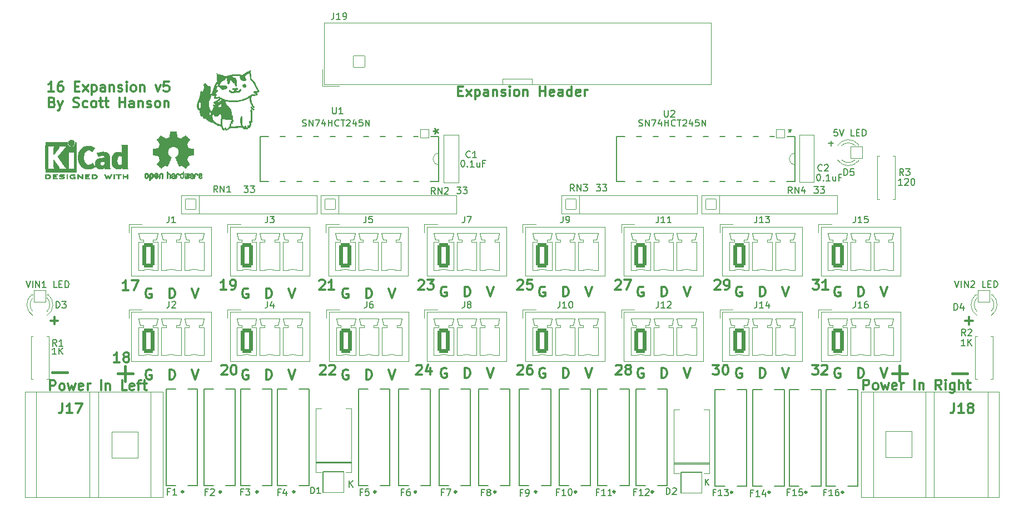
<source format=gbr>
%TF.GenerationSoftware,KiCad,Pcbnew,(6.0.7)*%
%TF.CreationDate,2022-08-24T09:22:28-04:00*%
%TF.ProjectId,PB_16,50425f31-362e-46b6-9963-61645f706362,v5*%
%TF.SameCoordinates,Original*%
%TF.FileFunction,Legend,Top*%
%TF.FilePolarity,Positive*%
%FSLAX46Y46*%
G04 Gerber Fmt 4.6, Leading zero omitted, Abs format (unit mm)*
G04 Created by KiCad (PCBNEW (6.0.7)) date 2022-08-24 09:22:28*
%MOMM*%
%LPD*%
G01*
G04 APERTURE LIST*
G04 Aperture macros list*
%AMRoundRect*
0 Rectangle with rounded corners*
0 $1 Rounding radius*
0 $2 $3 $4 $5 $6 $7 $8 $9 X,Y pos of 4 corners*
0 Add a 4 corners polygon primitive as box body*
4,1,4,$2,$3,$4,$5,$6,$7,$8,$9,$2,$3,0*
0 Add four circle primitives for the rounded corners*
1,1,$1+$1,$2,$3*
1,1,$1+$1,$4,$5*
1,1,$1+$1,$6,$7*
1,1,$1+$1,$8,$9*
0 Add four rect primitives between the rounded corners*
20,1,$1+$1,$2,$3,$4,$5,0*
20,1,$1+$1,$4,$5,$6,$7,0*
20,1,$1+$1,$6,$7,$8,$9,0*
20,1,$1+$1,$8,$9,$2,$3,0*%
G04 Aperture macros list end*
%ADD10C,0.120000*%
%ADD11C,0.300000*%
%ADD12C,0.400000*%
%ADD13C,0.150000*%
%ADD14C,0.250000*%
%ADD15C,0.152400*%
%ADD16C,0.127000*%
%ADD17C,0.010000*%
%ADD18C,1.702000*%
%ADD19RoundRect,0.301000X-0.650000X-1.550000X0.650000X-1.550000X0.650000X1.550000X-0.650000X1.550000X0*%
%ADD20O,1.902000X3.702000*%
%ADD21RoundRect,0.051000X-0.647700X0.647700X-0.647700X-0.647700X0.647700X-0.647700X0.647700X0.647700X0*%
%ADD22C,1.397400*%
%ADD23C,2.577000*%
%ADD24RoundRect,0.051000X1.600000X-1.600000X1.600000X1.600000X-1.600000X1.600000X-1.600000X-1.600000X0*%
%ADD25O,3.302000X3.302000*%
%ADD26RoundRect,0.051000X-0.800000X-0.800000X0.800000X-0.800000X0.800000X0.800000X-0.800000X0.800000X0*%
%ADD27O,1.702000X1.702000*%
%ADD28C,3.802000*%
%ADD29RoundRect,0.051000X-0.900000X0.900000X-0.900000X-0.900000X0.900000X-0.900000X0.900000X0.900000X0*%
%ADD30C,1.902000*%
%ADD31RoundRect,0.051000X0.900000X0.900000X-0.900000X0.900000X-0.900000X-0.900000X0.900000X-0.900000X0*%
%ADD32RoundRect,0.051000X0.863600X-0.863600X0.863600X0.863600X-0.863600X0.863600X-0.863600X-0.863600X0*%
%ADD33O,1.829200X1.829200*%
%ADD34RoundRect,0.051000X2.000000X2.000000X-2.000000X2.000000X-2.000000X-2.000000X2.000000X-2.000000X0*%
%ADD35C,4.102000*%
%ADD36RoundRect,0.051000X-2.000000X-2.000000X2.000000X-2.000000X2.000000X2.000000X-2.000000X2.000000X0*%
G04 APERTURE END LIST*
D10*
X-53567800Y39156500D02*
X-53567800Y39956500D01*
X-58067800Y39956500D02*
X-58067800Y39156500D01*
X-53567800Y39956500D02*
X-58067800Y39956500D01*
D11*
X-96838343Y-4474500D02*
X-96981200Y-4403071D01*
X-97195486Y-4403071D01*
X-97409772Y-4474500D01*
X-97552629Y-4617357D01*
X-97624058Y-4760214D01*
X-97695486Y-5045928D01*
X-97695486Y-5260214D01*
X-97624058Y-5545928D01*
X-97552629Y-5688785D01*
X-97409772Y-5831642D01*
X-97195486Y-5903071D01*
X-97052629Y-5903071D01*
X-96838343Y-5831642D01*
X-96766915Y-5760214D01*
X-96766915Y-5260214D01*
X-97052629Y-5260214D01*
X-78828058Y-5903071D02*
X-78828058Y-4403071D01*
X-78470915Y-4403071D01*
X-78256629Y-4474500D01*
X-78113772Y-4617357D01*
X-78042343Y-4760214D01*
X-77970915Y-5045928D01*
X-77970915Y-5260214D01*
X-78042343Y-5545928D01*
X-78113772Y-5688785D01*
X-78256629Y-5831642D01*
X-78470915Y-5903071D01*
X-78828058Y-5903071D01*
X-30421200Y-4149071D02*
X-29921200Y-5649071D01*
X-29421200Y-4149071D01*
X-33870058Y-5649071D02*
X-33870058Y-4149071D01*
X-33512915Y-4149071D01*
X-33298629Y-4220500D01*
X-33155772Y-4363357D01*
X-33084343Y-4506214D01*
X-33012915Y-4791928D01*
X-33012915Y-5006214D01*
X-33084343Y-5291928D01*
X-33155772Y-5434785D01*
X-33298629Y-5577642D01*
X-33512915Y-5649071D01*
X-33870058Y-5649071D01*
X-15435200Y-4149071D02*
X-14935200Y-5649071D01*
X-14435200Y-4149071D01*
X-81598343Y-4474500D02*
X-81741200Y-4403071D01*
X-81955486Y-4403071D01*
X-82169772Y-4474500D01*
X-82312629Y-4617357D01*
X-82384058Y-4760214D01*
X-82455486Y-5045928D01*
X-82455486Y-5260214D01*
X-82384058Y-5545928D01*
X-82312629Y-5688785D01*
X-82169772Y-5831642D01*
X-81955486Y-5903071D01*
X-81812629Y-5903071D01*
X-81598343Y-5831642D01*
X-81526915Y-5760214D01*
X-81526915Y-5260214D01*
X-81812629Y-5260214D01*
X-21654343Y-4220500D02*
X-21797200Y-4149071D01*
X-22011486Y-4149071D01*
X-22225772Y-4220500D01*
X-22368629Y-4363357D01*
X-22440058Y-4506214D01*
X-22511486Y-4791928D01*
X-22511486Y-5006214D01*
X-22440058Y-5291928D01*
X-22368629Y-5434785D01*
X-22225772Y-5577642D01*
X-22011486Y-5649071D01*
X-21868629Y-5649071D01*
X-21654343Y-5577642D01*
X-21582915Y-5506214D01*
X-21582915Y-5006214D01*
X-21868629Y-5006214D01*
X-449200Y-4149071D02*
X50800Y-5649071D01*
X550800Y-4149071D01*
X-3898058Y-5649071D02*
X-3898058Y-4149071D01*
X-3540915Y-4149071D01*
X-3326629Y-4220500D01*
X-3183772Y-4363357D01*
X-3112343Y-4506214D01*
X-3040915Y-4791928D01*
X-3040915Y-5006214D01*
X-3112343Y-5291928D01*
X-3183772Y-5434785D01*
X-3326629Y-5577642D01*
X-3540915Y-5649071D01*
X-3898058Y-5649071D01*
X-6668343Y-4220500D02*
X-6811200Y-4149071D01*
X-7025486Y-4149071D01*
X-7239772Y-4220500D01*
X-7382629Y-4363357D01*
X-7454058Y-4506214D01*
X-7525486Y-4791928D01*
X-7525486Y-5006214D01*
X-7454058Y-5291928D01*
X-7382629Y-5434785D01*
X-7239772Y-5577642D01*
X-7025486Y-5649071D01*
X-6882629Y-5649071D01*
X-6668343Y-5577642D01*
X-6596915Y-5506214D01*
X-6596915Y-5006214D01*
X-6882629Y-5006214D01*
X-63842058Y-5649071D02*
X-63842058Y-4149071D01*
X-63484915Y-4149071D01*
X-63270629Y-4220500D01*
X-63127772Y-4363357D01*
X-63056343Y-4506214D01*
X-62984915Y-4791928D01*
X-62984915Y-5006214D01*
X-63056343Y-5291928D01*
X-63127772Y-5434785D01*
X-63270629Y-5577642D01*
X-63484915Y-5649071D01*
X-63842058Y-5649071D01*
X-94068058Y-5903071D02*
X-94068058Y-4403071D01*
X-93710915Y-4403071D01*
X-93496629Y-4474500D01*
X-93353772Y-4617357D01*
X-93282343Y-4760214D01*
X-93210915Y-5045928D01*
X-93210915Y-5260214D01*
X-93282343Y-5545928D01*
X-93353772Y-5688785D01*
X-93496629Y-5831642D01*
X-93710915Y-5903071D01*
X-94068058Y-5903071D01*
X-18884058Y-5649071D02*
X-18884058Y-4149071D01*
X-18526915Y-4149071D01*
X-18312629Y-4220500D01*
X-18169772Y-4363357D01*
X-18098343Y-4506214D01*
X-18026915Y-4791928D01*
X-18026915Y-5006214D01*
X-18098343Y-5291928D01*
X-18169772Y-5434785D01*
X-18312629Y-5577642D01*
X-18526915Y-5649071D01*
X-18884058Y-5649071D01*
X-105351200Y-4403071D02*
X-104851200Y-5903071D01*
X-104351200Y-4403071D01*
X-45407200Y-4149071D02*
X-44907200Y-5649071D01*
X-44407200Y-4149071D01*
X-51626343Y-4220500D02*
X-51769200Y-4149071D01*
X-51983486Y-4149071D01*
X-52197772Y-4220500D01*
X-52340629Y-4363357D01*
X-52412058Y-4506214D01*
X-52483486Y-4791928D01*
X-52483486Y-5006214D01*
X-52412058Y-5291928D01*
X-52340629Y-5434785D01*
X-52197772Y-5577642D01*
X-51983486Y-5649071D01*
X-51840629Y-5649071D01*
X-51626343Y-5577642D01*
X-51554915Y-5506214D01*
X-51554915Y-5006214D01*
X-51840629Y-5006214D01*
X-66612343Y-4220500D02*
X-66755200Y-4149071D01*
X-66969486Y-4149071D01*
X-67183772Y-4220500D01*
X-67326629Y-4363357D01*
X-67398058Y-4506214D01*
X-67469486Y-4791928D01*
X-67469486Y-5006214D01*
X-67398058Y-5291928D01*
X-67326629Y-5434785D01*
X-67183772Y-5577642D01*
X-66969486Y-5649071D01*
X-66826629Y-5649071D01*
X-66612343Y-5577642D01*
X-66540915Y-5506214D01*
X-66540915Y-5006214D01*
X-66826629Y-5006214D01*
X-90619200Y-4403071D02*
X-90119200Y-5903071D01*
X-89619200Y-4403071D01*
X-111570343Y-4474500D02*
X-111713200Y-4403071D01*
X-111927486Y-4403071D01*
X-112141772Y-4474500D01*
X-112284629Y-4617357D01*
X-112356058Y-4760214D01*
X-112427486Y-5045928D01*
X-112427486Y-5260214D01*
X-112356058Y-5545928D01*
X-112284629Y-5688785D01*
X-112141772Y-5831642D01*
X-111927486Y-5903071D01*
X-111784629Y-5903071D01*
X-111570343Y-5831642D01*
X-111498915Y-5760214D01*
X-111498915Y-5260214D01*
X-111784629Y-5260214D01*
X-108800058Y-5903071D02*
X-108800058Y-4403071D01*
X-108442915Y-4403071D01*
X-108228629Y-4474500D01*
X-108085772Y-4617357D01*
X-108014343Y-4760214D01*
X-107942915Y-5045928D01*
X-107942915Y-5260214D01*
X-108014343Y-5545928D01*
X-108085772Y-5688785D01*
X-108228629Y-5831642D01*
X-108442915Y-5903071D01*
X-108800058Y-5903071D01*
X-60393200Y-4149071D02*
X-59893200Y-5649071D01*
X-59393200Y-4149071D01*
X-75379200Y-4403071D02*
X-74879200Y-5903071D01*
X-74379200Y-4403071D01*
X-48856058Y-5649071D02*
X-48856058Y-4149071D01*
X-48498915Y-4149071D01*
X-48284629Y-4220500D01*
X-48141772Y-4363357D01*
X-48070343Y-4506214D01*
X-47998915Y-4791928D01*
X-47998915Y-5006214D01*
X-48070343Y-5291928D01*
X-48141772Y-5434785D01*
X-48284629Y-5577642D01*
X-48498915Y-5649071D01*
X-48856058Y-5649071D01*
X-36640343Y-4220500D02*
X-36783200Y-4149071D01*
X-36997486Y-4149071D01*
X-37211772Y-4220500D01*
X-37354629Y-4363357D01*
X-37426058Y-4506214D01*
X-37497486Y-4791928D01*
X-37497486Y-5006214D01*
X-37426058Y-5291928D01*
X-37354629Y-5434785D01*
X-37211772Y-5577642D01*
X-36997486Y-5649071D01*
X-36854629Y-5649071D01*
X-36640343Y-5577642D01*
X-36568915Y-5506214D01*
X-36568915Y-5006214D01*
X-36854629Y-5006214D01*
X-108800058Y6496929D02*
X-108800058Y7996929D01*
X-108442915Y7996929D01*
X-108228629Y7925500D01*
X-108085772Y7782643D01*
X-108014343Y7639786D01*
X-107942915Y7354072D01*
X-107942915Y7139786D01*
X-108014343Y6854072D01*
X-108085772Y6711215D01*
X-108228629Y6568358D01*
X-108442915Y6496929D01*
X-108800058Y6496929D01*
X-111570343Y7925500D02*
X-111713200Y7996929D01*
X-111927486Y7996929D01*
X-112141772Y7925500D01*
X-112284629Y7782643D01*
X-112356058Y7639786D01*
X-112427486Y7354072D01*
X-112427486Y7139786D01*
X-112356058Y6854072D01*
X-112284629Y6711215D01*
X-112141772Y6568358D01*
X-111927486Y6496929D01*
X-111784629Y6496929D01*
X-111570343Y6568358D01*
X-111498915Y6639786D01*
X-111498915Y7139786D01*
X-111784629Y7139786D01*
X-105351200Y7996929D02*
X-104851200Y6496929D01*
X-104351200Y7996929D01*
D12*
X1280942Y-4976585D02*
X3566657Y-4976585D01*
X2423800Y-6119442D02*
X2423800Y-3833728D01*
D11*
X-126373343Y38014629D02*
X-127230486Y38014629D01*
X-126801915Y38014629D02*
X-126801915Y39514629D01*
X-126944772Y39300343D01*
X-127087629Y39157486D01*
X-127230486Y39086058D01*
X-125087629Y39514629D02*
X-125373343Y39514629D01*
X-125516200Y39443200D01*
X-125587629Y39371772D01*
X-125730486Y39157486D01*
X-125801915Y38871772D01*
X-125801915Y38300343D01*
X-125730486Y38157486D01*
X-125659058Y38086058D01*
X-125516200Y38014629D01*
X-125230486Y38014629D01*
X-125087629Y38086058D01*
X-125016200Y38157486D01*
X-124944772Y38300343D01*
X-124944772Y38657486D01*
X-125016200Y38800343D01*
X-125087629Y38871772D01*
X-125230486Y38943200D01*
X-125516200Y38943200D01*
X-125659058Y38871772D01*
X-125730486Y38800343D01*
X-125801915Y38657486D01*
X-123159058Y38800343D02*
X-122659058Y38800343D01*
X-122444772Y38014629D02*
X-123159058Y38014629D01*
X-123159058Y39514629D01*
X-122444772Y39514629D01*
X-121944772Y38014629D02*
X-121159058Y39014629D01*
X-121944772Y39014629D02*
X-121159058Y38014629D01*
X-120587629Y39014629D02*
X-120587629Y37514629D01*
X-120587629Y38943200D02*
X-120444772Y39014629D01*
X-120159058Y39014629D01*
X-120016200Y38943200D01*
X-119944772Y38871772D01*
X-119873343Y38728915D01*
X-119873343Y38300343D01*
X-119944772Y38157486D01*
X-120016200Y38086058D01*
X-120159058Y38014629D01*
X-120444772Y38014629D01*
X-120587629Y38086058D01*
X-118587629Y38014629D02*
X-118587629Y38800343D01*
X-118659058Y38943200D01*
X-118801915Y39014629D01*
X-119087629Y39014629D01*
X-119230486Y38943200D01*
X-118587629Y38086058D02*
X-118730486Y38014629D01*
X-119087629Y38014629D01*
X-119230486Y38086058D01*
X-119301915Y38228915D01*
X-119301915Y38371772D01*
X-119230486Y38514629D01*
X-119087629Y38586058D01*
X-118730486Y38586058D01*
X-118587629Y38657486D01*
X-117873343Y39014629D02*
X-117873343Y38014629D01*
X-117873343Y38871772D02*
X-117801915Y38943200D01*
X-117659058Y39014629D01*
X-117444772Y39014629D01*
X-117301915Y38943200D01*
X-117230486Y38800343D01*
X-117230486Y38014629D01*
X-116587629Y38086058D02*
X-116444772Y38014629D01*
X-116159058Y38014629D01*
X-116016200Y38086058D01*
X-115944772Y38228915D01*
X-115944772Y38300343D01*
X-116016200Y38443200D01*
X-116159058Y38514629D01*
X-116373343Y38514629D01*
X-116516200Y38586058D01*
X-116587629Y38728915D01*
X-116587629Y38800343D01*
X-116516200Y38943200D01*
X-116373343Y39014629D01*
X-116159058Y39014629D01*
X-116016200Y38943200D01*
X-115301915Y38014629D02*
X-115301915Y39014629D01*
X-115301915Y39514629D02*
X-115373343Y39443200D01*
X-115301915Y39371772D01*
X-115230486Y39443200D01*
X-115301915Y39514629D01*
X-115301915Y39371772D01*
X-114373343Y38014629D02*
X-114516200Y38086058D01*
X-114587629Y38157486D01*
X-114659058Y38300343D01*
X-114659058Y38728915D01*
X-114587629Y38871772D01*
X-114516200Y38943200D01*
X-114373343Y39014629D01*
X-114159058Y39014629D01*
X-114016200Y38943200D01*
X-113944772Y38871772D01*
X-113873343Y38728915D01*
X-113873343Y38300343D01*
X-113944772Y38157486D01*
X-114016200Y38086058D01*
X-114159058Y38014629D01*
X-114373343Y38014629D01*
X-113230486Y39014629D02*
X-113230486Y38014629D01*
X-113230486Y38871772D02*
X-113159058Y38943200D01*
X-113016200Y39014629D01*
X-112801915Y39014629D01*
X-112659058Y38943200D01*
X-112587629Y38800343D01*
X-112587629Y38014629D01*
X-110873343Y39014629D02*
X-110516200Y38014629D01*
X-110159058Y39014629D01*
X-108873343Y39514629D02*
X-109587629Y39514629D01*
X-109659058Y38800343D01*
X-109587629Y38871772D01*
X-109444772Y38943200D01*
X-109087629Y38943200D01*
X-108944772Y38871772D01*
X-108873343Y38800343D01*
X-108801915Y38657486D01*
X-108801915Y38300343D01*
X-108873343Y38157486D01*
X-108944772Y38086058D01*
X-109087629Y38014629D01*
X-109444772Y38014629D01*
X-109587629Y38086058D01*
X-109659058Y38157486D01*
X-126623343Y36385343D02*
X-126409058Y36313915D01*
X-126337629Y36242486D01*
X-126266200Y36099629D01*
X-126266200Y35885343D01*
X-126337629Y35742486D01*
X-126409058Y35671058D01*
X-126551915Y35599629D01*
X-127123343Y35599629D01*
X-127123343Y37099629D01*
X-126623343Y37099629D01*
X-126480486Y37028200D01*
X-126409058Y36956772D01*
X-126337629Y36813915D01*
X-126337629Y36671058D01*
X-126409058Y36528200D01*
X-126480486Y36456772D01*
X-126623343Y36385343D01*
X-127123343Y36385343D01*
X-125766200Y36599629D02*
X-125409058Y35599629D01*
X-125051915Y36599629D02*
X-125409058Y35599629D01*
X-125551915Y35242486D01*
X-125623343Y35171058D01*
X-125766200Y35099629D01*
X-123409058Y35671058D02*
X-123194772Y35599629D01*
X-122837629Y35599629D01*
X-122694772Y35671058D01*
X-122623343Y35742486D01*
X-122551915Y35885343D01*
X-122551915Y36028200D01*
X-122623343Y36171058D01*
X-122694772Y36242486D01*
X-122837629Y36313915D01*
X-123123343Y36385343D01*
X-123266200Y36456772D01*
X-123337629Y36528200D01*
X-123409058Y36671058D01*
X-123409058Y36813915D01*
X-123337629Y36956772D01*
X-123266200Y37028200D01*
X-123123343Y37099629D01*
X-122766200Y37099629D01*
X-122551915Y37028200D01*
X-121266200Y35671058D02*
X-121409058Y35599629D01*
X-121694772Y35599629D01*
X-121837629Y35671058D01*
X-121909058Y35742486D01*
X-121980486Y35885343D01*
X-121980486Y36313915D01*
X-121909058Y36456772D01*
X-121837629Y36528200D01*
X-121694772Y36599629D01*
X-121409058Y36599629D01*
X-121266200Y36528200D01*
X-120409058Y35599629D02*
X-120551915Y35671058D01*
X-120623343Y35742486D01*
X-120694772Y35885343D01*
X-120694772Y36313915D01*
X-120623343Y36456772D01*
X-120551915Y36528200D01*
X-120409058Y36599629D01*
X-120194772Y36599629D01*
X-120051915Y36528200D01*
X-119980486Y36456772D01*
X-119909058Y36313915D01*
X-119909058Y35885343D01*
X-119980486Y35742486D01*
X-120051915Y35671058D01*
X-120194772Y35599629D01*
X-120409058Y35599629D01*
X-119480486Y36599629D02*
X-118909058Y36599629D01*
X-119266200Y37099629D02*
X-119266200Y35813915D01*
X-119194772Y35671058D01*
X-119051915Y35599629D01*
X-118909058Y35599629D01*
X-118623343Y36599629D02*
X-118051915Y36599629D01*
X-118409058Y37099629D02*
X-118409058Y35813915D01*
X-118337629Y35671058D01*
X-118194772Y35599629D01*
X-118051915Y35599629D01*
X-116409058Y35599629D02*
X-116409058Y37099629D01*
X-116409058Y36385343D02*
X-115551915Y36385343D01*
X-115551915Y35599629D02*
X-115551915Y37099629D01*
X-114194772Y35599629D02*
X-114194772Y36385343D01*
X-114266200Y36528200D01*
X-114409058Y36599629D01*
X-114694772Y36599629D01*
X-114837629Y36528200D01*
X-114194772Y35671058D02*
X-114337629Y35599629D01*
X-114694772Y35599629D01*
X-114837629Y35671058D01*
X-114909058Y35813915D01*
X-114909058Y35956772D01*
X-114837629Y36099629D01*
X-114694772Y36171058D01*
X-114337629Y36171058D01*
X-114194772Y36242486D01*
X-113480486Y36599629D02*
X-113480486Y35599629D01*
X-113480486Y36456772D02*
X-113409058Y36528200D01*
X-113266200Y36599629D01*
X-113051915Y36599629D01*
X-112909058Y36528200D01*
X-112837629Y36385343D01*
X-112837629Y35599629D01*
X-112194772Y35671058D02*
X-112051915Y35599629D01*
X-111766200Y35599629D01*
X-111623343Y35671058D01*
X-111551915Y35813915D01*
X-111551915Y35885343D01*
X-111623343Y36028200D01*
X-111766200Y36099629D01*
X-111980486Y36099629D01*
X-112123343Y36171058D01*
X-112194772Y36313915D01*
X-112194772Y36385343D01*
X-112123343Y36528200D01*
X-111980486Y36599629D01*
X-111766200Y36599629D01*
X-111623343Y36528200D01*
X-110694772Y35599629D02*
X-110837629Y35671058D01*
X-110909058Y35742486D01*
X-110980486Y35885343D01*
X-110980486Y36313915D01*
X-110909058Y36456772D01*
X-110837629Y36528200D01*
X-110694772Y36599629D01*
X-110480486Y36599629D01*
X-110337629Y36528200D01*
X-110266200Y36456772D01*
X-110194772Y36313915D01*
X-110194772Y35885343D01*
X-110266200Y35742486D01*
X-110337629Y35671058D01*
X-110480486Y35599629D01*
X-110694772Y35599629D01*
X-109551915Y36599629D02*
X-109551915Y35599629D01*
X-109551915Y36456772D02*
X-109480486Y36528200D01*
X-109337629Y36599629D01*
X-109123343Y36599629D01*
X-108980486Y36528200D01*
X-108909058Y36385343D01*
X-108909058Y35599629D01*
X-115001915Y7707129D02*
X-115859058Y7707129D01*
X-115430486Y7707129D02*
X-115430486Y9207129D01*
X-115573343Y8992843D01*
X-115716200Y8849986D01*
X-115859058Y8778558D01*
X-114501915Y9207129D02*
X-113501915Y9207129D01*
X-114144772Y7707129D01*
X-85859058Y-3835728D02*
X-85787629Y-3764300D01*
X-85644772Y-3692871D01*
X-85287629Y-3692871D01*
X-85144772Y-3764300D01*
X-85073343Y-3835728D01*
X-85001915Y-3978585D01*
X-85001915Y-4121442D01*
X-85073343Y-4335728D01*
X-85930486Y-5192871D01*
X-85001915Y-5192871D01*
X-84430486Y-3835728D02*
X-84359058Y-3764300D01*
X-84216200Y-3692871D01*
X-83859058Y-3692871D01*
X-83716200Y-3764300D01*
X-83644772Y-3835728D01*
X-83573343Y-3978585D01*
X-83573343Y-4121442D01*
X-83644772Y-4335728D01*
X-84501915Y-5192871D01*
X-83573343Y-5192871D01*
X-10830486Y9307129D02*
X-9901915Y9307129D01*
X-10401915Y8735700D01*
X-10187629Y8735700D01*
X-10044772Y8664272D01*
X-9973343Y8592843D01*
X-9901915Y8449986D01*
X-9901915Y8092843D01*
X-9973343Y7949986D01*
X-10044772Y7878558D01*
X-10187629Y7807129D01*
X-10616200Y7807129D01*
X-10759058Y7878558D01*
X-10830486Y7949986D01*
X-8473343Y7807129D02*
X-9330486Y7807129D01*
X-8901915Y7807129D02*
X-8901915Y9307129D01*
X-9044772Y9092843D01*
X-9187629Y8949986D01*
X-9330486Y8878558D01*
X-94068058Y6496929D02*
X-94068058Y7996929D01*
X-93710915Y7996929D01*
X-93496629Y7925500D01*
X-93353772Y7782643D01*
X-93282343Y7639786D01*
X-93210915Y7354072D01*
X-93210915Y7139786D01*
X-93282343Y6854072D01*
X-93353772Y6711215D01*
X-93496629Y6568358D01*
X-93710915Y6496929D01*
X-94068058Y6496929D01*
X-96838343Y7925500D02*
X-96981200Y7996929D01*
X-97195486Y7996929D01*
X-97409772Y7925500D01*
X-97552629Y7782643D01*
X-97624058Y7639786D01*
X-97695486Y7354072D01*
X-97695486Y7139786D01*
X-97624058Y6854072D01*
X-97552629Y6711215D01*
X-97409772Y6568358D01*
X-97195486Y6496929D01*
X-97052629Y6496929D01*
X-96838343Y6568358D01*
X-96766915Y6639786D01*
X-96766915Y7139786D01*
X-97052629Y7139786D01*
X-63842058Y6750929D02*
X-63842058Y8250929D01*
X-63484915Y8250929D01*
X-63270629Y8179500D01*
X-63127772Y8036643D01*
X-63056343Y7893786D01*
X-62984915Y7608072D01*
X-62984915Y7393786D01*
X-63056343Y7108072D01*
X-63127772Y6965215D01*
X-63270629Y6822358D01*
X-63484915Y6750929D01*
X-63842058Y6750929D01*
X-40759058Y-3835728D02*
X-40687629Y-3764300D01*
X-40544772Y-3692871D01*
X-40187629Y-3692871D01*
X-40044772Y-3764300D01*
X-39973343Y-3835728D01*
X-39901915Y-3978585D01*
X-39901915Y-4121442D01*
X-39973343Y-4335728D01*
X-40830486Y-5192871D01*
X-39901915Y-5192871D01*
X-39044772Y-4335728D02*
X-39187629Y-4264300D01*
X-39259058Y-4192871D01*
X-39330486Y-4050014D01*
X-39330486Y-3978585D01*
X-39259058Y-3835728D01*
X-39187629Y-3764300D01*
X-39044772Y-3692871D01*
X-38759058Y-3692871D01*
X-38616200Y-3764300D01*
X-38544772Y-3835728D01*
X-38473343Y-3978585D01*
X-38473343Y-4050014D01*
X-38544772Y-4192871D01*
X-38616200Y-4264300D01*
X-38759058Y-4335728D01*
X-39044772Y-4335728D01*
X-39187629Y-4407157D01*
X-39259058Y-4478585D01*
X-39330486Y-4621442D01*
X-39330486Y-4907157D01*
X-39259058Y-5050014D01*
X-39187629Y-5121442D01*
X-39044772Y-5192871D01*
X-38759058Y-5192871D01*
X-38616200Y-5121442D01*
X-38544772Y-5050014D01*
X-38473343Y-4907157D01*
X-38473343Y-4621442D01*
X-38544772Y-4478585D01*
X-38616200Y-4407157D01*
X-38759058Y-4335728D01*
X-10930486Y-3692871D02*
X-10001915Y-3692871D01*
X-10501915Y-4264300D01*
X-10287629Y-4264300D01*
X-10144772Y-4335728D01*
X-10073343Y-4407157D01*
X-10001915Y-4550014D01*
X-10001915Y-4907157D01*
X-10073343Y-5050014D01*
X-10144772Y-5121442D01*
X-10287629Y-5192871D01*
X-10716200Y-5192871D01*
X-10859058Y-5121442D01*
X-10930486Y-5050014D01*
X-9430486Y-3835728D02*
X-9359058Y-3764300D01*
X-9216200Y-3692871D01*
X-8859058Y-3692871D01*
X-8716200Y-3764300D01*
X-8644772Y-3835728D01*
X-8573343Y-3978585D01*
X-8573343Y-4121442D01*
X-8644772Y-4335728D01*
X-9501915Y-5192871D01*
X-8573343Y-5192871D01*
X-71159058Y-3835728D02*
X-71087629Y-3764300D01*
X-70944772Y-3692871D01*
X-70587629Y-3692871D01*
X-70444772Y-3764300D01*
X-70373343Y-3835728D01*
X-70301915Y-3978585D01*
X-70301915Y-4121442D01*
X-70373343Y-4335728D01*
X-71230486Y-5192871D01*
X-70301915Y-5192871D01*
X-69016200Y-4192871D02*
X-69016200Y-5192871D01*
X-69373343Y-3621442D02*
X-69730486Y-4692871D01*
X-68801915Y-4692871D01*
X-3898058Y6750929D02*
X-3898058Y8250929D01*
X-3540915Y8250929D01*
X-3326629Y8179500D01*
X-3183772Y8036643D01*
X-3112343Y7893786D01*
X-3040915Y7608072D01*
X-3040915Y7393786D01*
X-3112343Y7108072D01*
X-3183772Y6965215D01*
X-3326629Y6822358D01*
X-3540915Y6750929D01*
X-3898058Y6750929D01*
X-90619200Y7996929D02*
X-90119200Y6496929D01*
X-89619200Y7996929D01*
X-18884058Y6750929D02*
X-18884058Y8250929D01*
X-18526915Y8250929D01*
X-18312629Y8179500D01*
X-18169772Y8036643D01*
X-18098343Y7893786D01*
X-18026915Y7608072D01*
X-18026915Y7393786D01*
X-18098343Y7108072D01*
X-18169772Y6965215D01*
X-18312629Y6822358D01*
X-18526915Y6750929D01*
X-18884058Y6750929D01*
X-55759058Y9164272D02*
X-55687629Y9235700D01*
X-55544772Y9307129D01*
X-55187629Y9307129D01*
X-55044772Y9235700D01*
X-54973343Y9164272D01*
X-54901915Y9021415D01*
X-54901915Y8878558D01*
X-54973343Y8664272D01*
X-55830486Y7807129D01*
X-54901915Y7807129D01*
X-53544772Y9307129D02*
X-54259058Y9307129D01*
X-54330486Y8592843D01*
X-54259058Y8664272D01*
X-54116200Y8735700D01*
X-53759058Y8735700D01*
X-53616200Y8664272D01*
X-53544772Y8592843D01*
X-53473343Y8449986D01*
X-53473343Y8092843D01*
X-53544772Y7949986D01*
X-53616200Y7878558D01*
X-53759058Y7807129D01*
X-54116200Y7807129D01*
X-54259058Y7878558D01*
X-54330486Y7949986D01*
X-66612343Y8179500D02*
X-66755200Y8250929D01*
X-66969486Y8250929D01*
X-67183772Y8179500D01*
X-67326629Y8036643D01*
X-67398058Y7893786D01*
X-67469486Y7608072D01*
X-67469486Y7393786D01*
X-67398058Y7108072D01*
X-67326629Y6965215D01*
X-67183772Y6822358D01*
X-66969486Y6750929D01*
X-66826629Y6750929D01*
X-66612343Y6822358D01*
X-66540915Y6893786D01*
X-66540915Y7393786D01*
X-66826629Y7393786D01*
X-33870058Y6750929D02*
X-33870058Y8250929D01*
X-33512915Y8250929D01*
X-33298629Y8179500D01*
X-33155772Y8036643D01*
X-33084343Y7893786D01*
X-33012915Y7608072D01*
X-33012915Y7393786D01*
X-33084343Y7108072D01*
X-33155772Y6965215D01*
X-33298629Y6822358D01*
X-33512915Y6750929D01*
X-33870058Y6750929D01*
X-85959058Y9164272D02*
X-85887629Y9235700D01*
X-85744772Y9307129D01*
X-85387629Y9307129D01*
X-85244772Y9235700D01*
X-85173343Y9164272D01*
X-85101915Y9021415D01*
X-85101915Y8878558D01*
X-85173343Y8664272D01*
X-86030486Y7807129D01*
X-85101915Y7807129D01*
X-83673343Y7807129D02*
X-84530486Y7807129D01*
X-84101915Y7807129D02*
X-84101915Y9307129D01*
X-84244772Y9092843D01*
X-84387629Y8949986D01*
X-84530486Y8878558D01*
X-55759058Y-3835728D02*
X-55687629Y-3764300D01*
X-55544772Y-3692871D01*
X-55187629Y-3692871D01*
X-55044772Y-3764300D01*
X-54973343Y-3835728D01*
X-54901915Y-3978585D01*
X-54901915Y-4121442D01*
X-54973343Y-4335728D01*
X-55830486Y-5192871D01*
X-54901915Y-5192871D01*
X-53616200Y-3692871D02*
X-53901915Y-3692871D01*
X-54044772Y-3764300D01*
X-54116200Y-3835728D01*
X-54259058Y-4050014D01*
X-54330486Y-4335728D01*
X-54330486Y-4907157D01*
X-54259058Y-5050014D01*
X-54187629Y-5121442D01*
X-54044772Y-5192871D01*
X-53759058Y-5192871D01*
X-53616200Y-5121442D01*
X-53544772Y-5050014D01*
X-53473343Y-4907157D01*
X-53473343Y-4550014D01*
X-53544772Y-4407157D01*
X-53616200Y-4335728D01*
X-53759058Y-4264300D01*
X-54044772Y-4264300D01*
X-54187629Y-4335728D01*
X-54259058Y-4407157D01*
X-54330486Y-4550014D01*
X-100101915Y7807129D02*
X-100959058Y7807129D01*
X-100530486Y7807129D02*
X-100530486Y9307129D01*
X-100673343Y9092843D01*
X-100816200Y8949986D01*
X-100959058Y8878558D01*
X-99387629Y7807129D02*
X-99101915Y7807129D01*
X-98959058Y7878558D01*
X-98887629Y7949986D01*
X-98744772Y8164272D01*
X-98673343Y8449986D01*
X-98673343Y9021415D01*
X-98744772Y9164272D01*
X-98816200Y9235700D01*
X-98959058Y9307129D01*
X-99244772Y9307129D01*
X-99387629Y9235700D01*
X-99459058Y9164272D01*
X-99530486Y9021415D01*
X-99530486Y8664272D01*
X-99459058Y8521415D01*
X-99387629Y8449986D01*
X-99244772Y8378558D01*
X-98959058Y8378558D01*
X-98816200Y8449986D01*
X-98744772Y8521415D01*
X-98673343Y8664272D01*
X-116351915Y-3292871D02*
X-117209058Y-3292871D01*
X-116780486Y-3292871D02*
X-116780486Y-1792871D01*
X-116923343Y-2007157D01*
X-117066200Y-2150014D01*
X-117209058Y-2221442D01*
X-115494772Y-2435728D02*
X-115637629Y-2364300D01*
X-115709058Y-2292871D01*
X-115780486Y-2150014D01*
X-115780486Y-2078585D01*
X-115709058Y-1935728D01*
X-115637629Y-1864300D01*
X-115494772Y-1792871D01*
X-115209058Y-1792871D01*
X-115066200Y-1864300D01*
X-114994772Y-1935728D01*
X-114923343Y-2078585D01*
X-114923343Y-2150014D01*
X-114994772Y-2292871D01*
X-115066200Y-2364300D01*
X-115209058Y-2435728D01*
X-115494772Y-2435728D01*
X-115637629Y-2507157D01*
X-115709058Y-2578585D01*
X-115780486Y-2721442D01*
X-115780486Y-3007157D01*
X-115709058Y-3150014D01*
X-115637629Y-3221442D01*
X-115494772Y-3292871D01*
X-115209058Y-3292871D01*
X-115066200Y-3221442D01*
X-114994772Y-3150014D01*
X-114923343Y-3007157D01*
X-114923343Y-2721442D01*
X-114994772Y-2578585D01*
X-115066200Y-2507157D01*
X-115209058Y-2435728D01*
X-30421200Y8250929D02*
X-29921200Y6750929D01*
X-29421200Y8250929D01*
X-25759058Y9164272D02*
X-25687629Y9235700D01*
X-25544772Y9307129D01*
X-25187629Y9307129D01*
X-25044772Y9235700D01*
X-24973343Y9164272D01*
X-24901915Y9021415D01*
X-24901915Y8878558D01*
X-24973343Y8664272D01*
X-25830486Y7807129D01*
X-24901915Y7807129D01*
X-24187629Y7807129D02*
X-23901915Y7807129D01*
X-23759058Y7878558D01*
X-23687629Y7949986D01*
X-23544772Y8164272D01*
X-23473343Y8449986D01*
X-23473343Y9021415D01*
X-23544772Y9164272D01*
X-23616200Y9235700D01*
X-23759058Y9307129D01*
X-24044772Y9307129D01*
X-24187629Y9235700D01*
X-24259058Y9164272D01*
X-24330486Y9021415D01*
X-24330486Y8664272D01*
X-24259058Y8521415D01*
X-24187629Y8449986D01*
X-24044772Y8378558D01*
X-23759058Y8378558D01*
X-23616200Y8449986D01*
X-23544772Y8521415D01*
X-23473343Y8664272D01*
X-60393200Y8250929D02*
X-59893200Y6750929D01*
X-59393200Y8250929D01*
X-449200Y8250929D02*
X50800Y6750929D01*
X550800Y8250929D01*
D12*
X-116659058Y-5028585D02*
X-114373343Y-5028585D01*
X-115516200Y-6171442D02*
X-115516200Y-3885728D01*
D13*
X-8397153Y30114272D02*
X-7635248Y30114272D01*
X-8016200Y29733320D02*
X-8016200Y30495224D01*
D11*
X-26030486Y-3692871D02*
X-25101915Y-3692871D01*
X-25601915Y-4264300D01*
X-25387629Y-4264300D01*
X-25244772Y-4335728D01*
X-25173343Y-4407157D01*
X-25101915Y-4550014D01*
X-25101915Y-4907157D01*
X-25173343Y-5050014D01*
X-25244772Y-5121442D01*
X-25387629Y-5192871D01*
X-25816200Y-5192871D01*
X-25959058Y-5121442D01*
X-26030486Y-5050014D01*
X-24173343Y-3692871D02*
X-24030486Y-3692871D01*
X-23887629Y-3764300D01*
X-23816200Y-3835728D01*
X-23744772Y-3978585D01*
X-23673343Y-4264300D01*
X-23673343Y-4621442D01*
X-23744772Y-4907157D01*
X-23816200Y-5050014D01*
X-23887629Y-5121442D01*
X-24030486Y-5192871D01*
X-24173343Y-5192871D01*
X-24316200Y-5121442D01*
X-24387629Y-5050014D01*
X-24459058Y-4907157D01*
X-24530486Y-4621442D01*
X-24530486Y-4264300D01*
X-24459058Y-3978585D01*
X-24387629Y-3835728D01*
X-24316200Y-3764300D01*
X-24173343Y-3692871D01*
X-70859058Y9164272D02*
X-70787629Y9235700D01*
X-70644772Y9307129D01*
X-70287629Y9307129D01*
X-70144772Y9235700D01*
X-70073343Y9164272D01*
X-70001915Y9021415D01*
X-70001915Y8878558D01*
X-70073343Y8664272D01*
X-70930486Y7807129D01*
X-70001915Y7807129D01*
X-69501915Y9307129D02*
X-68573343Y9307129D01*
X-69073343Y8735700D01*
X-68859058Y8735700D01*
X-68716200Y8664272D01*
X-68644772Y8592843D01*
X-68573343Y8449986D01*
X-68573343Y8092843D01*
X-68644772Y7949986D01*
X-68716200Y7878558D01*
X-68859058Y7807129D01*
X-69287629Y7807129D01*
X-69430486Y7878558D01*
X-69501915Y7949986D01*
X-75379200Y7996929D02*
X-74879200Y6496929D01*
X-74379200Y7996929D01*
X-36640343Y8179500D02*
X-36783200Y8250929D01*
X-36997486Y8250929D01*
X-37211772Y8179500D01*
X-37354629Y8036643D01*
X-37426058Y7893786D01*
X-37497486Y7608072D01*
X-37497486Y7393786D01*
X-37426058Y7108072D01*
X-37354629Y6965215D01*
X-37211772Y6822358D01*
X-36997486Y6750929D01*
X-36854629Y6750929D01*
X-36640343Y6822358D01*
X-36568915Y6893786D01*
X-36568915Y7393786D01*
X-36854629Y7393786D01*
X-40859058Y9164272D02*
X-40787629Y9235700D01*
X-40644772Y9307129D01*
X-40287629Y9307129D01*
X-40144772Y9235700D01*
X-40073343Y9164272D01*
X-40001915Y9021415D01*
X-40001915Y8878558D01*
X-40073343Y8664272D01*
X-40930486Y7807129D01*
X-40001915Y7807129D01*
X-39501915Y9307129D02*
X-38501915Y9307129D01*
X-39144772Y7807129D01*
X-6668343Y8179500D02*
X-6811200Y8250929D01*
X-7025486Y8250929D01*
X-7239772Y8179500D01*
X-7382629Y8036643D01*
X-7454058Y7893786D01*
X-7525486Y7608072D01*
X-7525486Y7393786D01*
X-7454058Y7108072D01*
X-7382629Y6965215D01*
X-7239772Y6822358D01*
X-7025486Y6750929D01*
X-6882629Y6750929D01*
X-6668343Y6822358D01*
X-6596915Y6893786D01*
X-6596915Y7393786D01*
X-6882629Y7393786D01*
X-21654343Y8179500D02*
X-21797200Y8250929D01*
X-22011486Y8250929D01*
X-22225772Y8179500D01*
X-22368629Y8036643D01*
X-22440058Y7893786D01*
X-22511486Y7608072D01*
X-22511486Y7393786D01*
X-22440058Y7108072D01*
X-22368629Y6965215D01*
X-22225772Y6822358D01*
X-22011486Y6750929D01*
X-21868629Y6750929D01*
X-21654343Y6822358D01*
X-21582915Y6893786D01*
X-21582915Y7393786D01*
X-21868629Y7393786D01*
X12412371Y3028558D02*
X13555228Y3028558D01*
X12983800Y2457129D02*
X12983800Y3599986D01*
X-78828058Y6496929D02*
X-78828058Y7996929D01*
X-78470915Y7996929D01*
X-78256629Y7925500D01*
X-78113772Y7782643D01*
X-78042343Y7639786D01*
X-77970915Y7354072D01*
X-77970915Y7139786D01*
X-78042343Y6854072D01*
X-78113772Y6711215D01*
X-78256629Y6568358D01*
X-78470915Y6496929D01*
X-78828058Y6496929D01*
X-45407200Y8250929D02*
X-44907200Y6750929D01*
X-44407200Y8250929D01*
D12*
X-126659058Y-4828585D02*
X-124373343Y-4828585D01*
D11*
X-48856058Y6750929D02*
X-48856058Y8250929D01*
X-48498915Y8250929D01*
X-48284629Y8179500D01*
X-48141772Y8036643D01*
X-48070343Y7893786D01*
X-47998915Y7608072D01*
X-47998915Y7393786D01*
X-48070343Y7108072D01*
X-48141772Y6965215D01*
X-48284629Y6822358D01*
X-48498915Y6750929D01*
X-48856058Y6750929D01*
X-126887629Y3078558D02*
X-125744772Y3078558D01*
X-126316200Y2507129D02*
X-126316200Y3649986D01*
D12*
X10424942Y-4976585D02*
X12710657Y-4976585D01*
D11*
X-100859058Y-3835728D02*
X-100787629Y-3764300D01*
X-100644772Y-3692871D01*
X-100287629Y-3692871D01*
X-100144772Y-3764300D01*
X-100073343Y-3835728D01*
X-100001915Y-3978585D01*
X-100001915Y-4121442D01*
X-100073343Y-4335728D01*
X-100930486Y-5192871D01*
X-100001915Y-5192871D01*
X-99073343Y-3692871D02*
X-98930486Y-3692871D01*
X-98787629Y-3764300D01*
X-98716200Y-3835728D01*
X-98644772Y-3978585D01*
X-98573343Y-4264300D01*
X-98573343Y-4621442D01*
X-98644772Y-4907157D01*
X-98716200Y-5050014D01*
X-98787629Y-5121442D01*
X-98930486Y-5192871D01*
X-99073343Y-5192871D01*
X-99216200Y-5121442D01*
X-99287629Y-5050014D01*
X-99359058Y-4907157D01*
X-99430486Y-4621442D01*
X-99430486Y-4264300D01*
X-99359058Y-3978585D01*
X-99287629Y-3835728D01*
X-99216200Y-3764300D01*
X-99073343Y-3692871D01*
X-15435200Y8250929D02*
X-14935200Y6750929D01*
X-14435200Y8250929D01*
X-51626343Y8179500D02*
X-51769200Y8250929D01*
X-51983486Y8250929D01*
X-52197772Y8179500D01*
X-52340629Y8036643D01*
X-52412058Y7893786D01*
X-52483486Y7608072D01*
X-52483486Y7393786D01*
X-52412058Y7108072D01*
X-52340629Y6965215D01*
X-52197772Y6822358D01*
X-51983486Y6750929D01*
X-51840629Y6750929D01*
X-51626343Y6822358D01*
X-51554915Y6893786D01*
X-51554915Y7393786D01*
X-51840629Y7393786D01*
X-81598343Y7925500D02*
X-81741200Y7996929D01*
X-81955486Y7996929D01*
X-82169772Y7925500D01*
X-82312629Y7782643D01*
X-82384058Y7639786D01*
X-82455486Y7354072D01*
X-82455486Y7139786D01*
X-82384058Y6854072D01*
X-82312629Y6711215D01*
X-82169772Y6568358D01*
X-81955486Y6496929D01*
X-81812629Y6496929D01*
X-81598343Y6568358D01*
X-81526915Y6639786D01*
X-81526915Y7139786D01*
X-81812629Y7139786D01*
D13*
%TO.C,C2*%
X-9390467Y25973358D02*
X-9438086Y25925739D01*
X-9580943Y25878120D01*
X-9676181Y25878120D01*
X-9819039Y25925739D01*
X-9914277Y26020977D01*
X-9961896Y26116215D01*
X-10009515Y26306691D01*
X-10009515Y26449548D01*
X-9961896Y26640024D01*
X-9914277Y26735262D01*
X-9819039Y26830500D01*
X-9676181Y26878120D01*
X-9580943Y26878120D01*
X-9438086Y26830500D01*
X-9390467Y26782881D01*
X-9009515Y26782881D02*
X-8961896Y26830500D01*
X-8866658Y26878120D01*
X-8628562Y26878120D01*
X-8533324Y26830500D01*
X-8485705Y26782881D01*
X-8438086Y26687643D01*
X-8438086Y26592405D01*
X-8485705Y26449548D01*
X-9057134Y25878120D01*
X-8438086Y25878120D01*
X-9952258Y25404920D02*
X-9857020Y25404920D01*
X-9761781Y25357300D01*
X-9714162Y25309681D01*
X-9666543Y25214443D01*
X-9618924Y25023967D01*
X-9618924Y24785872D01*
X-9666543Y24595396D01*
X-9714162Y24500158D01*
X-9761781Y24452539D01*
X-9857020Y24404920D01*
X-9952258Y24404920D01*
X-10047496Y24452539D01*
X-10095115Y24500158D01*
X-10142734Y24595396D01*
X-10190353Y24785872D01*
X-10190353Y25023967D01*
X-10142734Y25214443D01*
X-10095115Y25309681D01*
X-10047496Y25357300D01*
X-9952258Y25404920D01*
X-9190353Y24500158D02*
X-9142734Y24452539D01*
X-9190353Y24404920D01*
X-9237972Y24452539D01*
X-9190353Y24500158D01*
X-9190353Y24404920D01*
X-8190353Y24404920D02*
X-8761781Y24404920D01*
X-8476067Y24404920D02*
X-8476067Y25404920D01*
X-8571305Y25262062D01*
X-8666543Y25166824D01*
X-8761781Y25119205D01*
X-7333210Y25071586D02*
X-7333210Y24404920D01*
X-7761781Y25071586D02*
X-7761781Y24547777D01*
X-7714162Y24452539D01*
X-7618924Y24404920D01*
X-7476067Y24404920D01*
X-7380829Y24452539D01*
X-7333210Y24500158D01*
X-6523686Y24928729D02*
X-6857020Y24928729D01*
X-6857020Y24404920D02*
X-6857020Y25404920D01*
X-6380829Y25404920D01*
%TO.C,J2*%
X-108850534Y6001120D02*
X-108850534Y5286834D01*
X-108898153Y5143977D01*
X-108993391Y5048739D01*
X-109136248Y5001120D01*
X-109231486Y5001120D01*
X-108421962Y5905881D02*
X-108374343Y5953500D01*
X-108279105Y6001120D01*
X-108041010Y6001120D01*
X-107945772Y5953500D01*
X-107898153Y5905881D01*
X-107850534Y5810643D01*
X-107850534Y5715405D01*
X-107898153Y5572548D01*
X-108469581Y5001120D01*
X-107850534Y5001120D01*
%TO.C,J5*%
X-78850534Y19001120D02*
X-78850534Y18286834D01*
X-78898153Y18143977D01*
X-78993391Y18048739D01*
X-79136248Y18001120D01*
X-79231486Y18001120D01*
X-77898153Y19001120D02*
X-78374343Y19001120D01*
X-78421962Y18524929D01*
X-78374343Y18572548D01*
X-78279105Y18620167D01*
X-78041010Y18620167D01*
X-77945772Y18572548D01*
X-77898153Y18524929D01*
X-77850534Y18429691D01*
X-77850534Y18191596D01*
X-77898153Y18096358D01*
X-77945772Y18048739D01*
X-78041010Y18001120D01*
X-78279105Y18001120D01*
X-78374343Y18048739D01*
X-78421962Y18096358D01*
%TO.C,J6*%
X-78736192Y6001120D02*
X-78736192Y5286834D01*
X-78783811Y5143977D01*
X-78879049Y5048739D01*
X-79021906Y5001120D01*
X-79117144Y5001120D01*
X-77831430Y6001120D02*
X-78021906Y6001120D01*
X-78117144Y5953500D01*
X-78164763Y5905881D01*
X-78260001Y5763024D01*
X-78307620Y5572548D01*
X-78307620Y5191596D01*
X-78260001Y5096358D01*
X-78212382Y5048739D01*
X-78117144Y5001120D01*
X-77926668Y5001120D01*
X-77831430Y5048739D01*
X-77783811Y5096358D01*
X-77736192Y5191596D01*
X-77736192Y5429691D01*
X-77783811Y5524929D01*
X-77831430Y5572548D01*
X-77926668Y5620167D01*
X-78117144Y5620167D01*
X-78212382Y5572548D01*
X-78260001Y5524929D01*
X-78307620Y5429691D01*
%TO.C,J7*%
X-63850534Y19001120D02*
X-63850534Y18286834D01*
X-63898153Y18143977D01*
X-63993391Y18048739D01*
X-64136248Y18001120D01*
X-64231486Y18001120D01*
X-63469581Y19001120D02*
X-62802915Y19001120D01*
X-63231486Y18001120D01*
%TO.C,J8*%
X-63850534Y6001120D02*
X-63850534Y5286834D01*
X-63898153Y5143977D01*
X-63993391Y5048739D01*
X-64136248Y5001120D01*
X-64231486Y5001120D01*
X-63231486Y5572548D02*
X-63326724Y5620167D01*
X-63374343Y5667786D01*
X-63421962Y5763024D01*
X-63421962Y5810643D01*
X-63374343Y5905881D01*
X-63326724Y5953500D01*
X-63231486Y6001120D01*
X-63041010Y6001120D01*
X-62945772Y5953500D01*
X-62898153Y5905881D01*
X-62850534Y5810643D01*
X-62850534Y5763024D01*
X-62898153Y5667786D01*
X-62945772Y5620167D01*
X-63041010Y5572548D01*
X-63231486Y5572548D01*
X-63326724Y5524929D01*
X-63374343Y5477310D01*
X-63421962Y5382072D01*
X-63421962Y5191596D01*
X-63374343Y5096358D01*
X-63326724Y5048739D01*
X-63231486Y5001120D01*
X-63041010Y5001120D01*
X-62945772Y5048739D01*
X-62898153Y5096358D01*
X-62850534Y5191596D01*
X-62850534Y5382072D01*
X-62898153Y5477310D01*
X-62945772Y5524929D01*
X-63041010Y5572548D01*
%TO.C,J9*%
X-48850534Y19001120D02*
X-48850534Y18286834D01*
X-48898153Y18143977D01*
X-48993391Y18048739D01*
X-49136248Y18001120D01*
X-49231486Y18001120D01*
X-48326724Y18001120D02*
X-48136248Y18001120D01*
X-48041010Y18048739D01*
X-47993391Y18096358D01*
X-47898153Y18239215D01*
X-47850534Y18429691D01*
X-47850534Y18810643D01*
X-47898153Y18905881D01*
X-47945772Y18953500D01*
X-48041010Y19001120D01*
X-48231486Y19001120D01*
X-48326724Y18953500D01*
X-48374343Y18905881D01*
X-48421962Y18810643D01*
X-48421962Y18572548D01*
X-48374343Y18477310D01*
X-48326724Y18429691D01*
X-48231486Y18382072D01*
X-48041010Y18382072D01*
X-47945772Y18429691D01*
X-47898153Y18477310D01*
X-47850534Y18572548D01*
%TO.C,J10*%
X-49326724Y6001120D02*
X-49326724Y5286834D01*
X-49374343Y5143977D01*
X-49469581Y5048739D01*
X-49612439Y5001120D01*
X-49707677Y5001120D01*
X-48326724Y5001120D02*
X-48898153Y5001120D01*
X-48612439Y5001120D02*
X-48612439Y6001120D01*
X-48707677Y5858262D01*
X-48802915Y5763024D01*
X-48898153Y5715405D01*
X-47707677Y6001120D02*
X-47612439Y6001120D01*
X-47517200Y5953500D01*
X-47469581Y5905881D01*
X-47421962Y5810643D01*
X-47374343Y5620167D01*
X-47374343Y5382072D01*
X-47421962Y5191596D01*
X-47469581Y5096358D01*
X-47517200Y5048739D01*
X-47612439Y5001120D01*
X-47707677Y5001120D01*
X-47802915Y5048739D01*
X-47850534Y5096358D01*
X-47898153Y5191596D01*
X-47945772Y5382072D01*
X-47945772Y5620167D01*
X-47898153Y5810643D01*
X-47850534Y5905881D01*
X-47802915Y5953500D01*
X-47707677Y6001120D01*
%TO.C,J11*%
X-34326724Y19001120D02*
X-34326724Y18286834D01*
X-34374343Y18143977D01*
X-34469581Y18048739D01*
X-34612439Y18001120D01*
X-34707677Y18001120D01*
X-33326724Y18001120D02*
X-33898153Y18001120D01*
X-33612439Y18001120D02*
X-33612439Y19001120D01*
X-33707677Y18858262D01*
X-33802915Y18763024D01*
X-33898153Y18715405D01*
X-32374343Y18001120D02*
X-32945772Y18001120D01*
X-32660058Y18001120D02*
X-32660058Y19001120D01*
X-32755296Y18858262D01*
X-32850534Y18763024D01*
X-32945772Y18715405D01*
%TO.C,J12*%
X-34326724Y6001120D02*
X-34326724Y5286834D01*
X-34374343Y5143977D01*
X-34469581Y5048739D01*
X-34612439Y5001120D01*
X-34707677Y5001120D01*
X-33326724Y5001120D02*
X-33898153Y5001120D01*
X-33612439Y5001120D02*
X-33612439Y6001120D01*
X-33707677Y5858262D01*
X-33802915Y5763024D01*
X-33898153Y5715405D01*
X-32945772Y5905881D02*
X-32898153Y5953500D01*
X-32802915Y6001120D01*
X-32564820Y6001120D01*
X-32469581Y5953500D01*
X-32421962Y5905881D01*
X-32374343Y5810643D01*
X-32374343Y5715405D01*
X-32421962Y5572548D01*
X-32993391Y5001120D01*
X-32374343Y5001120D01*
%TO.C,J13*%
X-19326724Y19001120D02*
X-19326724Y18286834D01*
X-19374343Y18143977D01*
X-19469581Y18048739D01*
X-19612439Y18001120D01*
X-19707677Y18001120D01*
X-18326724Y18001120D02*
X-18898153Y18001120D01*
X-18612439Y18001120D02*
X-18612439Y19001120D01*
X-18707677Y18858262D01*
X-18802915Y18763024D01*
X-18898153Y18715405D01*
X-17993391Y19001120D02*
X-17374343Y19001120D01*
X-17707677Y18620167D01*
X-17564820Y18620167D01*
X-17469581Y18572548D01*
X-17421962Y18524929D01*
X-17374343Y18429691D01*
X-17374343Y18191596D01*
X-17421962Y18096358D01*
X-17469581Y18048739D01*
X-17564820Y18001120D01*
X-17850534Y18001120D01*
X-17945772Y18048739D01*
X-17993391Y18096358D01*
%TO.C,J14*%
X-19326724Y6001120D02*
X-19326724Y5286834D01*
X-19374343Y5143977D01*
X-19469581Y5048739D01*
X-19612439Y5001120D01*
X-19707677Y5001120D01*
X-18326724Y5001120D02*
X-18898153Y5001120D01*
X-18612439Y5001120D02*
X-18612439Y6001120D01*
X-18707677Y5858262D01*
X-18802915Y5763024D01*
X-18898153Y5715405D01*
X-17469581Y5667786D02*
X-17469581Y5001120D01*
X-17707677Y6048739D02*
X-17945772Y5334453D01*
X-17326724Y5334453D01*
%TO.C,J15*%
X-4326724Y19001120D02*
X-4326724Y18286834D01*
X-4374343Y18143977D01*
X-4469581Y18048739D01*
X-4612439Y18001120D01*
X-4707677Y18001120D01*
X-3326724Y18001120D02*
X-3898153Y18001120D01*
X-3612439Y18001120D02*
X-3612439Y19001120D01*
X-3707677Y18858262D01*
X-3802915Y18763024D01*
X-3898153Y18715405D01*
X-2421962Y19001120D02*
X-2898153Y19001120D01*
X-2945772Y18524929D01*
X-2898153Y18572548D01*
X-2802915Y18620167D01*
X-2564820Y18620167D01*
X-2469581Y18572548D01*
X-2421962Y18524929D01*
X-2374343Y18429691D01*
X-2374343Y18191596D01*
X-2421962Y18096358D01*
X-2469581Y18048739D01*
X-2564820Y18001120D01*
X-2802915Y18001120D01*
X-2898153Y18048739D01*
X-2945772Y18096358D01*
%TO.C,J16*%
X-4326724Y6001120D02*
X-4326724Y5286834D01*
X-4374343Y5143977D01*
X-4469581Y5048739D01*
X-4612439Y5001120D01*
X-4707677Y5001120D01*
X-3326724Y5001120D02*
X-3898153Y5001120D01*
X-3612439Y5001120D02*
X-3612439Y6001120D01*
X-3707677Y5858262D01*
X-3802915Y5763024D01*
X-3898153Y5715405D01*
X-2469581Y6001120D02*
X-2660058Y6001120D01*
X-2755296Y5953500D01*
X-2802915Y5905881D01*
X-2898153Y5763024D01*
X-2945772Y5572548D01*
X-2945772Y5191596D01*
X-2898153Y5096358D01*
X-2850534Y5048739D01*
X-2755296Y5001120D01*
X-2564820Y5001120D01*
X-2469581Y5048739D01*
X-2421962Y5096358D01*
X-2374343Y5191596D01*
X-2374343Y5429691D01*
X-2421962Y5524929D01*
X-2469581Y5572548D01*
X-2564820Y5620167D01*
X-2755296Y5620167D01*
X-2850534Y5572548D01*
X-2898153Y5524929D01*
X-2945772Y5429691D01*
%TO.C,U2*%
X-33404505Y35158520D02*
X-33404505Y34348996D01*
X-33356886Y34253758D01*
X-33309267Y34206139D01*
X-33214029Y34158520D01*
X-33023553Y34158520D01*
X-32928315Y34206139D01*
X-32880696Y34253758D01*
X-32833077Y34348996D01*
X-32833077Y35158520D01*
X-32404505Y35063281D02*
X-32356886Y35110900D01*
X-32261648Y35158520D01*
X-32023553Y35158520D01*
X-31928315Y35110900D01*
X-31880696Y35063281D01*
X-31833077Y34968043D01*
X-31833077Y34872805D01*
X-31880696Y34729948D01*
X-32452124Y34158520D01*
X-31833077Y34158520D01*
X-37304448Y32780939D02*
X-37161591Y32733320D01*
X-36923496Y32733320D01*
X-36828258Y32780939D01*
X-36780639Y32828558D01*
X-36733020Y32923796D01*
X-36733020Y33019034D01*
X-36780639Y33114272D01*
X-36828258Y33161891D01*
X-36923496Y33209510D01*
X-37113972Y33257129D01*
X-37209210Y33304748D01*
X-37256829Y33352367D01*
X-37304448Y33447605D01*
X-37304448Y33542843D01*
X-37256829Y33638081D01*
X-37209210Y33685700D01*
X-37113972Y33733320D01*
X-36875877Y33733320D01*
X-36733020Y33685700D01*
X-36304448Y32733320D02*
X-36304448Y33733320D01*
X-35733020Y32733320D01*
X-35733020Y33733320D01*
X-35352067Y33733320D02*
X-34685400Y33733320D01*
X-35113972Y32733320D01*
X-33875877Y33399986D02*
X-33875877Y32733320D01*
X-34113972Y33780939D02*
X-34352067Y33066653D01*
X-33733020Y33066653D01*
X-33352067Y32733320D02*
X-33352067Y33733320D01*
X-33352067Y33257129D02*
X-32780639Y33257129D01*
X-32780639Y32733320D02*
X-32780639Y33733320D01*
X-31733020Y32828558D02*
X-31780639Y32780939D01*
X-31923496Y32733320D01*
X-32018734Y32733320D01*
X-32161591Y32780939D01*
X-32256829Y32876177D01*
X-32304448Y32971415D01*
X-32352067Y33161891D01*
X-32352067Y33304748D01*
X-32304448Y33495224D01*
X-32256829Y33590462D01*
X-32161591Y33685700D01*
X-32018734Y33733320D01*
X-31923496Y33733320D01*
X-31780639Y33685700D01*
X-31733020Y33638081D01*
X-31447305Y33733320D02*
X-30875877Y33733320D01*
X-31161591Y32733320D02*
X-31161591Y33733320D01*
X-30590162Y33638081D02*
X-30542543Y33685700D01*
X-30447305Y33733320D01*
X-30209210Y33733320D01*
X-30113972Y33685700D01*
X-30066353Y33638081D01*
X-30018734Y33542843D01*
X-30018734Y33447605D01*
X-30066353Y33304748D01*
X-30637781Y32733320D01*
X-30018734Y32733320D01*
X-29161591Y33399986D02*
X-29161591Y32733320D01*
X-29399686Y33780939D02*
X-29637781Y33066653D01*
X-29018734Y33066653D01*
X-28161591Y33733320D02*
X-28637781Y33733320D01*
X-28685400Y33257129D01*
X-28637781Y33304748D01*
X-28542543Y33352367D01*
X-28304448Y33352367D01*
X-28209210Y33304748D01*
X-28161591Y33257129D01*
X-28113972Y33161891D01*
X-28113972Y32923796D01*
X-28161591Y32828558D01*
X-28209210Y32780939D01*
X-28304448Y32733320D01*
X-28542543Y32733320D01*
X-28637781Y32780939D01*
X-28685400Y32828558D01*
X-27685400Y32733320D02*
X-27685400Y33733320D01*
X-27113972Y32733320D01*
X-27113972Y33733320D01*
X-14304600Y32292520D02*
X-14304600Y32054424D01*
X-14542696Y32149662D02*
X-14304600Y32054424D01*
X-14066505Y32149662D01*
X-14447458Y31863948D02*
X-14304600Y32054424D01*
X-14161743Y31863948D01*
%TO.C,F1*%
X-108738034Y-23006771D02*
X-109071367Y-23006771D01*
X-109071367Y-23530580D02*
X-109071367Y-22530580D01*
X-108595177Y-22530580D01*
X-107690415Y-23530580D02*
X-108261843Y-23530580D01*
X-107976129Y-23530580D02*
X-107976129Y-22530580D01*
X-108071367Y-22673438D01*
X-108166605Y-22768676D01*
X-108261843Y-22816295D01*
%TO.C,F7*%
X-67034534Y-23104071D02*
X-67367867Y-23104071D01*
X-67367867Y-23627880D02*
X-67367867Y-22627880D01*
X-66891677Y-22627880D01*
X-66605962Y-22627880D02*
X-65939296Y-22627880D01*
X-66367867Y-23627880D01*
%TO.C,F14*%
X-19924824Y-23243671D02*
X-20258158Y-23243671D01*
X-20258158Y-23767480D02*
X-20258158Y-22767480D01*
X-19781967Y-22767480D01*
X-18877205Y-23767480D02*
X-19448634Y-23767480D01*
X-19162920Y-23767480D02*
X-19162920Y-22767480D01*
X-19258158Y-22910338D01*
X-19353396Y-23005576D01*
X-19448634Y-23053195D01*
X-18020062Y-23100814D02*
X-18020062Y-23767480D01*
X-18258158Y-22719861D02*
X-18496253Y-23434147D01*
X-17877205Y-23434147D01*
%TO.C,D2*%
X-33107696Y-23453880D02*
X-33107696Y-22453880D01*
X-32869600Y-22453880D01*
X-32726743Y-22501500D01*
X-32631505Y-22596738D01*
X-32583886Y-22691976D01*
X-32536267Y-22882452D01*
X-32536267Y-23025309D01*
X-32583886Y-23215785D01*
X-32631505Y-23311023D01*
X-32726743Y-23406261D01*
X-32869600Y-23453880D01*
X-33107696Y-23453880D01*
X-32155315Y-22549119D02*
X-32107696Y-22501500D01*
X-32012458Y-22453880D01*
X-31774362Y-22453880D01*
X-31679124Y-22501500D01*
X-31631505Y-22549119D01*
X-31583886Y-22644357D01*
X-31583886Y-22739595D01*
X-31631505Y-22882452D01*
X-32202934Y-23453880D01*
X-31583886Y-23453880D01*
X-27181505Y-22053880D02*
X-27181505Y-21053880D01*
X-26610077Y-22053880D02*
X-27038648Y-21482452D01*
X-26610077Y-21053880D02*
X-27181505Y-21625309D01*
%TO.C,C1*%
X-62982867Y28028558D02*
X-63030486Y27980939D01*
X-63173343Y27933320D01*
X-63268581Y27933320D01*
X-63411439Y27980939D01*
X-63506677Y28076177D01*
X-63554296Y28171415D01*
X-63601915Y28361891D01*
X-63601915Y28504748D01*
X-63554296Y28695224D01*
X-63506677Y28790462D01*
X-63411439Y28885700D01*
X-63268581Y28933320D01*
X-63173343Y28933320D01*
X-63030486Y28885700D01*
X-62982867Y28838081D01*
X-62030486Y27933320D02*
X-62601915Y27933320D01*
X-62316200Y27933320D02*
X-62316200Y28933320D01*
X-62411439Y28790462D01*
X-62506677Y28695224D01*
X-62601915Y28647605D01*
X-64159058Y27533320D02*
X-64063820Y27533320D01*
X-63968581Y27485700D01*
X-63920962Y27438081D01*
X-63873343Y27342843D01*
X-63825724Y27152367D01*
X-63825724Y26914272D01*
X-63873343Y26723796D01*
X-63920962Y26628558D01*
X-63968581Y26580939D01*
X-64063820Y26533320D01*
X-64159058Y26533320D01*
X-64254296Y26580939D01*
X-64301915Y26628558D01*
X-64349534Y26723796D01*
X-64397153Y26914272D01*
X-64397153Y27152367D01*
X-64349534Y27342843D01*
X-64301915Y27438081D01*
X-64254296Y27485700D01*
X-64159058Y27533320D01*
X-63397153Y26628558D02*
X-63349534Y26580939D01*
X-63397153Y26533320D01*
X-63444772Y26580939D01*
X-63397153Y26628558D01*
X-63397153Y26533320D01*
X-62397153Y26533320D02*
X-62968581Y26533320D01*
X-62682867Y26533320D02*
X-62682867Y27533320D01*
X-62778105Y27390462D01*
X-62873343Y27295224D01*
X-62968581Y27247605D01*
X-61540010Y27199986D02*
X-61540010Y26533320D01*
X-61968581Y27199986D02*
X-61968581Y26676177D01*
X-61920962Y26580939D01*
X-61825724Y26533320D01*
X-61682867Y26533320D01*
X-61587629Y26580939D01*
X-61540010Y26628558D01*
X-60730486Y27057129D02*
X-61063820Y27057129D01*
X-61063820Y26533320D02*
X-61063820Y27533320D01*
X-60587629Y27533320D01*
%TO.C,F2*%
X-102982934Y-23059871D02*
X-103316267Y-23059871D01*
X-103316267Y-23583680D02*
X-103316267Y-22583680D01*
X-102840077Y-22583680D01*
X-102506743Y-22678919D02*
X-102459124Y-22631300D01*
X-102363886Y-22583680D01*
X-102125791Y-22583680D01*
X-102030553Y-22631300D01*
X-101982934Y-22678919D01*
X-101935315Y-22774157D01*
X-101935315Y-22869395D01*
X-101982934Y-23012252D01*
X-102554362Y-23583680D01*
X-101935315Y-23583680D01*
%TO.C,F6*%
X-73141034Y-23115971D02*
X-73474367Y-23115971D01*
X-73474367Y-23639780D02*
X-73474367Y-22639780D01*
X-72998177Y-22639780D01*
X-72188653Y-22639780D02*
X-72379129Y-22639780D01*
X-72474367Y-22687400D01*
X-72521986Y-22735019D01*
X-72617224Y-22877876D01*
X-72664843Y-23068352D01*
X-72664843Y-23449304D01*
X-72617224Y-23544542D01*
X-72569605Y-23592161D01*
X-72474367Y-23639780D01*
X-72283891Y-23639780D01*
X-72188653Y-23592161D01*
X-72141034Y-23544542D01*
X-72093415Y-23449304D01*
X-72093415Y-23211209D01*
X-72141034Y-23115971D01*
X-72188653Y-23068352D01*
X-72283891Y-23020733D01*
X-72474367Y-23020733D01*
X-72569605Y-23068352D01*
X-72617224Y-23115971D01*
X-72664843Y-23211209D01*
%TO.C,F8*%
X-60909434Y-23128671D02*
X-61242767Y-23128671D01*
X-61242767Y-23652480D02*
X-61242767Y-22652480D01*
X-60766577Y-22652480D01*
X-60242767Y-23081052D02*
X-60338005Y-23033433D01*
X-60385624Y-22985814D01*
X-60433243Y-22890576D01*
X-60433243Y-22842957D01*
X-60385624Y-22747719D01*
X-60338005Y-22700100D01*
X-60242767Y-22652480D01*
X-60052291Y-22652480D01*
X-59957053Y-22700100D01*
X-59909434Y-22747719D01*
X-59861815Y-22842957D01*
X-59861815Y-22890576D01*
X-59909434Y-22985814D01*
X-59957053Y-23033433D01*
X-60052291Y-23081052D01*
X-60242767Y-23081052D01*
X-60338005Y-23128671D01*
X-60385624Y-23176290D01*
X-60433243Y-23271528D01*
X-60433243Y-23462004D01*
X-60385624Y-23557242D01*
X-60338005Y-23604861D01*
X-60242767Y-23652480D01*
X-60052291Y-23652480D01*
X-59957053Y-23604861D01*
X-59909434Y-23557242D01*
X-59861815Y-23462004D01*
X-59861815Y-23271528D01*
X-59909434Y-23176290D01*
X-59957053Y-23128671D01*
X-60052291Y-23081052D01*
%TO.C,F9*%
X-55030034Y-23178671D02*
X-55363367Y-23178671D01*
X-55363367Y-23702480D02*
X-55363367Y-22702480D01*
X-54887177Y-22702480D01*
X-54458605Y-23702480D02*
X-54268129Y-23702480D01*
X-54172891Y-23654861D01*
X-54125272Y-23607242D01*
X-54030034Y-23464385D01*
X-53982415Y-23273909D01*
X-53982415Y-22892957D01*
X-54030034Y-22797719D01*
X-54077653Y-22750100D01*
X-54172891Y-22702480D01*
X-54363367Y-22702480D01*
X-54458605Y-22750100D01*
X-54506224Y-22797719D01*
X-54553843Y-22892957D01*
X-54553843Y-23131052D01*
X-54506224Y-23226290D01*
X-54458605Y-23273909D01*
X-54363367Y-23321528D01*
X-54172891Y-23321528D01*
X-54077653Y-23273909D01*
X-54030034Y-23226290D01*
X-53982415Y-23131052D01*
%TO.C,F10*%
X-49464124Y-23078671D02*
X-49797458Y-23078671D01*
X-49797458Y-23602480D02*
X-49797458Y-22602480D01*
X-49321267Y-22602480D01*
X-48416505Y-23602480D02*
X-48987934Y-23602480D01*
X-48702220Y-23602480D02*
X-48702220Y-22602480D01*
X-48797458Y-22745338D01*
X-48892696Y-22840576D01*
X-48987934Y-22888195D01*
X-47797458Y-22602480D02*
X-47702220Y-22602480D01*
X-47606981Y-22650100D01*
X-47559362Y-22697719D01*
X-47511743Y-22792957D01*
X-47464124Y-22983433D01*
X-47464124Y-23221528D01*
X-47511743Y-23412004D01*
X-47559362Y-23507242D01*
X-47606981Y-23554861D01*
X-47702220Y-23602480D01*
X-47797458Y-23602480D01*
X-47892696Y-23554861D01*
X-47940315Y-23507242D01*
X-47987934Y-23412004D01*
X-48035553Y-23221528D01*
X-48035553Y-22983433D01*
X-47987934Y-22792957D01*
X-47940315Y-22697719D01*
X-47892696Y-22650100D01*
X-47797458Y-22602480D01*
%TO.C,F16*%
X-8802724Y-23143671D02*
X-9136058Y-23143671D01*
X-9136058Y-23667480D02*
X-9136058Y-22667480D01*
X-8659867Y-22667480D01*
X-7755105Y-23667480D02*
X-8326534Y-23667480D01*
X-8040820Y-23667480D02*
X-8040820Y-22667480D01*
X-8136058Y-22810338D01*
X-8231296Y-22905576D01*
X-8326534Y-22953195D01*
X-6897962Y-22667480D02*
X-7088439Y-22667480D01*
X-7183677Y-22715100D01*
X-7231296Y-22762719D01*
X-7326534Y-22905576D01*
X-7374153Y-23096052D01*
X-7374153Y-23477004D01*
X-7326534Y-23572242D01*
X-7278915Y-23619861D01*
X-7183677Y-23667480D01*
X-6993200Y-23667480D01*
X-6897962Y-23619861D01*
X-6850343Y-23572242D01*
X-6802724Y-23477004D01*
X-6802724Y-23238909D01*
X-6850343Y-23143671D01*
X-6897962Y-23096052D01*
X-6993200Y-23048433D01*
X-7183677Y-23048433D01*
X-7278915Y-23096052D01*
X-7326534Y-23143671D01*
X-7374153Y-23238909D01*
%TO.C,F5*%
X-79428834Y-23078671D02*
X-79762167Y-23078671D01*
X-79762167Y-23602480D02*
X-79762167Y-22602480D01*
X-79285977Y-22602480D01*
X-78428834Y-22602480D02*
X-78905024Y-22602480D01*
X-78952643Y-23078671D01*
X-78905024Y-23031052D01*
X-78809786Y-22983433D01*
X-78571691Y-22983433D01*
X-78476453Y-23031052D01*
X-78428834Y-23078671D01*
X-78381215Y-23173909D01*
X-78381215Y-23412004D01*
X-78428834Y-23507242D01*
X-78476453Y-23554861D01*
X-78571691Y-23602480D01*
X-78809786Y-23602480D01*
X-78905024Y-23554861D01*
X-78952643Y-23507242D01*
%TO.C,F3*%
X-97582934Y-23059071D02*
X-97916267Y-23059071D01*
X-97916267Y-23582880D02*
X-97916267Y-22582880D01*
X-97440077Y-22582880D01*
X-97154362Y-22582880D02*
X-96535315Y-22582880D01*
X-96868648Y-22963833D01*
X-96725791Y-22963833D01*
X-96630553Y-23011452D01*
X-96582934Y-23059071D01*
X-96535315Y-23154309D01*
X-96535315Y-23392404D01*
X-96582934Y-23487642D01*
X-96630553Y-23535261D01*
X-96725791Y-23582880D01*
X-97011505Y-23582880D01*
X-97106743Y-23535261D01*
X-97154362Y-23487642D01*
%TO.C,F13*%
X-25647824Y-23143671D02*
X-25981158Y-23143671D01*
X-25981158Y-23667480D02*
X-25981158Y-22667480D01*
X-25504967Y-22667480D01*
X-24600205Y-23667480D02*
X-25171634Y-23667480D01*
X-24885920Y-23667480D02*
X-24885920Y-22667480D01*
X-24981158Y-22810338D01*
X-25076396Y-22905576D01*
X-25171634Y-22953195D01*
X-24266872Y-22667480D02*
X-23647824Y-22667480D01*
X-23981158Y-23048433D01*
X-23838300Y-23048433D01*
X-23743062Y-23096052D01*
X-23695443Y-23143671D01*
X-23647824Y-23238909D01*
X-23647824Y-23477004D01*
X-23695443Y-23572242D01*
X-23743062Y-23619861D01*
X-23838300Y-23667480D01*
X-24124015Y-23667480D01*
X-24219253Y-23619861D01*
X-24266872Y-23572242D01*
%TO.C,RN1*%
X-101455877Y22652320D02*
X-101789210Y23128510D01*
X-102027305Y22652320D02*
X-102027305Y23652320D01*
X-101646353Y23652320D01*
X-101551115Y23604700D01*
X-101503496Y23557081D01*
X-101455877Y23461843D01*
X-101455877Y23318986D01*
X-101503496Y23223748D01*
X-101551115Y23176129D01*
X-101646353Y23128510D01*
X-102027305Y23128510D01*
X-101027305Y22652320D02*
X-101027305Y23652320D01*
X-100455877Y22652320D01*
X-100455877Y23652320D01*
X-99455877Y22652320D02*
X-100027305Y22652320D01*
X-99741591Y22652320D02*
X-99741591Y23652320D01*
X-99836829Y23509462D01*
X-99932067Y23414224D01*
X-100027305Y23366605D01*
X-97425724Y23633320D02*
X-96806677Y23633320D01*
X-97140010Y23252367D01*
X-96997153Y23252367D01*
X-96901915Y23204748D01*
X-96854296Y23157129D01*
X-96806677Y23061891D01*
X-96806677Y22823796D01*
X-96854296Y22728558D01*
X-96901915Y22680939D01*
X-96997153Y22633320D01*
X-97282867Y22633320D01*
X-97378105Y22680939D01*
X-97425724Y22728558D01*
X-96473343Y23633320D02*
X-95854296Y23633320D01*
X-96187629Y23252367D01*
X-96044772Y23252367D01*
X-95949534Y23204748D01*
X-95901915Y23157129D01*
X-95854296Y23061891D01*
X-95854296Y22823796D01*
X-95901915Y22728558D01*
X-95949534Y22680939D01*
X-96044772Y22633320D01*
X-96330486Y22633320D01*
X-96425724Y22680939D01*
X-96473343Y22728558D01*
%TO.C,F11*%
X-43434124Y-23078671D02*
X-43767458Y-23078671D01*
X-43767458Y-23602480D02*
X-43767458Y-22602480D01*
X-43291267Y-22602480D01*
X-42386505Y-23602480D02*
X-42957934Y-23602480D01*
X-42672220Y-23602480D02*
X-42672220Y-22602480D01*
X-42767458Y-22745338D01*
X-42862696Y-22840576D01*
X-42957934Y-22888195D01*
X-41434124Y-23602480D02*
X-42005553Y-23602480D01*
X-41719839Y-23602480D02*
X-41719839Y-22602480D01*
X-41815077Y-22745338D01*
X-41910315Y-22840576D01*
X-42005553Y-22888195D01*
%TO.C,RN3*%
X-47132677Y22831020D02*
X-47466010Y23307210D01*
X-47704105Y22831020D02*
X-47704105Y23831020D01*
X-47323153Y23831020D01*
X-47227915Y23783400D01*
X-47180296Y23735781D01*
X-47132677Y23640543D01*
X-47132677Y23497686D01*
X-47180296Y23402448D01*
X-47227915Y23354829D01*
X-47323153Y23307210D01*
X-47704105Y23307210D01*
X-46704105Y22831020D02*
X-46704105Y23831020D01*
X-46132677Y22831020D01*
X-46132677Y23831020D01*
X-45751724Y23831020D02*
X-45132677Y23831020D01*
X-45466010Y23450067D01*
X-45323153Y23450067D01*
X-45227915Y23402448D01*
X-45180296Y23354829D01*
X-45132677Y23259591D01*
X-45132677Y23021496D01*
X-45180296Y22926258D01*
X-45227915Y22878639D01*
X-45323153Y22831020D01*
X-45608867Y22831020D01*
X-45704105Y22878639D01*
X-45751724Y22926258D01*
X-43751724Y23831020D02*
X-43132677Y23831020D01*
X-43466010Y23450067D01*
X-43323153Y23450067D01*
X-43227915Y23402448D01*
X-43180296Y23354829D01*
X-43132677Y23259591D01*
X-43132677Y23021496D01*
X-43180296Y22926258D01*
X-43227915Y22878639D01*
X-43323153Y22831020D01*
X-43608867Y22831020D01*
X-43704105Y22878639D01*
X-43751724Y22926258D01*
X-42799343Y23831020D02*
X-42180296Y23831020D01*
X-42513629Y23450067D01*
X-42370772Y23450067D01*
X-42275534Y23402448D01*
X-42227915Y23354829D01*
X-42180296Y23259591D01*
X-42180296Y23021496D01*
X-42227915Y22926258D01*
X-42275534Y22878639D01*
X-42370772Y22831020D01*
X-42656486Y22831020D01*
X-42751724Y22878639D01*
X-42799343Y22926258D01*
%TO.C,RN4*%
X-13949277Y22483820D02*
X-14282610Y22960010D01*
X-14520705Y22483820D02*
X-14520705Y23483820D01*
X-14139753Y23483820D01*
X-14044515Y23436200D01*
X-13996896Y23388581D01*
X-13949277Y23293343D01*
X-13949277Y23150486D01*
X-13996896Y23055248D01*
X-14044515Y23007629D01*
X-14139753Y22960010D01*
X-14520705Y22960010D01*
X-13520705Y22483820D02*
X-13520705Y23483820D01*
X-12949277Y22483820D01*
X-12949277Y23483820D01*
X-12044515Y23150486D02*
X-12044515Y22483820D01*
X-12282610Y23531439D02*
X-12520705Y22817153D01*
X-11901658Y22817153D01*
X-10601224Y23509220D02*
X-9982177Y23509220D01*
X-10315510Y23128267D01*
X-10172653Y23128267D01*
X-10077415Y23080648D01*
X-10029796Y23033029D01*
X-9982177Y22937791D01*
X-9982177Y22699696D01*
X-10029796Y22604458D01*
X-10077415Y22556839D01*
X-10172653Y22509220D01*
X-10458367Y22509220D01*
X-10553605Y22556839D01*
X-10601224Y22604458D01*
X-9648843Y23509220D02*
X-9029796Y23509220D01*
X-9363129Y23128267D01*
X-9220272Y23128267D01*
X-9125034Y23080648D01*
X-9077415Y23033029D01*
X-9029796Y22937791D01*
X-9029796Y22699696D01*
X-9077415Y22604458D01*
X-9125034Y22556839D01*
X-9220272Y22509220D01*
X-9505986Y22509220D01*
X-9601224Y22556839D01*
X-9648843Y22604458D01*
%TO.C,RN2*%
X-68306677Y22387520D02*
X-68640010Y22863710D01*
X-68878105Y22387520D02*
X-68878105Y23387520D01*
X-68497153Y23387520D01*
X-68401915Y23339900D01*
X-68354296Y23292281D01*
X-68306677Y23197043D01*
X-68306677Y23054186D01*
X-68354296Y22958948D01*
X-68401915Y22911329D01*
X-68497153Y22863710D01*
X-68878105Y22863710D01*
X-67878105Y22387520D02*
X-67878105Y23387520D01*
X-67306677Y22387520D01*
X-67306677Y23387520D01*
X-66878105Y23292281D02*
X-66830486Y23339900D01*
X-66735248Y23387520D01*
X-66497153Y23387520D01*
X-66401915Y23339900D01*
X-66354296Y23292281D01*
X-66306677Y23197043D01*
X-66306677Y23101805D01*
X-66354296Y22958948D01*
X-66925724Y22387520D01*
X-66306677Y22387520D01*
X-65025724Y23433320D02*
X-64406677Y23433320D01*
X-64740010Y23052367D01*
X-64597153Y23052367D01*
X-64501915Y23004748D01*
X-64454296Y22957129D01*
X-64406677Y22861891D01*
X-64406677Y22623796D01*
X-64454296Y22528558D01*
X-64501915Y22480939D01*
X-64597153Y22433320D01*
X-64882867Y22433320D01*
X-64978105Y22480939D01*
X-65025724Y22528558D01*
X-64073343Y23433320D02*
X-63454296Y23433320D01*
X-63787629Y23052367D01*
X-63644772Y23052367D01*
X-63549534Y23004748D01*
X-63501915Y22957129D01*
X-63454296Y22861891D01*
X-63454296Y22623796D01*
X-63501915Y22528558D01*
X-63549534Y22480939D01*
X-63644772Y22433320D01*
X-63930486Y22433320D01*
X-64025724Y22480939D01*
X-64073343Y22528558D01*
%TO.C,F4*%
X-91932934Y-23121771D02*
X-92266267Y-23121771D01*
X-92266267Y-23645580D02*
X-92266267Y-22645580D01*
X-91790077Y-22645580D01*
X-90980553Y-22978914D02*
X-90980553Y-23645580D01*
X-91218648Y-22597961D02*
X-91456743Y-23312247D01*
X-90837696Y-23312247D01*
%TO.C,J1*%
X-108850534Y19001120D02*
X-108850534Y18286834D01*
X-108898153Y18143977D01*
X-108993391Y18048739D01*
X-109136248Y18001120D01*
X-109231486Y18001120D01*
X-107850534Y18001120D02*
X-108421962Y18001120D01*
X-108136248Y18001120D02*
X-108136248Y19001120D01*
X-108231486Y18858262D01*
X-108326724Y18763024D01*
X-108421962Y18715405D01*
%TO.C,J3*%
X-93850534Y19001120D02*
X-93850534Y18286834D01*
X-93898153Y18143977D01*
X-93993391Y18048739D01*
X-94136248Y18001120D01*
X-94231486Y18001120D01*
X-93469581Y19001120D02*
X-92850534Y19001120D01*
X-93183867Y18620167D01*
X-93041010Y18620167D01*
X-92945772Y18572548D01*
X-92898153Y18524929D01*
X-92850534Y18429691D01*
X-92850534Y18191596D01*
X-92898153Y18096358D01*
X-92945772Y18048739D01*
X-93041010Y18001120D01*
X-93326724Y18001120D01*
X-93421962Y18048739D01*
X-93469581Y18096358D01*
%TO.C,J4*%
X-93850534Y6001120D02*
X-93850534Y5286834D01*
X-93898153Y5143977D01*
X-93993391Y5048739D01*
X-94136248Y5001120D01*
X-94231486Y5001120D01*
X-92945772Y5667786D02*
X-92945772Y5001120D01*
X-93183867Y6048739D02*
X-93421962Y5334453D01*
X-92802915Y5334453D01*
%TO.C,D1*%
X-87272296Y-23317480D02*
X-87272296Y-22317480D01*
X-87034200Y-22317480D01*
X-86891343Y-22365100D01*
X-86796105Y-22460338D01*
X-86748486Y-22555576D01*
X-86700867Y-22746052D01*
X-86700867Y-22888909D01*
X-86748486Y-23079385D01*
X-86796105Y-23174623D01*
X-86891343Y-23269861D01*
X-87034200Y-23317480D01*
X-87272296Y-23317480D01*
X-85748486Y-23317480D02*
X-86319915Y-23317480D01*
X-86034200Y-23317480D02*
X-86034200Y-22317480D01*
X-86129439Y-22460338D01*
X-86224677Y-22555576D01*
X-86319915Y-22603195D01*
X-81396105Y-22317480D02*
X-81396105Y-21317480D01*
X-80824677Y-22317480D02*
X-81253248Y-21746052D01*
X-80824677Y-21317480D02*
X-81396105Y-21888909D01*
%TO.C,F15*%
X-14329624Y-23093671D02*
X-14662958Y-23093671D01*
X-14662958Y-23617480D02*
X-14662958Y-22617480D01*
X-14186767Y-22617480D01*
X-13282005Y-23617480D02*
X-13853434Y-23617480D01*
X-13567720Y-23617480D02*
X-13567720Y-22617480D01*
X-13662958Y-22760338D01*
X-13758196Y-22855576D01*
X-13853434Y-22903195D01*
X-12377243Y-22617480D02*
X-12853434Y-22617480D01*
X-12901053Y-23093671D01*
X-12853434Y-23046052D01*
X-12758196Y-22998433D01*
X-12520100Y-22998433D01*
X-12424862Y-23046052D01*
X-12377243Y-23093671D01*
X-12329624Y-23188909D01*
X-12329624Y-23427004D01*
X-12377243Y-23522242D01*
X-12424862Y-23569861D01*
X-12520100Y-23617480D01*
X-12758196Y-23617480D01*
X-12853434Y-23569861D01*
X-12901053Y-23522242D01*
%TO.C,F12*%
X-37715624Y-23066771D02*
X-38048958Y-23066771D01*
X-38048958Y-23590580D02*
X-38048958Y-22590580D01*
X-37572767Y-22590580D01*
X-36668005Y-23590580D02*
X-37239434Y-23590580D01*
X-36953720Y-23590580D02*
X-36953720Y-22590580D01*
X-37048958Y-22733438D01*
X-37144196Y-22828676D01*
X-37239434Y-22876295D01*
X-36287053Y-22685819D02*
X-36239434Y-22638200D01*
X-36144196Y-22590580D01*
X-35906100Y-22590580D01*
X-35810862Y-22638200D01*
X-35763243Y-22685819D01*
X-35715624Y-22781057D01*
X-35715624Y-22876295D01*
X-35763243Y-23019152D01*
X-36334672Y-23590580D01*
X-35715624Y-23590580D01*
%TO.C,U1*%
X-83950505Y35615720D02*
X-83950505Y34806196D01*
X-83902886Y34710958D01*
X-83855267Y34663339D01*
X-83760029Y34615720D01*
X-83569553Y34615720D01*
X-83474315Y34663339D01*
X-83426696Y34710958D01*
X-83379077Y34806196D01*
X-83379077Y35615720D01*
X-82379077Y34615720D02*
X-82950505Y34615720D01*
X-82664791Y34615720D02*
X-82664791Y35615720D01*
X-82760029Y35472862D01*
X-82855267Y35377624D01*
X-82950505Y35330005D01*
X-88535248Y32780939D02*
X-88392391Y32733320D01*
X-88154296Y32733320D01*
X-88059058Y32780939D01*
X-88011439Y32828558D01*
X-87963820Y32923796D01*
X-87963820Y33019034D01*
X-88011439Y33114272D01*
X-88059058Y33161891D01*
X-88154296Y33209510D01*
X-88344772Y33257129D01*
X-88440010Y33304748D01*
X-88487629Y33352367D01*
X-88535248Y33447605D01*
X-88535248Y33542843D01*
X-88487629Y33638081D01*
X-88440010Y33685700D01*
X-88344772Y33733320D01*
X-88106677Y33733320D01*
X-87963820Y33685700D01*
X-87535248Y32733320D02*
X-87535248Y33733320D01*
X-86963820Y32733320D01*
X-86963820Y33733320D01*
X-86582867Y33733320D02*
X-85916200Y33733320D01*
X-86344772Y32733320D01*
X-85106677Y33399986D02*
X-85106677Y32733320D01*
X-85344772Y33780939D02*
X-85582867Y33066653D01*
X-84963820Y33066653D01*
X-84582867Y32733320D02*
X-84582867Y33733320D01*
X-84582867Y33257129D02*
X-84011439Y33257129D01*
X-84011439Y32733320D02*
X-84011439Y33733320D01*
X-82963820Y32828558D02*
X-83011439Y32780939D01*
X-83154296Y32733320D01*
X-83249534Y32733320D01*
X-83392391Y32780939D01*
X-83487629Y32876177D01*
X-83535248Y32971415D01*
X-83582867Y33161891D01*
X-83582867Y33304748D01*
X-83535248Y33495224D01*
X-83487629Y33590462D01*
X-83392391Y33685700D01*
X-83249534Y33733320D01*
X-83154296Y33733320D01*
X-83011439Y33685700D01*
X-82963820Y33638081D01*
X-82678105Y33733320D02*
X-82106677Y33733320D01*
X-82392391Y32733320D02*
X-82392391Y33733320D01*
X-81820962Y33638081D02*
X-81773343Y33685700D01*
X-81678105Y33733320D01*
X-81440010Y33733320D01*
X-81344772Y33685700D01*
X-81297153Y33638081D01*
X-81249534Y33542843D01*
X-81249534Y33447605D01*
X-81297153Y33304748D01*
X-81868581Y32733320D01*
X-81249534Y32733320D01*
X-80392391Y33399986D02*
X-80392391Y32733320D01*
X-80630486Y33780939D02*
X-80868581Y33066653D01*
X-80249534Y33066653D01*
X-79392391Y33733320D02*
X-79868581Y33733320D01*
X-79916200Y33257129D01*
X-79868581Y33304748D01*
X-79773343Y33352367D01*
X-79535248Y33352367D01*
X-79440010Y33304748D01*
X-79392391Y33257129D01*
X-79344772Y33161891D01*
X-79344772Y32923796D01*
X-79392391Y32828558D01*
X-79440010Y32780939D01*
X-79535248Y32733320D01*
X-79773343Y32733320D01*
X-79868581Y32780939D01*
X-79916200Y32828558D01*
X-78916200Y32733320D02*
X-78916200Y33733320D01*
X-78344772Y32733320D01*
X-78344772Y33733320D01*
D14*
X-68628267Y31994900D02*
X-68204934Y31994900D01*
X-68374267Y31571567D02*
X-68204934Y31994900D01*
X-68374267Y32418234D01*
X-67866267Y31740900D02*
X-68204934Y31994900D01*
X-67866267Y32248900D01*
D13*
%TO.C,D3*%
X-126054296Y5006320D02*
X-126054296Y6006320D01*
X-125816200Y6006320D01*
X-125673343Y5958700D01*
X-125578105Y5863462D01*
X-125530486Y5768224D01*
X-125482867Y5577748D01*
X-125482867Y5434891D01*
X-125530486Y5244415D01*
X-125578105Y5149177D01*
X-125673343Y5053939D01*
X-125816200Y5006320D01*
X-126054296Y5006320D01*
X-125149534Y6006320D02*
X-124530486Y6006320D01*
X-124863820Y5625367D01*
X-124720962Y5625367D01*
X-124625724Y5577748D01*
X-124578105Y5530129D01*
X-124530486Y5434891D01*
X-124530486Y5196796D01*
X-124578105Y5101558D01*
X-124625724Y5053939D01*
X-124720962Y5006320D01*
X-125006677Y5006320D01*
X-125101915Y5053939D01*
X-125149534Y5101558D01*
X-130625724Y9106320D02*
X-130292391Y8106320D01*
X-129959058Y9106320D01*
X-129625724Y8106320D02*
X-129625724Y9106320D01*
X-129149534Y8106320D02*
X-129149534Y9106320D01*
X-128578105Y8106320D01*
X-128578105Y9106320D01*
X-127578105Y8106320D02*
X-128149534Y8106320D01*
X-127863820Y8106320D02*
X-127863820Y9106320D01*
X-127959058Y8963462D01*
X-128054296Y8868224D01*
X-128149534Y8820605D01*
X-125911439Y8106320D02*
X-126387629Y8106320D01*
X-126387629Y9106320D01*
X-125578105Y8630129D02*
X-125244772Y8630129D01*
X-125101915Y8106320D02*
X-125578105Y8106320D01*
X-125578105Y9106320D01*
X-125101915Y9106320D01*
X-124673343Y8106320D02*
X-124673343Y9106320D01*
X-124435248Y9106320D01*
X-124292391Y9058700D01*
X-124197153Y8963462D01*
X-124149534Y8868224D01*
X-124101915Y8677748D01*
X-124101915Y8534891D01*
X-124149534Y8344415D01*
X-124197153Y8249177D01*
X-124292391Y8153939D01*
X-124435248Y8106320D01*
X-124673343Y8106320D01*
%TO.C,R1*%
X-125982867Y-816680D02*
X-126316200Y-340490D01*
X-126554296Y-816680D02*
X-126554296Y183320D01*
X-126173343Y183320D01*
X-126078105Y135700D01*
X-126030486Y88081D01*
X-125982867Y-7157D01*
X-125982867Y-150014D01*
X-126030486Y-245252D01*
X-126078105Y-292871D01*
X-126173343Y-340490D01*
X-126554296Y-340490D01*
X-125030486Y-816680D02*
X-125601915Y-816680D01*
X-125316200Y-816680D02*
X-125316200Y183320D01*
X-125411439Y40462D01*
X-125506677Y-54776D01*
X-125601915Y-102395D01*
X-126030486Y-2066680D02*
X-126601915Y-2066680D01*
X-126316200Y-2066680D02*
X-126316200Y-1066680D01*
X-126411439Y-1209538D01*
X-126506677Y-1304776D01*
X-126601915Y-1352395D01*
X-125601915Y-2066680D02*
X-125601915Y-1066680D01*
X-125030486Y-2066680D02*
X-125459058Y-1495252D01*
X-125030486Y-1066680D02*
X-125601915Y-1638109D01*
%TO.C,D5*%
X-6054296Y25233320D02*
X-6054296Y26233320D01*
X-5816200Y26233320D01*
X-5673343Y26185700D01*
X-5578105Y26090462D01*
X-5530486Y25995224D01*
X-5482867Y25804748D01*
X-5482867Y25661891D01*
X-5530486Y25471415D01*
X-5578105Y25376177D01*
X-5673343Y25280939D01*
X-5816200Y25233320D01*
X-6054296Y25233320D01*
X-4578105Y26233320D02*
X-5054296Y26233320D01*
X-5101915Y25757129D01*
X-5054296Y25804748D01*
X-4959058Y25852367D01*
X-4720962Y25852367D01*
X-4625724Y25804748D01*
X-4578105Y25757129D01*
X-4530486Y25661891D01*
X-4530486Y25423796D01*
X-4578105Y25328558D01*
X-4625724Y25280939D01*
X-4720962Y25233320D01*
X-4959058Y25233320D01*
X-5054296Y25280939D01*
X-5101915Y25328558D01*
X-7044772Y32233320D02*
X-7520962Y32233320D01*
X-7568581Y31757129D01*
X-7520962Y31804748D01*
X-7425724Y31852367D01*
X-7187629Y31852367D01*
X-7092391Y31804748D01*
X-7044772Y31757129D01*
X-6997153Y31661891D01*
X-6997153Y31423796D01*
X-7044772Y31328558D01*
X-7092391Y31280939D01*
X-7187629Y31233320D01*
X-7425724Y31233320D01*
X-7520962Y31280939D01*
X-7568581Y31328558D01*
X-6711439Y32233320D02*
X-6378105Y31233320D01*
X-6044772Y32233320D01*
X-4473343Y31233320D02*
X-4949534Y31233320D01*
X-4949534Y32233320D01*
X-4140010Y31757129D02*
X-3806677Y31757129D01*
X-3663820Y31233320D02*
X-4140010Y31233320D01*
X-4140010Y32233320D01*
X-3663820Y32233320D01*
X-3235248Y31233320D02*
X-3235248Y32233320D01*
X-2997153Y32233320D01*
X-2854296Y32185700D01*
X-2759058Y32090462D01*
X-2711439Y31995224D01*
X-2663820Y31804748D01*
X-2663820Y31661891D01*
X-2711439Y31471415D01*
X-2759058Y31376177D01*
X-2854296Y31280939D01*
X-2997153Y31233320D01*
X-3235248Y31233320D01*
%TO.C,J19*%
X-83765724Y50033320D02*
X-83765724Y49319034D01*
X-83813343Y49176177D01*
X-83908581Y49080939D01*
X-84051439Y49033320D01*
X-84146677Y49033320D01*
X-82765724Y49033320D02*
X-83337153Y49033320D01*
X-83051439Y49033320D02*
X-83051439Y50033320D01*
X-83146677Y49890462D01*
X-83241915Y49795224D01*
X-83337153Y49747605D01*
X-82289534Y49033320D02*
X-82099058Y49033320D01*
X-82003820Y49080939D01*
X-81956200Y49128558D01*
X-81860962Y49271415D01*
X-81813343Y49461891D01*
X-81813343Y49842843D01*
X-81860962Y49938081D01*
X-81908581Y49985700D01*
X-82003820Y50033320D01*
X-82194296Y50033320D01*
X-82289534Y49985700D01*
X-82337153Y49938081D01*
X-82384772Y49842843D01*
X-82384772Y49604748D01*
X-82337153Y49509510D01*
X-82289534Y49461891D01*
X-82194296Y49414272D01*
X-82003820Y49414272D01*
X-81908581Y49461891D01*
X-81860962Y49509510D01*
X-81813343Y49604748D01*
D11*
X-64806200Y38092843D02*
X-64306200Y38092843D01*
X-64091915Y37307129D02*
X-64806200Y37307129D01*
X-64806200Y38807129D01*
X-64091915Y38807129D01*
X-63591915Y37307129D02*
X-62806200Y38307129D01*
X-63591915Y38307129D02*
X-62806200Y37307129D01*
X-62234772Y38307129D02*
X-62234772Y36807129D01*
X-62234772Y38235700D02*
X-62091915Y38307129D01*
X-61806200Y38307129D01*
X-61663343Y38235700D01*
X-61591915Y38164272D01*
X-61520486Y38021415D01*
X-61520486Y37592843D01*
X-61591915Y37449986D01*
X-61663343Y37378558D01*
X-61806200Y37307129D01*
X-62091915Y37307129D01*
X-62234772Y37378558D01*
X-60234772Y37307129D02*
X-60234772Y38092843D01*
X-60306200Y38235700D01*
X-60449058Y38307129D01*
X-60734772Y38307129D01*
X-60877629Y38235700D01*
X-60234772Y37378558D02*
X-60377629Y37307129D01*
X-60734772Y37307129D01*
X-60877629Y37378558D01*
X-60949058Y37521415D01*
X-60949058Y37664272D01*
X-60877629Y37807129D01*
X-60734772Y37878558D01*
X-60377629Y37878558D01*
X-60234772Y37949986D01*
X-59520486Y38307129D02*
X-59520486Y37307129D01*
X-59520486Y38164272D02*
X-59449058Y38235700D01*
X-59306200Y38307129D01*
X-59091915Y38307129D01*
X-58949058Y38235700D01*
X-58877629Y38092843D01*
X-58877629Y37307129D01*
X-58234772Y37378558D02*
X-58091915Y37307129D01*
X-57806200Y37307129D01*
X-57663343Y37378558D01*
X-57591915Y37521415D01*
X-57591915Y37592843D01*
X-57663343Y37735700D01*
X-57806200Y37807129D01*
X-58020486Y37807129D01*
X-58163343Y37878558D01*
X-58234772Y38021415D01*
X-58234772Y38092843D01*
X-58163343Y38235700D01*
X-58020486Y38307129D01*
X-57806200Y38307129D01*
X-57663343Y38235700D01*
X-56949058Y37307129D02*
X-56949058Y38307129D01*
X-56949058Y38807129D02*
X-57020486Y38735700D01*
X-56949058Y38664272D01*
X-56877629Y38735700D01*
X-56949058Y38807129D01*
X-56949058Y38664272D01*
X-56020486Y37307129D02*
X-56163343Y37378558D01*
X-56234772Y37449986D01*
X-56306200Y37592843D01*
X-56306200Y38021415D01*
X-56234772Y38164272D01*
X-56163343Y38235700D01*
X-56020486Y38307129D01*
X-55806200Y38307129D01*
X-55663343Y38235700D01*
X-55591915Y38164272D01*
X-55520486Y38021415D01*
X-55520486Y37592843D01*
X-55591915Y37449986D01*
X-55663343Y37378558D01*
X-55806200Y37307129D01*
X-56020486Y37307129D01*
X-54877629Y38307129D02*
X-54877629Y37307129D01*
X-54877629Y38164272D02*
X-54806200Y38235700D01*
X-54663343Y38307129D01*
X-54449058Y38307129D01*
X-54306200Y38235700D01*
X-54234772Y38092843D01*
X-54234772Y37307129D01*
X-52377629Y37307129D02*
X-52377629Y38807129D01*
X-52377629Y38092843D02*
X-51520486Y38092843D01*
X-51520486Y37307129D02*
X-51520486Y38807129D01*
X-50234772Y37378558D02*
X-50377629Y37307129D01*
X-50663343Y37307129D01*
X-50806200Y37378558D01*
X-50877629Y37521415D01*
X-50877629Y38092843D01*
X-50806200Y38235700D01*
X-50663343Y38307129D01*
X-50377629Y38307129D01*
X-50234772Y38235700D01*
X-50163343Y38092843D01*
X-50163343Y37949986D01*
X-50877629Y37807129D01*
X-48877629Y37307129D02*
X-48877629Y38092843D01*
X-48949058Y38235700D01*
X-49091915Y38307129D01*
X-49377629Y38307129D01*
X-49520486Y38235700D01*
X-48877629Y37378558D02*
X-49020486Y37307129D01*
X-49377629Y37307129D01*
X-49520486Y37378558D01*
X-49591915Y37521415D01*
X-49591915Y37664272D01*
X-49520486Y37807129D01*
X-49377629Y37878558D01*
X-49020486Y37878558D01*
X-48877629Y37949986D01*
X-47520486Y37307129D02*
X-47520486Y38807129D01*
X-47520486Y37378558D02*
X-47663343Y37307129D01*
X-47949058Y37307129D01*
X-48091915Y37378558D01*
X-48163343Y37449986D01*
X-48234772Y37592843D01*
X-48234772Y38021415D01*
X-48163343Y38164272D01*
X-48091915Y38235700D01*
X-47949058Y38307129D01*
X-47663343Y38307129D01*
X-47520486Y38235700D01*
X-46234772Y37378558D02*
X-46377629Y37307129D01*
X-46663343Y37307129D01*
X-46806200Y37378558D01*
X-46877629Y37521415D01*
X-46877629Y38092843D01*
X-46806200Y38235700D01*
X-46663343Y38307129D01*
X-46377629Y38307129D01*
X-46234772Y38235700D01*
X-46163343Y38092843D01*
X-46163343Y37949986D01*
X-46877629Y37807129D01*
X-45520486Y37307129D02*
X-45520486Y38307129D01*
X-45520486Y38021415D02*
X-45449058Y38164272D01*
X-45377629Y38235700D01*
X-45234772Y38307129D01*
X-45091915Y38307129D01*
D13*
%TO.C,R3*%
X3017133Y25233320D02*
X2683800Y25709510D01*
X2445704Y25233320D02*
X2445704Y26233320D01*
X2826657Y26233320D01*
X2921895Y26185700D01*
X2969514Y26138081D01*
X3017133Y26042843D01*
X3017133Y25899986D01*
X2969514Y25804748D01*
X2921895Y25757129D01*
X2826657Y25709510D01*
X2445704Y25709510D01*
X3350466Y26233320D02*
X3969514Y26233320D01*
X3636180Y25852367D01*
X3779038Y25852367D01*
X3874276Y25804748D01*
X3921895Y25757129D01*
X3969514Y25661891D01*
X3969514Y25423796D01*
X3921895Y25328558D01*
X3874276Y25280939D01*
X3779038Y25233320D01*
X3493323Y25233320D01*
X3398085Y25280939D01*
X3350466Y25328558D01*
X2817133Y23733320D02*
X2245704Y23733320D01*
X2531419Y23733320D02*
X2531419Y24733320D01*
X2436180Y24590462D01*
X2340942Y24495224D01*
X2245704Y24447605D01*
X3198085Y24638081D02*
X3245704Y24685700D01*
X3340942Y24733320D01*
X3579038Y24733320D01*
X3674276Y24685700D01*
X3721895Y24638081D01*
X3769514Y24542843D01*
X3769514Y24447605D01*
X3721895Y24304748D01*
X3150466Y23733320D01*
X3769514Y23733320D01*
X4388561Y24733320D02*
X4483800Y24733320D01*
X4579038Y24685700D01*
X4626657Y24638081D01*
X4674276Y24542843D01*
X4721895Y24352367D01*
X4721895Y24114272D01*
X4674276Y23923796D01*
X4626657Y23828558D01*
X4579038Y23780939D01*
X4483800Y23733320D01*
X4388561Y23733320D01*
X4293323Y23780939D01*
X4245704Y23828558D01*
X4198085Y23923796D01*
X4150466Y24114272D01*
X4150466Y24352367D01*
X4198085Y24542843D01*
X4245704Y24638081D01*
X4293323Y24685700D01*
X4388561Y24733320D01*
D11*
%TO.C,J17*%
X-125080486Y-9542871D02*
X-125080486Y-10614300D01*
X-125151915Y-10828585D01*
X-125294772Y-10971442D01*
X-125509058Y-11042871D01*
X-125651915Y-11042871D01*
X-123580486Y-11042871D02*
X-124437629Y-11042871D01*
X-124009058Y-11042871D02*
X-124009058Y-9542871D01*
X-124151915Y-9757157D01*
X-124294772Y-9900014D01*
X-124437629Y-9971442D01*
X-123080486Y-9542871D02*
X-122080486Y-9542871D01*
X-122723343Y-11042871D01*
X-126966200Y-7542871D02*
X-126966200Y-6042871D01*
X-126394772Y-6042871D01*
X-126251915Y-6114300D01*
X-126180486Y-6185728D01*
X-126109058Y-6328585D01*
X-126109058Y-6542871D01*
X-126180486Y-6685728D01*
X-126251915Y-6757157D01*
X-126394772Y-6828585D01*
X-126966200Y-6828585D01*
X-125251915Y-7542871D02*
X-125394772Y-7471442D01*
X-125466200Y-7400014D01*
X-125537629Y-7257157D01*
X-125537629Y-6828585D01*
X-125466200Y-6685728D01*
X-125394772Y-6614300D01*
X-125251915Y-6542871D01*
X-125037629Y-6542871D01*
X-124894772Y-6614300D01*
X-124823343Y-6685728D01*
X-124751915Y-6828585D01*
X-124751915Y-7257157D01*
X-124823343Y-7400014D01*
X-124894772Y-7471442D01*
X-125037629Y-7542871D01*
X-125251915Y-7542871D01*
X-124251915Y-6542871D02*
X-123966200Y-7542871D01*
X-123680486Y-6828585D01*
X-123394772Y-7542871D01*
X-123109058Y-6542871D01*
X-121966200Y-7471442D02*
X-122109058Y-7542871D01*
X-122394772Y-7542871D01*
X-122537629Y-7471442D01*
X-122609058Y-7328585D01*
X-122609058Y-6757157D01*
X-122537629Y-6614300D01*
X-122394772Y-6542871D01*
X-122109058Y-6542871D01*
X-121966200Y-6614300D01*
X-121894772Y-6757157D01*
X-121894772Y-6900014D01*
X-122609058Y-7042871D01*
X-121251915Y-7542871D02*
X-121251915Y-6542871D01*
X-121251915Y-6828585D02*
X-121180486Y-6685728D01*
X-121109058Y-6614300D01*
X-120966200Y-6542871D01*
X-120823343Y-6542871D01*
X-119180486Y-7542871D02*
X-119180486Y-6042871D01*
X-118466200Y-6542871D02*
X-118466200Y-7542871D01*
X-118466200Y-6685728D02*
X-118394772Y-6614300D01*
X-118251915Y-6542871D01*
X-118037629Y-6542871D01*
X-117894772Y-6614300D01*
X-117823343Y-6757157D01*
X-117823343Y-7542871D01*
X-115251915Y-7542871D02*
X-115966200Y-7542871D01*
X-115966200Y-6042871D01*
X-114180486Y-7471442D02*
X-114323343Y-7542871D01*
X-114609058Y-7542871D01*
X-114751915Y-7471442D01*
X-114823343Y-7328585D01*
X-114823343Y-6757157D01*
X-114751915Y-6614300D01*
X-114609058Y-6542871D01*
X-114323343Y-6542871D01*
X-114180486Y-6614300D01*
X-114109058Y-6757157D01*
X-114109058Y-6900014D01*
X-114823343Y-7042871D01*
X-113680486Y-6542871D02*
X-113109058Y-6542871D01*
X-113466200Y-7542871D02*
X-113466200Y-6257157D01*
X-113394772Y-6114300D01*
X-113251915Y-6042871D01*
X-113109058Y-6042871D01*
X-112823343Y-6542871D02*
X-112251915Y-6542871D01*
X-112609058Y-6042871D02*
X-112609058Y-7328585D01*
X-112537629Y-7471442D01*
X-112394772Y-7542871D01*
X-112251915Y-7542871D01*
%TO.C,J18*%
X10719514Y-9542871D02*
X10719514Y-10614300D01*
X10648085Y-10828585D01*
X10505228Y-10971442D01*
X10290942Y-11042871D01*
X10148085Y-11042871D01*
X12219514Y-11042871D02*
X11362371Y-11042871D01*
X11790942Y-11042871D02*
X11790942Y-9542871D01*
X11648085Y-9757157D01*
X11505228Y-9900014D01*
X11362371Y-9971442D01*
X13076657Y-10185728D02*
X12933800Y-10114300D01*
X12862371Y-10042871D01*
X12790942Y-9900014D01*
X12790942Y-9828585D01*
X12862371Y-9685728D01*
X12933800Y-9614300D01*
X13076657Y-9542871D01*
X13362371Y-9542871D01*
X13505228Y-9614300D01*
X13576657Y-9685728D01*
X13648085Y-9828585D01*
X13648085Y-9900014D01*
X13576657Y-10042871D01*
X13505228Y-10114300D01*
X13362371Y-10185728D01*
X13076657Y-10185728D01*
X12933800Y-10257157D01*
X12862371Y-10328585D01*
X12790942Y-10471442D01*
X12790942Y-10757157D01*
X12862371Y-10900014D01*
X12933800Y-10971442D01*
X13076657Y-11042871D01*
X13362371Y-11042871D01*
X13505228Y-10971442D01*
X13576657Y-10900014D01*
X13648085Y-10757157D01*
X13648085Y-10471442D01*
X13576657Y-10328585D01*
X13505228Y-10257157D01*
X13362371Y-10185728D01*
X-3071915Y-7472871D02*
X-3071915Y-5972871D01*
X-2500486Y-5972871D01*
X-2357629Y-6044300D01*
X-2286200Y-6115728D01*
X-2214772Y-6258585D01*
X-2214772Y-6472871D01*
X-2286200Y-6615728D01*
X-2357629Y-6687157D01*
X-2500486Y-6758585D01*
X-3071915Y-6758585D01*
X-1357629Y-7472871D02*
X-1500486Y-7401442D01*
X-1571915Y-7330014D01*
X-1643343Y-7187157D01*
X-1643343Y-6758585D01*
X-1571915Y-6615728D01*
X-1500486Y-6544300D01*
X-1357629Y-6472871D01*
X-1143343Y-6472871D01*
X-1000486Y-6544300D01*
X-929058Y-6615728D01*
X-857629Y-6758585D01*
X-857629Y-7187157D01*
X-929058Y-7330014D01*
X-1000486Y-7401442D01*
X-1143343Y-7472871D01*
X-1357629Y-7472871D01*
X-357629Y-6472871D02*
X-71915Y-7472871D01*
X213800Y-6758585D01*
X499514Y-7472871D01*
X785228Y-6472871D01*
X1928085Y-7401442D02*
X1785228Y-7472871D01*
X1499514Y-7472871D01*
X1356657Y-7401442D01*
X1285228Y-7258585D01*
X1285228Y-6687157D01*
X1356657Y-6544300D01*
X1499514Y-6472871D01*
X1785228Y-6472871D01*
X1928085Y-6544300D01*
X1999514Y-6687157D01*
X1999514Y-6830014D01*
X1285228Y-6972871D01*
X2642371Y-7472871D02*
X2642371Y-6472871D01*
X2642371Y-6758585D02*
X2713800Y-6615728D01*
X2785228Y-6544300D01*
X2928085Y-6472871D01*
X3070942Y-6472871D01*
X4713800Y-7472871D02*
X4713800Y-5972871D01*
X5428085Y-6472871D02*
X5428085Y-7472871D01*
X5428085Y-6615728D02*
X5499514Y-6544300D01*
X5642371Y-6472871D01*
X5856657Y-6472871D01*
X5999514Y-6544300D01*
X6070942Y-6687157D01*
X6070942Y-7472871D01*
X8785228Y-7472871D02*
X8285228Y-6758585D01*
X7928085Y-7472871D02*
X7928085Y-5972871D01*
X8499514Y-5972871D01*
X8642371Y-6044300D01*
X8713800Y-6115728D01*
X8785228Y-6258585D01*
X8785228Y-6472871D01*
X8713800Y-6615728D01*
X8642371Y-6687157D01*
X8499514Y-6758585D01*
X7928085Y-6758585D01*
X9428085Y-7472871D02*
X9428085Y-6472871D01*
X9428085Y-5972871D02*
X9356657Y-6044300D01*
X9428085Y-6115728D01*
X9499514Y-6044300D01*
X9428085Y-5972871D01*
X9428085Y-6115728D01*
X10785228Y-6472871D02*
X10785228Y-7687157D01*
X10713800Y-7830014D01*
X10642371Y-7901442D01*
X10499514Y-7972871D01*
X10285228Y-7972871D01*
X10142371Y-7901442D01*
X10785228Y-7401442D02*
X10642371Y-7472871D01*
X10356657Y-7472871D01*
X10213800Y-7401442D01*
X10142371Y-7330014D01*
X10070942Y-7187157D01*
X10070942Y-6758585D01*
X10142371Y-6615728D01*
X10213800Y-6544300D01*
X10356657Y-6472871D01*
X10642371Y-6472871D01*
X10785228Y-6544300D01*
X11499514Y-7472871D02*
X11499514Y-5972871D01*
X12142371Y-7472871D02*
X12142371Y-6687157D01*
X12070942Y-6544300D01*
X11928085Y-6472871D01*
X11713800Y-6472871D01*
X11570942Y-6544300D01*
X11499514Y-6615728D01*
X12642371Y-6472871D02*
X13213800Y-6472871D01*
X12856657Y-5972871D02*
X12856657Y-7258585D01*
X12928085Y-7401442D01*
X13070942Y-7472871D01*
X13213800Y-7472871D01*
D13*
%TO.C,R2*%
X12453733Y757120D02*
X12120400Y1233310D01*
X11882304Y757120D02*
X11882304Y1757120D01*
X12263257Y1757120D01*
X12358495Y1709500D01*
X12406114Y1661881D01*
X12453733Y1566643D01*
X12453733Y1423786D01*
X12406114Y1328548D01*
X12358495Y1280929D01*
X12263257Y1233310D01*
X11882304Y1233310D01*
X12834685Y1661881D02*
X12882304Y1709500D01*
X12977542Y1757120D01*
X13215638Y1757120D01*
X13310876Y1709500D01*
X13358495Y1661881D01*
X13406114Y1566643D01*
X13406114Y1471405D01*
X13358495Y1328548D01*
X12787066Y757120D01*
X13406114Y757120D01*
X12406114Y-742880D02*
X11834685Y-742880D01*
X12120400Y-742880D02*
X12120400Y257120D01*
X12025161Y114262D01*
X11929923Y19024D01*
X11834685Y-28595D01*
X12834685Y-742880D02*
X12834685Y257120D01*
X13406114Y-742880D02*
X12977542Y-171452D01*
X13406114Y257120D02*
X12834685Y-314309D01*
%TO.C,D4*%
X10704504Y4683320D02*
X10704504Y5683320D01*
X10942600Y5683320D01*
X11085457Y5635700D01*
X11180695Y5540462D01*
X11228314Y5445224D01*
X11275933Y5254748D01*
X11275933Y5111891D01*
X11228314Y4921415D01*
X11180695Y4826177D01*
X11085457Y4730939D01*
X10942600Y4683320D01*
X10704504Y4683320D01*
X12133076Y5349986D02*
X12133076Y4683320D01*
X11894980Y5730939D02*
X11656885Y5016653D01*
X12275933Y5016653D01*
X10824276Y9133320D02*
X11157609Y8133320D01*
X11490942Y9133320D01*
X11824276Y8133320D02*
X11824276Y9133320D01*
X12300466Y8133320D02*
X12300466Y9133320D01*
X12871895Y8133320D01*
X12871895Y9133320D01*
X13300466Y9038081D02*
X13348085Y9085700D01*
X13443323Y9133320D01*
X13681419Y9133320D01*
X13776657Y9085700D01*
X13824276Y9038081D01*
X13871895Y8942843D01*
X13871895Y8847605D01*
X13824276Y8704748D01*
X13252847Y8133320D01*
X13871895Y8133320D01*
X15538561Y8133320D02*
X15062371Y8133320D01*
X15062371Y9133320D01*
X15871895Y8657129D02*
X16205228Y8657129D01*
X16348085Y8133320D02*
X15871895Y8133320D01*
X15871895Y9133320D01*
X16348085Y9133320D01*
X16776657Y8133320D02*
X16776657Y9133320D01*
X17014752Y9133320D01*
X17157609Y9085700D01*
X17252847Y8990462D01*
X17300466Y8895224D01*
X17348085Y8704748D01*
X17348085Y8561891D01*
X17300466Y8371415D01*
X17252847Y8276177D01*
X17157609Y8180939D01*
X17014752Y8133320D01*
X16776657Y8133320D01*
D10*
%TO.C,C2*%
X-12854800Y31418400D02*
X-10614800Y31418400D01*
X-10614800Y24178400D02*
X-10614800Y31418400D01*
X-12854800Y24178400D02*
X-10614800Y24178400D01*
X-12854800Y24178400D02*
X-12854800Y31418400D01*
%TO.C,J2*%
X-110517200Y2053500D02*
X-110517200Y-2246500D01*
X-102457200Y4363500D02*
X-114577200Y4363500D01*
X-104267200Y2053500D02*
X-103517200Y2053500D01*
X-103517200Y-2246500D02*
X-104267200Y-2246500D01*
X-114967200Y3503500D02*
X-114967200Y4753500D01*
X-105767200Y2053500D02*
X-105767200Y2403500D01*
X-109767200Y2403500D02*
X-110017200Y3403500D01*
X-109267200Y2403500D02*
X-109767200Y2403500D01*
X-110017200Y3403500D02*
X-107017200Y3403500D01*
X-106517200Y-2246500D02*
X-106517200Y2053500D01*
X-112767200Y2403500D02*
X-113267200Y2403500D01*
X-107017200Y2053500D02*
X-107017200Y-2246500D01*
X-107267200Y2403500D02*
X-107767200Y2403500D01*
X-103517200Y3403500D02*
X-103767200Y2403500D01*
X-114577200Y4363500D02*
X-114577200Y-3106500D01*
X-110767200Y2403500D02*
X-111267200Y2403500D01*
X-105767200Y2403500D02*
X-106267200Y2403500D01*
X-110517200Y3403500D02*
X-110767200Y2403500D01*
X-102457200Y-3106500D02*
X-102457200Y4363500D01*
X-106517200Y2053500D02*
X-105767200Y2053500D01*
X-112767200Y-2246500D02*
X-113517200Y-2246500D01*
X-111267200Y2053500D02*
X-110517200Y2053500D01*
X-107017200Y-2246500D02*
X-107767200Y-2246500D01*
X-107017200Y3403500D02*
X-107267200Y2403500D01*
X-106517200Y3403500D02*
X-103517200Y3403500D01*
X-114967200Y4753500D02*
X-112967200Y4753500D01*
X-106267200Y2403500D02*
X-106517200Y3403500D01*
X-107767200Y2053500D02*
X-107017200Y2053500D01*
X-114577200Y-3106500D02*
X-102457200Y-3106500D01*
X-109267200Y-2246500D02*
X-110017200Y-2246500D01*
X-104267200Y2403500D02*
X-104267200Y2053500D01*
X-113517200Y-2246500D02*
X-113517200Y2053500D01*
X-113517200Y3403500D02*
X-110517200Y3403500D01*
X-111267200Y2403500D02*
X-111267200Y2053500D01*
X-110017200Y-2246500D02*
X-110017200Y2053500D01*
X-112767200Y2053500D02*
X-112767200Y2403500D01*
X-109267200Y2053500D02*
X-109267200Y2403500D01*
X-113517200Y2053500D02*
X-112767200Y2053500D01*
X-103767200Y2403500D02*
X-104267200Y2403500D01*
X-107767200Y2403500D02*
X-107767200Y2053500D01*
X-103517200Y2053500D02*
X-103517200Y-2246500D01*
X-105767200Y-2246500D02*
X-106517200Y-2246500D01*
X-110017200Y2053500D02*
X-109267200Y2053500D01*
X-110517200Y-2246500D02*
X-111267200Y-2246500D01*
X-113267200Y2403500D02*
X-113517200Y3403500D01*
X-111267553Y-2246345D02*
G75*
G03*
X-112767200Y-2246500I-749647J-1700155D01*
G01*
X-107767553Y-2246345D02*
G75*
G03*
X-109267200Y-2246500I-749647J-1700155D01*
G01*
X-104267553Y-2246345D02*
G75*
G03*
X-105767200Y-2246500I-749647J-1700155D01*
G01*
%TO.C,J5*%
X-73517200Y10753500D02*
X-74267200Y10753500D01*
X-74267200Y15053500D02*
X-73517200Y15053500D01*
X-77017200Y10753500D02*
X-77767200Y10753500D01*
X-74267200Y15403500D02*
X-74267200Y15053500D01*
X-79767200Y15403500D02*
X-80017200Y16403500D01*
X-73517200Y16403500D02*
X-73767200Y15403500D01*
X-81267200Y15403500D02*
X-81267200Y15053500D01*
X-76517200Y10753500D02*
X-76517200Y15053500D01*
X-84577200Y9893500D02*
X-72457200Y9893500D01*
X-81267200Y15053500D02*
X-80517200Y15053500D01*
X-73517200Y15053500D02*
X-73517200Y10753500D01*
X-82767200Y10753500D02*
X-83517200Y10753500D01*
X-75767200Y15403500D02*
X-76267200Y15403500D01*
X-84967200Y16503500D02*
X-84967200Y17753500D01*
X-77767200Y15403500D02*
X-77767200Y15053500D01*
X-75767200Y15053500D02*
X-75767200Y15403500D01*
X-79267200Y15403500D02*
X-79767200Y15403500D01*
X-82767200Y15053500D02*
X-82767200Y15403500D01*
X-80517200Y10753500D02*
X-81267200Y10753500D01*
X-80017200Y16403500D02*
X-77017200Y16403500D01*
X-77267200Y15403500D02*
X-77767200Y15403500D01*
X-83517200Y16403500D02*
X-80517200Y16403500D01*
X-80767200Y15403500D02*
X-81267200Y15403500D01*
X-77017200Y16403500D02*
X-77267200Y15403500D01*
X-84967200Y17753500D02*
X-82967200Y17753500D01*
X-83517200Y15053500D02*
X-82767200Y15053500D01*
X-73767200Y15403500D02*
X-74267200Y15403500D01*
X-80017200Y15053500D02*
X-79267200Y15053500D01*
X-83517200Y10753500D02*
X-83517200Y15053500D01*
X-79267200Y15053500D02*
X-79267200Y15403500D01*
X-72457200Y17363500D02*
X-84577200Y17363500D01*
X-80017200Y10753500D02*
X-80017200Y15053500D01*
X-79267200Y10753500D02*
X-80017200Y10753500D01*
X-84577200Y17363500D02*
X-84577200Y9893500D01*
X-80517200Y16403500D02*
X-80767200Y15403500D01*
X-82767200Y15403500D02*
X-83267200Y15403500D01*
X-76517200Y15053500D02*
X-75767200Y15053500D01*
X-77017200Y15053500D02*
X-77017200Y10753500D01*
X-75767200Y10753500D02*
X-76517200Y10753500D01*
X-80517200Y15053500D02*
X-80517200Y10753500D01*
X-77767200Y15053500D02*
X-77017200Y15053500D01*
X-72457200Y9893500D02*
X-72457200Y17363500D01*
X-83267200Y15403500D02*
X-83517200Y16403500D01*
X-76517200Y16403500D02*
X-73517200Y16403500D01*
X-76267200Y15403500D02*
X-76517200Y16403500D01*
X-81267553Y10753655D02*
G75*
G03*
X-82767200Y10753500I-749647J-1700155D01*
G01*
X-77767553Y10753655D02*
G75*
G03*
X-79267200Y10753500I-749647J-1700155D01*
G01*
X-74267553Y10753655D02*
G75*
G03*
X-75767200Y10753500I-749647J-1700155D01*
G01*
%TO.C,J6*%
X-80652858Y2403500D02*
X-81152858Y2403500D01*
X-82652858Y2403500D02*
X-83152858Y2403500D01*
X-84852858Y3503500D02*
X-84852858Y4753500D01*
X-76402858Y3403500D02*
X-73402858Y3403500D01*
X-79902858Y2053500D02*
X-79152858Y2053500D01*
X-74152858Y2403500D02*
X-74152858Y2053500D01*
X-79152858Y-2246500D02*
X-79902858Y-2246500D01*
X-84852858Y4753500D02*
X-82852858Y4753500D01*
X-84462858Y-3106500D02*
X-72342858Y-3106500D01*
X-83402858Y-2246500D02*
X-83402858Y2053500D01*
X-73652858Y2403500D02*
X-74152858Y2403500D01*
X-73402858Y2053500D02*
X-73402858Y-2246500D01*
X-80402858Y3403500D02*
X-80652858Y2403500D01*
X-81152858Y2403500D02*
X-81152858Y2053500D01*
X-83152858Y2403500D02*
X-83402858Y3403500D01*
X-79902858Y3403500D02*
X-76902858Y3403500D01*
X-82652858Y-2246500D02*
X-83402858Y-2246500D01*
X-76902858Y-2246500D02*
X-77652858Y-2246500D01*
X-81152858Y2053500D02*
X-80402858Y2053500D01*
X-79152858Y2053500D02*
X-79152858Y2403500D01*
X-83402858Y3403500D02*
X-80402858Y3403500D01*
X-72342858Y4363500D02*
X-84462858Y4363500D01*
X-84462858Y4363500D02*
X-84462858Y-3106500D01*
X-79652858Y2403500D02*
X-79902858Y3403500D01*
X-75652858Y2053500D02*
X-75652858Y2403500D01*
X-79152858Y2403500D02*
X-79652858Y2403500D01*
X-77652858Y2403500D02*
X-77652858Y2053500D01*
X-74152858Y2053500D02*
X-73402858Y2053500D01*
X-79902858Y-2246500D02*
X-79902858Y2053500D01*
X-80402858Y2053500D02*
X-80402858Y-2246500D01*
X-76402858Y2053500D02*
X-75652858Y2053500D01*
X-75652858Y2403500D02*
X-76152858Y2403500D01*
X-76902858Y2053500D02*
X-76902858Y-2246500D01*
X-73402858Y3403500D02*
X-73652858Y2403500D01*
X-76152858Y2403500D02*
X-76402858Y3403500D01*
X-72342858Y-3106500D02*
X-72342858Y4363500D01*
X-77152858Y2403500D02*
X-77652858Y2403500D01*
X-82652858Y2053500D02*
X-82652858Y2403500D01*
X-80402858Y-2246500D02*
X-81152858Y-2246500D01*
X-75652858Y-2246500D02*
X-76402858Y-2246500D01*
X-76902858Y3403500D02*
X-77152858Y2403500D01*
X-76402858Y-2246500D02*
X-76402858Y2053500D01*
X-83402858Y2053500D02*
X-82652858Y2053500D01*
X-73402858Y-2246500D02*
X-74152858Y-2246500D01*
X-77652858Y2053500D02*
X-76902858Y2053500D01*
X-81153211Y-2246345D02*
G75*
G03*
X-82652858Y-2246500I-749647J-1700155D01*
G01*
X-74153211Y-2246345D02*
G75*
G03*
X-75652858Y-2246500I-749647J-1700155D01*
G01*
X-77653211Y-2246345D02*
G75*
G03*
X-79152858Y-2246500I-749647J-1700155D01*
G01*
%TO.C,J7*%
X-66267200Y15403500D02*
X-66267200Y15053500D01*
X-64267200Y10753500D02*
X-65017200Y10753500D01*
X-58517200Y10753500D02*
X-59267200Y10753500D01*
X-65017200Y16403500D02*
X-62017200Y16403500D01*
X-61517200Y10753500D02*
X-61517200Y15053500D01*
X-65517200Y16403500D02*
X-65767200Y15403500D01*
X-65017200Y15053500D02*
X-64267200Y15053500D01*
X-61517200Y16403500D02*
X-58517200Y16403500D01*
X-62267200Y15403500D02*
X-62767200Y15403500D01*
X-68517200Y16403500D02*
X-65517200Y16403500D01*
X-60767200Y15403500D02*
X-61267200Y15403500D01*
X-67767200Y10753500D02*
X-68517200Y10753500D01*
X-68517200Y10753500D02*
X-68517200Y15053500D01*
X-69967200Y16503500D02*
X-69967200Y17753500D01*
X-64267200Y15053500D02*
X-64267200Y15403500D01*
X-58517200Y15053500D02*
X-58517200Y10753500D01*
X-57457200Y9893500D02*
X-57457200Y17363500D01*
X-59267200Y15403500D02*
X-59267200Y15053500D01*
X-59267200Y15053500D02*
X-58517200Y15053500D01*
X-62017200Y16403500D02*
X-62267200Y15403500D01*
X-68267200Y15403500D02*
X-68517200Y16403500D01*
X-57457200Y17363500D02*
X-69577200Y17363500D01*
X-69577200Y9893500D02*
X-57457200Y9893500D01*
X-67767200Y15053500D02*
X-67767200Y15403500D01*
X-64267200Y15403500D02*
X-64767200Y15403500D01*
X-69967200Y17753500D02*
X-67967200Y17753500D01*
X-67767200Y15403500D02*
X-68267200Y15403500D01*
X-65517200Y10753500D02*
X-66267200Y10753500D01*
X-65517200Y15053500D02*
X-65517200Y10753500D01*
X-62017200Y15053500D02*
X-62017200Y10753500D01*
X-61267200Y15403500D02*
X-61517200Y16403500D01*
X-62017200Y10753500D02*
X-62767200Y10753500D01*
X-69577200Y17363500D02*
X-69577200Y9893500D01*
X-65767200Y15403500D02*
X-66267200Y15403500D01*
X-65017200Y10753500D02*
X-65017200Y15053500D01*
X-58767200Y15403500D02*
X-59267200Y15403500D01*
X-62767200Y15053500D02*
X-62017200Y15053500D01*
X-62767200Y15403500D02*
X-62767200Y15053500D01*
X-60767200Y15053500D02*
X-60767200Y15403500D01*
X-58517200Y16403500D02*
X-58767200Y15403500D01*
X-68517200Y15053500D02*
X-67767200Y15053500D01*
X-61517200Y15053500D02*
X-60767200Y15053500D01*
X-64767200Y15403500D02*
X-65017200Y16403500D01*
X-66267200Y15053500D02*
X-65517200Y15053500D01*
X-60767200Y10753500D02*
X-61517200Y10753500D01*
X-59267553Y10753655D02*
G75*
G03*
X-60767200Y10753500I-749647J-1700155D01*
G01*
X-62767553Y10753655D02*
G75*
G03*
X-64267200Y10753500I-749647J-1700155D01*
G01*
X-66267553Y10753655D02*
G75*
G03*
X-67767200Y10753500I-749647J-1700155D01*
G01*
%TO.C,J8*%
X-60767200Y2053500D02*
X-60767200Y2403500D01*
X-64767200Y2403500D02*
X-65017200Y3403500D01*
X-69967200Y3503500D02*
X-69967200Y4753500D01*
X-65517200Y2053500D02*
X-65517200Y-2246500D01*
X-68517200Y-2246500D02*
X-68517200Y2053500D01*
X-58517200Y3403500D02*
X-58767200Y2403500D01*
X-68267200Y2403500D02*
X-68517200Y3403500D01*
X-69577200Y4363500D02*
X-69577200Y-3106500D01*
X-60767200Y2403500D02*
X-61267200Y2403500D01*
X-64267200Y2053500D02*
X-64267200Y2403500D01*
X-68517200Y3403500D02*
X-65517200Y3403500D01*
X-62267200Y2403500D02*
X-62767200Y2403500D01*
X-62017200Y-2246500D02*
X-62767200Y-2246500D01*
X-69967200Y4753500D02*
X-67967200Y4753500D01*
X-66267200Y2403500D02*
X-66267200Y2053500D01*
X-61517200Y2053500D02*
X-60767200Y2053500D01*
X-67767200Y2053500D02*
X-67767200Y2403500D01*
X-64267200Y-2246500D02*
X-65017200Y-2246500D01*
X-58517200Y2053500D02*
X-58517200Y-2246500D01*
X-64267200Y2403500D02*
X-64767200Y2403500D01*
X-57457200Y-3106500D02*
X-57457200Y4363500D01*
X-65017200Y3403500D02*
X-62017200Y3403500D01*
X-67767200Y-2246500D02*
X-68517200Y-2246500D01*
X-61517200Y-2246500D02*
X-61517200Y2053500D01*
X-59267200Y2053500D02*
X-58517200Y2053500D01*
X-69577200Y-3106500D02*
X-57457200Y-3106500D01*
X-62017200Y2053500D02*
X-62017200Y-2246500D01*
X-61517200Y3403500D02*
X-58517200Y3403500D01*
X-66267200Y2053500D02*
X-65517200Y2053500D01*
X-58767200Y2403500D02*
X-59267200Y2403500D01*
X-65017200Y2053500D02*
X-64267200Y2053500D01*
X-61267200Y2403500D02*
X-61517200Y3403500D01*
X-62767200Y2053500D02*
X-62017200Y2053500D01*
X-65517200Y-2246500D02*
X-66267200Y-2246500D01*
X-62017200Y3403500D02*
X-62267200Y2403500D01*
X-60767200Y-2246500D02*
X-61517200Y-2246500D01*
X-62767200Y2403500D02*
X-62767200Y2053500D01*
X-65517200Y3403500D02*
X-65767200Y2403500D01*
X-68517200Y2053500D02*
X-67767200Y2053500D01*
X-59267200Y2403500D02*
X-59267200Y2053500D01*
X-67767200Y2403500D02*
X-68267200Y2403500D01*
X-65767200Y2403500D02*
X-66267200Y2403500D01*
X-58517200Y-2246500D02*
X-59267200Y-2246500D01*
X-65017200Y-2246500D02*
X-65017200Y2053500D01*
X-57457200Y4363500D02*
X-69577200Y4363500D01*
X-62767553Y-2246345D02*
G75*
G03*
X-64267200Y-2246500I-749647J-1700155D01*
G01*
X-66267553Y-2246345D02*
G75*
G03*
X-67767200Y-2246500I-749647J-1700155D01*
G01*
X-59267553Y-2246345D02*
G75*
G03*
X-60767200Y-2246500I-749647J-1700155D01*
G01*
%TO.C,J9*%
X-53517200Y16403500D02*
X-50517200Y16403500D01*
X-43767200Y15403500D02*
X-44267200Y15403500D01*
X-45767200Y15053500D02*
X-45767200Y15403500D01*
X-50017200Y15053500D02*
X-49267200Y15053500D01*
X-47767200Y15403500D02*
X-47767200Y15053500D01*
X-46517200Y15053500D02*
X-45767200Y15053500D01*
X-54967200Y16503500D02*
X-54967200Y17753500D01*
X-47017200Y15053500D02*
X-47017200Y10753500D01*
X-46517200Y10753500D02*
X-46517200Y15053500D01*
X-50517200Y16403500D02*
X-50767200Y15403500D01*
X-47267200Y15403500D02*
X-47767200Y15403500D01*
X-50017200Y16403500D02*
X-47017200Y16403500D01*
X-52767200Y15403500D02*
X-53267200Y15403500D01*
X-51267200Y15053500D02*
X-50517200Y15053500D01*
X-53517200Y15053500D02*
X-52767200Y15053500D01*
X-42457200Y9893500D02*
X-42457200Y17363500D01*
X-49267200Y15403500D02*
X-49767200Y15403500D01*
X-45767200Y15403500D02*
X-46267200Y15403500D01*
X-50517200Y10753500D02*
X-51267200Y10753500D01*
X-54967200Y17753500D02*
X-52967200Y17753500D01*
X-45767200Y10753500D02*
X-46517200Y10753500D01*
X-43517200Y16403500D02*
X-43767200Y15403500D01*
X-54577200Y17363500D02*
X-54577200Y9893500D01*
X-46517200Y16403500D02*
X-43517200Y16403500D01*
X-47017200Y16403500D02*
X-47267200Y15403500D01*
X-53267200Y15403500D02*
X-53517200Y16403500D01*
X-49267200Y10753500D02*
X-50017200Y10753500D01*
X-43517200Y15053500D02*
X-43517200Y10753500D01*
X-50517200Y15053500D02*
X-50517200Y10753500D01*
X-42457200Y17363500D02*
X-54577200Y17363500D01*
X-50017200Y10753500D02*
X-50017200Y15053500D01*
X-52767200Y15053500D02*
X-52767200Y15403500D01*
X-50767200Y15403500D02*
X-51267200Y15403500D01*
X-49267200Y15053500D02*
X-49267200Y15403500D01*
X-51267200Y15403500D02*
X-51267200Y15053500D01*
X-54577200Y9893500D02*
X-42457200Y9893500D01*
X-44267200Y15403500D02*
X-44267200Y15053500D01*
X-53517200Y10753500D02*
X-53517200Y15053500D01*
X-47767200Y15053500D02*
X-47017200Y15053500D01*
X-46267200Y15403500D02*
X-46517200Y16403500D01*
X-52767200Y10753500D02*
X-53517200Y10753500D01*
X-49767200Y15403500D02*
X-50017200Y16403500D01*
X-47017200Y10753500D02*
X-47767200Y10753500D01*
X-43517200Y10753500D02*
X-44267200Y10753500D01*
X-44267200Y15053500D02*
X-43517200Y15053500D01*
X-51267553Y10753655D02*
G75*
G03*
X-52767200Y10753500I-749647J-1700155D01*
G01*
X-47767553Y10753655D02*
G75*
G03*
X-49267200Y10753500I-749647J-1700155D01*
G01*
X-44267553Y10753655D02*
G75*
G03*
X-45767200Y10753500I-749647J-1700155D01*
G01*
%TO.C,J10*%
X-52767200Y2053500D02*
X-52767200Y2403500D01*
X-51267200Y2053500D02*
X-50517200Y2053500D01*
X-46517200Y2053500D02*
X-45767200Y2053500D01*
X-50017200Y3403500D02*
X-47017200Y3403500D01*
X-49767200Y2403500D02*
X-50017200Y3403500D01*
X-50517200Y3403500D02*
X-50767200Y2403500D01*
X-51267200Y2403500D02*
X-51267200Y2053500D01*
X-50767200Y2403500D02*
X-51267200Y2403500D01*
X-52767200Y2403500D02*
X-53267200Y2403500D01*
X-47017200Y3403500D02*
X-47267200Y2403500D01*
X-54577200Y-3106500D02*
X-42457200Y-3106500D01*
X-50017200Y2053500D02*
X-49267200Y2053500D01*
X-49267200Y2053500D02*
X-49267200Y2403500D01*
X-47267200Y2403500D02*
X-47767200Y2403500D01*
X-45767200Y2053500D02*
X-45767200Y2403500D01*
X-44267200Y2053500D02*
X-43517200Y2053500D01*
X-53267200Y2403500D02*
X-53517200Y3403500D01*
X-49267200Y-2246500D02*
X-50017200Y-2246500D01*
X-43517200Y-2246500D02*
X-44267200Y-2246500D01*
X-44267200Y2403500D02*
X-44267200Y2053500D01*
X-54967200Y3503500D02*
X-54967200Y4753500D01*
X-42457200Y4363500D02*
X-54577200Y4363500D01*
X-50017200Y-2246500D02*
X-50017200Y2053500D01*
X-53517200Y3403500D02*
X-50517200Y3403500D01*
X-50517200Y-2246500D02*
X-51267200Y-2246500D01*
X-46517200Y3403500D02*
X-43517200Y3403500D01*
X-53517200Y2053500D02*
X-52767200Y2053500D01*
X-49267200Y2403500D02*
X-49767200Y2403500D01*
X-47017200Y2053500D02*
X-47017200Y-2246500D01*
X-43767200Y2403500D02*
X-44267200Y2403500D01*
X-47017200Y-2246500D02*
X-47767200Y-2246500D01*
X-45767200Y-2246500D02*
X-46517200Y-2246500D01*
X-43517200Y2053500D02*
X-43517200Y-2246500D01*
X-47767200Y2053500D02*
X-47017200Y2053500D01*
X-46267200Y2403500D02*
X-46517200Y3403500D01*
X-46517200Y-2246500D02*
X-46517200Y2053500D01*
X-47767200Y2403500D02*
X-47767200Y2053500D01*
X-45767200Y2403500D02*
X-46267200Y2403500D01*
X-54967200Y4753500D02*
X-52967200Y4753500D01*
X-54577200Y4363500D02*
X-54577200Y-3106500D01*
X-52767200Y-2246500D02*
X-53517200Y-2246500D01*
X-50517200Y2053500D02*
X-50517200Y-2246500D01*
X-43517200Y3403500D02*
X-43767200Y2403500D01*
X-53517200Y-2246500D02*
X-53517200Y2053500D01*
X-42457200Y-3106500D02*
X-42457200Y4363500D01*
X-44267553Y-2246345D02*
G75*
G03*
X-45767200Y-2246500I-749647J-1700155D01*
G01*
X-51267553Y-2246345D02*
G75*
G03*
X-52767200Y-2246500I-749647J-1700155D01*
G01*
X-47767553Y-2246345D02*
G75*
G03*
X-49267200Y-2246500I-749647J-1700155D01*
G01*
%TO.C,J11*%
X-35517200Y15053500D02*
X-35517200Y10753500D01*
X-39967200Y16503500D02*
X-39967200Y17753500D01*
X-34267200Y10753500D02*
X-35017200Y10753500D01*
X-31517200Y10753500D02*
X-31517200Y15053500D01*
X-38517200Y10753500D02*
X-38517200Y15053500D01*
X-37767200Y15403500D02*
X-38267200Y15403500D01*
X-36267200Y15053500D02*
X-35517200Y15053500D01*
X-27457200Y17363500D02*
X-39577200Y17363500D01*
X-28517200Y15053500D02*
X-28517200Y10753500D01*
X-31517200Y16403500D02*
X-28517200Y16403500D01*
X-39577200Y17363500D02*
X-39577200Y9893500D01*
X-35017200Y10753500D02*
X-35017200Y15053500D01*
X-35017200Y15053500D02*
X-34267200Y15053500D01*
X-35517200Y10753500D02*
X-36267200Y10753500D01*
X-38517200Y16403500D02*
X-35517200Y16403500D01*
X-27457200Y9893500D02*
X-27457200Y17363500D01*
X-38517200Y15053500D02*
X-37767200Y15053500D01*
X-32017200Y10753500D02*
X-32767200Y10753500D01*
X-38267200Y15403500D02*
X-38517200Y16403500D01*
X-32767200Y15053500D02*
X-32017200Y15053500D01*
X-30767200Y15403500D02*
X-31267200Y15403500D01*
X-32767200Y15403500D02*
X-32767200Y15053500D01*
X-37767200Y10753500D02*
X-38517200Y10753500D01*
X-32017200Y15053500D02*
X-32017200Y10753500D01*
X-31267200Y15403500D02*
X-31517200Y16403500D01*
X-30767200Y10753500D02*
X-31517200Y10753500D01*
X-32017200Y16403500D02*
X-32267200Y15403500D01*
X-39577200Y9893500D02*
X-27457200Y9893500D01*
X-28517200Y10753500D02*
X-29267200Y10753500D01*
X-28767200Y15403500D02*
X-29267200Y15403500D01*
X-30767200Y15053500D02*
X-30767200Y15403500D01*
X-34767200Y15403500D02*
X-35017200Y16403500D01*
X-29267200Y15403500D02*
X-29267200Y15053500D01*
X-34267200Y15053500D02*
X-34267200Y15403500D01*
X-28517200Y16403500D02*
X-28767200Y15403500D01*
X-36267200Y15403500D02*
X-36267200Y15053500D01*
X-37767200Y15053500D02*
X-37767200Y15403500D01*
X-29267200Y15053500D02*
X-28517200Y15053500D01*
X-35517200Y16403500D02*
X-35767200Y15403500D01*
X-34267200Y15403500D02*
X-34767200Y15403500D01*
X-35017200Y16403500D02*
X-32017200Y16403500D01*
X-35767200Y15403500D02*
X-36267200Y15403500D01*
X-31517200Y15053500D02*
X-30767200Y15053500D01*
X-32267200Y15403500D02*
X-32767200Y15403500D01*
X-39967200Y17753500D02*
X-37967200Y17753500D01*
X-29267553Y10753655D02*
G75*
G03*
X-30767200Y10753500I-749647J-1700155D01*
G01*
X-36267553Y10753655D02*
G75*
G03*
X-37767200Y10753500I-749647J-1700155D01*
G01*
X-32767553Y10753655D02*
G75*
G03*
X-34267200Y10753500I-749647J-1700155D01*
G01*
%TO.C,J12*%
X-39577200Y-3106500D02*
X-27457200Y-3106500D01*
X-38517200Y3403500D02*
X-35517200Y3403500D01*
X-34267200Y2053500D02*
X-34267200Y2403500D01*
X-34267200Y2403500D02*
X-34767200Y2403500D01*
X-31517200Y2053500D02*
X-30767200Y2053500D01*
X-31517200Y-2246500D02*
X-31517200Y2053500D01*
X-35767200Y2403500D02*
X-36267200Y2403500D01*
X-35017200Y-2246500D02*
X-35017200Y2053500D01*
X-37767200Y2403500D02*
X-38267200Y2403500D01*
X-36267200Y2403500D02*
X-36267200Y2053500D01*
X-39577200Y4363500D02*
X-39577200Y-3106500D01*
X-35017200Y3403500D02*
X-32017200Y3403500D01*
X-35517200Y-2246500D02*
X-36267200Y-2246500D01*
X-32267200Y2403500D02*
X-32767200Y2403500D01*
X-39967200Y4753500D02*
X-37967200Y4753500D01*
X-29267200Y2403500D02*
X-29267200Y2053500D01*
X-37767200Y2053500D02*
X-37767200Y2403500D01*
X-38517200Y2053500D02*
X-37767200Y2053500D01*
X-35517200Y2053500D02*
X-35517200Y-2246500D01*
X-32017200Y2053500D02*
X-32017200Y-2246500D01*
X-38267200Y2403500D02*
X-38517200Y3403500D01*
X-28767200Y2403500D02*
X-29267200Y2403500D01*
X-35517200Y3403500D02*
X-35767200Y2403500D01*
X-37767200Y-2246500D02*
X-38517200Y-2246500D01*
X-27457200Y-3106500D02*
X-27457200Y4363500D01*
X-28517200Y2053500D02*
X-28517200Y-2246500D01*
X-30767200Y2403500D02*
X-31267200Y2403500D01*
X-38517200Y-2246500D02*
X-38517200Y2053500D01*
X-31267200Y2403500D02*
X-31517200Y3403500D01*
X-30767200Y-2246500D02*
X-31517200Y-2246500D01*
X-34267200Y-2246500D02*
X-35017200Y-2246500D01*
X-31517200Y3403500D02*
X-28517200Y3403500D01*
X-32767200Y2403500D02*
X-32767200Y2053500D01*
X-36267200Y2053500D02*
X-35517200Y2053500D01*
X-29267200Y2053500D02*
X-28517200Y2053500D01*
X-35017200Y2053500D02*
X-34267200Y2053500D01*
X-28517200Y3403500D02*
X-28767200Y2403500D01*
X-28517200Y-2246500D02*
X-29267200Y-2246500D01*
X-30767200Y2053500D02*
X-30767200Y2403500D01*
X-32017200Y-2246500D02*
X-32767200Y-2246500D01*
X-32017200Y3403500D02*
X-32267200Y2403500D01*
X-32767200Y2053500D02*
X-32017200Y2053500D01*
X-27457200Y4363500D02*
X-39577200Y4363500D01*
X-34767200Y2403500D02*
X-35017200Y3403500D01*
X-39967200Y3503500D02*
X-39967200Y4753500D01*
X-32767553Y-2246345D02*
G75*
G03*
X-34267200Y-2246500I-749647J-1700155D01*
G01*
X-36267553Y-2246345D02*
G75*
G03*
X-37767200Y-2246500I-749647J-1700155D01*
G01*
X-29267553Y-2246345D02*
G75*
G03*
X-30767200Y-2246500I-749647J-1700155D01*
G01*
%TO.C,J13*%
X-17017200Y16403500D02*
X-17267200Y15403500D01*
X-16517200Y16403500D02*
X-13517200Y16403500D01*
X-19767200Y15403500D02*
X-20017200Y16403500D01*
X-22767200Y15403500D02*
X-23267200Y15403500D01*
X-19267200Y15403500D02*
X-19767200Y15403500D01*
X-13517200Y10753500D02*
X-14267200Y10753500D01*
X-15767200Y15053500D02*
X-15767200Y15403500D01*
X-13767200Y15403500D02*
X-14267200Y15403500D01*
X-12457200Y9893500D02*
X-12457200Y17363500D01*
X-20017200Y16403500D02*
X-17017200Y16403500D01*
X-17267200Y15403500D02*
X-17767200Y15403500D01*
X-22767200Y10753500D02*
X-23517200Y10753500D01*
X-19267200Y15053500D02*
X-19267200Y15403500D01*
X-14267200Y15403500D02*
X-14267200Y15053500D01*
X-13517200Y16403500D02*
X-13767200Y15403500D01*
X-17767200Y15053500D02*
X-17017200Y15053500D01*
X-20017200Y15053500D02*
X-19267200Y15053500D01*
X-16517200Y15053500D02*
X-15767200Y15053500D01*
X-17017200Y10753500D02*
X-17767200Y10753500D01*
X-20017200Y10753500D02*
X-20017200Y15053500D01*
X-24577200Y17363500D02*
X-24577200Y9893500D01*
X-20517200Y10753500D02*
X-21267200Y10753500D01*
X-23517200Y15053500D02*
X-22767200Y15053500D01*
X-12457200Y17363500D02*
X-24577200Y17363500D01*
X-24967200Y17753500D02*
X-22967200Y17753500D01*
X-24967200Y16503500D02*
X-24967200Y17753500D01*
X-17767200Y15403500D02*
X-17767200Y15053500D01*
X-19267200Y10753500D02*
X-20017200Y10753500D01*
X-16267200Y15403500D02*
X-16517200Y16403500D01*
X-23267200Y15403500D02*
X-23517200Y16403500D01*
X-21267200Y15053500D02*
X-20517200Y15053500D01*
X-16517200Y10753500D02*
X-16517200Y15053500D01*
X-20517200Y16403500D02*
X-20767200Y15403500D01*
X-14267200Y15053500D02*
X-13517200Y15053500D01*
X-15767200Y10753500D02*
X-16517200Y10753500D01*
X-21267200Y15403500D02*
X-21267200Y15053500D01*
X-22767200Y15053500D02*
X-22767200Y15403500D01*
X-23517200Y10753500D02*
X-23517200Y15053500D01*
X-20767200Y15403500D02*
X-21267200Y15403500D01*
X-15767200Y15403500D02*
X-16267200Y15403500D01*
X-24577200Y9893500D02*
X-12457200Y9893500D01*
X-20517200Y15053500D02*
X-20517200Y10753500D01*
X-23517200Y16403500D02*
X-20517200Y16403500D01*
X-17017200Y15053500D02*
X-17017200Y10753500D01*
X-13517200Y15053500D02*
X-13517200Y10753500D01*
X-21267553Y10753655D02*
G75*
G03*
X-22767200Y10753500I-749647J-1700155D01*
G01*
X-14267553Y10753655D02*
G75*
G03*
X-15767200Y10753500I-749647J-1700155D01*
G01*
X-17767553Y10753655D02*
G75*
G03*
X-19267200Y10753500I-749647J-1700155D01*
G01*
%TO.C,J14*%
X-23517200Y3403500D02*
X-20517200Y3403500D01*
X-12457200Y4363500D02*
X-24577200Y4363500D01*
X-24967200Y4753500D02*
X-22967200Y4753500D01*
X-22767200Y-2246500D02*
X-23517200Y-2246500D01*
X-20017200Y2053500D02*
X-19267200Y2053500D01*
X-19767200Y2403500D02*
X-20017200Y3403500D01*
X-15767200Y-2246500D02*
X-16517200Y-2246500D01*
X-19267200Y-2246500D02*
X-20017200Y-2246500D01*
X-17017200Y3403500D02*
X-17267200Y2403500D01*
X-16517200Y-2246500D02*
X-16517200Y2053500D01*
X-14267200Y2053500D02*
X-13517200Y2053500D01*
X-13517200Y2053500D02*
X-13517200Y-2246500D01*
X-24577200Y-3106500D02*
X-12457200Y-3106500D01*
X-20017200Y-2246500D02*
X-20017200Y2053500D01*
X-24967200Y3503500D02*
X-24967200Y4753500D01*
X-15767200Y2053500D02*
X-15767200Y2403500D01*
X-21267200Y2403500D02*
X-21267200Y2053500D01*
X-20767200Y2403500D02*
X-21267200Y2403500D01*
X-17767200Y2053500D02*
X-17017200Y2053500D01*
X-23517200Y2053500D02*
X-22767200Y2053500D01*
X-17267200Y2403500D02*
X-17767200Y2403500D01*
X-21267200Y2053500D02*
X-20517200Y2053500D01*
X-23267200Y2403500D02*
X-23517200Y3403500D01*
X-13517200Y3403500D02*
X-13767200Y2403500D01*
X-19267200Y2053500D02*
X-19267200Y2403500D01*
X-17767200Y2403500D02*
X-17767200Y2053500D01*
X-22767200Y2053500D02*
X-22767200Y2403500D01*
X-23517200Y-2246500D02*
X-23517200Y2053500D01*
X-20517200Y2053500D02*
X-20517200Y-2246500D01*
X-14267200Y2403500D02*
X-14267200Y2053500D01*
X-12457200Y-3106500D02*
X-12457200Y4363500D01*
X-20517200Y-2246500D02*
X-21267200Y-2246500D01*
X-19267200Y2403500D02*
X-19767200Y2403500D01*
X-16517200Y2053500D02*
X-15767200Y2053500D01*
X-17017200Y2053500D02*
X-17017200Y-2246500D01*
X-22767200Y2403500D02*
X-23267200Y2403500D01*
X-17017200Y-2246500D02*
X-17767200Y-2246500D01*
X-20017200Y3403500D02*
X-17017200Y3403500D01*
X-15767200Y2403500D02*
X-16267200Y2403500D01*
X-20517200Y3403500D02*
X-20767200Y2403500D01*
X-16267200Y2403500D02*
X-16517200Y3403500D01*
X-24577200Y4363500D02*
X-24577200Y-3106500D01*
X-13517200Y-2246500D02*
X-14267200Y-2246500D01*
X-16517200Y3403500D02*
X-13517200Y3403500D01*
X-13767200Y2403500D02*
X-14267200Y2403500D01*
X-21267553Y-2246345D02*
G75*
G03*
X-22767200Y-2246500I-749647J-1700155D01*
G01*
X-17767553Y-2246345D02*
G75*
G03*
X-19267200Y-2246500I-749647J-1700155D01*
G01*
X-14267553Y-2246345D02*
G75*
G03*
X-15767200Y-2246500I-749647J-1700155D01*
G01*
%TO.C,J15*%
X-767200Y10753500D02*
X-1517200Y10753500D01*
X-2767200Y15403500D02*
X-2767200Y15053500D01*
X-7767200Y15403500D02*
X-8267200Y15403500D01*
X-9967200Y17753500D02*
X-7967200Y17753500D01*
X1482800Y10753500D02*
X732800Y10753500D01*
X-1517200Y15053500D02*
X-767200Y15053500D01*
X1482800Y15053500D02*
X1482800Y10753500D01*
X-5017200Y10753500D02*
X-5017200Y15053500D01*
X-767200Y15053500D02*
X-767200Y15403500D01*
X732800Y15053500D02*
X1482800Y15053500D01*
X-9577200Y9893500D02*
X2542800Y9893500D01*
X-2017200Y10753500D02*
X-2767200Y10753500D01*
X-7767200Y10753500D02*
X-8517200Y10753500D01*
X-5017200Y16403500D02*
X-2017200Y16403500D01*
X-767200Y15403500D02*
X-1267200Y15403500D01*
X-2017200Y16403500D02*
X-2267200Y15403500D01*
X-5767200Y15403500D02*
X-6267200Y15403500D01*
X-8517200Y10753500D02*
X-8517200Y15053500D01*
X1232800Y15403500D02*
X732800Y15403500D01*
X-1517200Y16403500D02*
X1482800Y16403500D01*
X-1267200Y15403500D02*
X-1517200Y16403500D01*
X-4267200Y15403500D02*
X-4767200Y15403500D01*
X2542800Y9893500D02*
X2542800Y17363500D01*
X732800Y15403500D02*
X732800Y15053500D01*
X-1517200Y10753500D02*
X-1517200Y15053500D01*
X-5517200Y10753500D02*
X-6267200Y10753500D01*
X1482800Y16403500D02*
X1232800Y15403500D01*
X2542800Y17363500D02*
X-9577200Y17363500D01*
X-4267200Y10753500D02*
X-5017200Y10753500D01*
X-7767200Y15053500D02*
X-7767200Y15403500D01*
X-8517200Y15053500D02*
X-7767200Y15053500D01*
X-5017200Y15053500D02*
X-4267200Y15053500D01*
X-9967200Y16503500D02*
X-9967200Y17753500D01*
X-8517200Y16403500D02*
X-5517200Y16403500D01*
X-8267200Y15403500D02*
X-8517200Y16403500D01*
X-4267200Y15053500D02*
X-4267200Y15403500D01*
X-5517200Y16403500D02*
X-5767200Y15403500D01*
X-6267200Y15403500D02*
X-6267200Y15053500D01*
X-6267200Y15053500D02*
X-5517200Y15053500D01*
X-4767200Y15403500D02*
X-5017200Y16403500D01*
X-2267200Y15403500D02*
X-2767200Y15403500D01*
X-2017200Y15053500D02*
X-2017200Y10753500D01*
X-2767200Y15053500D02*
X-2017200Y15053500D01*
X-5517200Y15053500D02*
X-5517200Y10753500D01*
X-9577200Y17363500D02*
X-9577200Y9893500D01*
X-6267553Y10753655D02*
G75*
G03*
X-7767200Y10753500I-749647J-1700155D01*
G01*
X732447Y10753655D02*
G75*
G03*
X-767200Y10753500I-749647J-1700155D01*
G01*
X-2767553Y10753655D02*
G75*
G03*
X-4267200Y10753500I-749647J-1700155D01*
G01*
%TO.C,J16*%
X732800Y2403500D02*
X732800Y2053500D01*
X-1517200Y-2246500D02*
X-1517200Y2053500D01*
X1482800Y-2246500D02*
X732800Y-2246500D01*
X1482800Y3403500D02*
X1232800Y2403500D01*
X-767200Y-2246500D02*
X-1517200Y-2246500D01*
X-7767200Y2403500D02*
X-8267200Y2403500D01*
X-5517200Y2053500D02*
X-5517200Y-2246500D01*
X-9967200Y3503500D02*
X-9967200Y4753500D01*
X-5517200Y3403500D02*
X-5767200Y2403500D01*
X2542800Y4363500D02*
X-9577200Y4363500D01*
X-7767200Y2053500D02*
X-7767200Y2403500D01*
X-2767200Y2053500D02*
X-2017200Y2053500D01*
X-5017200Y2053500D02*
X-4267200Y2053500D01*
X-767200Y2053500D02*
X-767200Y2403500D01*
X-5017200Y3403500D02*
X-2017200Y3403500D01*
X-2767200Y2403500D02*
X-2767200Y2053500D01*
X-9577200Y-3106500D02*
X2542800Y-3106500D01*
X732800Y2053500D02*
X1482800Y2053500D01*
X1482800Y2053500D02*
X1482800Y-2246500D01*
X-9577200Y4363500D02*
X-9577200Y-3106500D01*
X-2267200Y2403500D02*
X-2767200Y2403500D01*
X-8267200Y2403500D02*
X-8517200Y3403500D01*
X-2017200Y-2246500D02*
X-2767200Y-2246500D01*
X-767200Y2403500D02*
X-1267200Y2403500D01*
X-5767200Y2403500D02*
X-6267200Y2403500D01*
X-1267200Y2403500D02*
X-1517200Y3403500D01*
X-6267200Y2053500D02*
X-5517200Y2053500D01*
X-7767200Y-2246500D02*
X-8517200Y-2246500D01*
X-5017200Y-2246500D02*
X-5017200Y2053500D01*
X-4267200Y2053500D02*
X-4267200Y2403500D01*
X-9967200Y4753500D02*
X-7967200Y4753500D01*
X-8517200Y2053500D02*
X-7767200Y2053500D01*
X-4767200Y2403500D02*
X-5017200Y3403500D01*
X-4267200Y2403500D02*
X-4767200Y2403500D01*
X1232800Y2403500D02*
X732800Y2403500D01*
X-1517200Y2053500D02*
X-767200Y2053500D01*
X-6267200Y2403500D02*
X-6267200Y2053500D01*
X2542800Y-3106500D02*
X2542800Y4363500D01*
X-4267200Y-2246500D02*
X-5017200Y-2246500D01*
X-2017200Y3403500D02*
X-2267200Y2403500D01*
X-5517200Y-2246500D02*
X-6267200Y-2246500D01*
X-2017200Y2053500D02*
X-2017200Y-2246500D01*
X-8517200Y-2246500D02*
X-8517200Y2053500D01*
X-1517200Y3403500D02*
X1482800Y3403500D01*
X-8517200Y3403500D02*
X-5517200Y3403500D01*
X-6267553Y-2246345D02*
G75*
G03*
X-7767200Y-2246500I-749647J-1700155D01*
G01*
X-2767553Y-2246345D02*
G75*
G03*
X-4267200Y-2246500I-749647J-1700155D01*
G01*
X732447Y-2246345D02*
G75*
G03*
X-767200Y-2246500I-749647J-1700155D01*
G01*
D15*
%TO.C,U2*%
X-24217983Y31153900D02*
X-24951217Y31153900D01*
X-40713600Y24295900D02*
X-39457983Y24295900D01*
X-32571217Y24295900D02*
X-31837983Y24295900D01*
X-26757983Y31153900D02*
X-27491217Y31153900D01*
X-37651217Y24295900D02*
X-36917983Y24295900D01*
X-29297983Y31153900D02*
X-30031217Y31153900D01*
X-39457983Y31153900D02*
X-40713600Y31153900D01*
X-35111217Y24295900D02*
X-34377983Y24295900D01*
X-34377983Y31153900D02*
X-35111217Y31153900D01*
X-19137983Y31153900D02*
X-19871217Y31153900D01*
X-17331217Y24295900D02*
X-16597983Y24295900D01*
X-36917983Y31153900D02*
X-37651217Y31153900D01*
X-21677983Y31153900D02*
X-22411217Y31153900D01*
X-16675040Y31153900D02*
X-17331217Y31153900D01*
X-19871217Y24295900D02*
X-19137983Y24295900D01*
X-27491217Y24295900D02*
X-26757983Y24295900D01*
X-24951217Y24295900D02*
X-24217983Y24295900D01*
X-14791217Y24295900D02*
X-13535600Y24295900D01*
X-22411217Y24295900D02*
X-21677983Y24295900D01*
X-13535600Y24295900D02*
X-13535600Y31153900D01*
X-31837983Y31153900D02*
X-32571217Y31153900D01*
X-40713600Y31153900D02*
X-40713600Y24295900D01*
X-13535600Y31153900D02*
X-14714160Y31153900D01*
X-30031217Y24295900D02*
X-29297983Y24295900D01*
D10*
X-13524720Y28598569D02*
G75*
G03*
X-13543220Y26871460I-5079J-863599D01*
G01*
D16*
%TO.C,F1*%
X-109294600Y-7385100D02*
X-107844600Y-7385100D01*
X-105944600Y-22085100D02*
X-104494600Y-22085100D01*
X-104494600Y-7385100D02*
X-104494600Y-22085100D01*
X-109294600Y-22085100D02*
X-107844600Y-22085100D01*
X-105944600Y-7385100D02*
X-104494600Y-7385100D01*
X-109294600Y-22085100D02*
X-109294600Y-7385100D01*
D11*
X-106653180Y-23035100D02*
G75*
G03*
X-106653180Y-23035100I-141420J0D01*
G01*
D16*
%TO.C,F7*%
X-64374600Y-22095100D02*
X-62924600Y-22095100D01*
X-67724600Y-22095100D02*
X-66274600Y-22095100D01*
X-67724600Y-22095100D02*
X-67724600Y-7395100D01*
X-67724600Y-7395100D02*
X-66274600Y-7395100D01*
X-64374600Y-7395100D02*
X-62924600Y-7395100D01*
X-62924600Y-7395100D02*
X-62924600Y-22095100D01*
D11*
X-65083180Y-23045100D02*
G75*
G03*
X-65083180Y-23045100I-141420J0D01*
G01*
D16*
%TO.C,F14*%
X-19964100Y-22160100D02*
X-18514100Y-22160100D01*
X-15164100Y-7460100D02*
X-15164100Y-22160100D01*
X-16614100Y-22160100D02*
X-15164100Y-22160100D01*
X-19964100Y-7460100D02*
X-18514100Y-7460100D01*
X-19964100Y-22160100D02*
X-19964100Y-7460100D01*
X-16614100Y-7460100D02*
X-15164100Y-7460100D01*
D11*
X-17322680Y-23110100D02*
G75*
G03*
X-17322680Y-23110100I-141420J0D01*
G01*
D10*
%TO.C,D2*%
X-31109600Y-20221500D02*
X-31989600Y-20221500D01*
X-26549600Y-20221500D02*
X-26549600Y-10481500D01*
X-27429600Y-20221500D02*
X-26549600Y-20221500D01*
X-31989600Y-18556500D02*
X-26549600Y-18556500D01*
X-31989600Y-10481500D02*
X-31109600Y-10481500D01*
X-26549600Y-10481500D02*
X-27429600Y-10481500D01*
X-31989600Y-20221500D02*
X-31989600Y-10481500D01*
X-31989600Y-18676500D02*
X-26549600Y-18676500D01*
X-31989600Y-18796500D02*
X-26549600Y-18796500D01*
%TO.C,C1*%
X-66994900Y31393000D02*
X-64754900Y31393000D01*
X-64754900Y24153000D02*
X-64754900Y31393000D01*
X-66994900Y24153000D02*
X-66994900Y31393000D01*
X-66994900Y24153000D02*
X-64754900Y24153000D01*
D16*
%TO.C,F2*%
X-103549600Y-7400100D02*
X-102099600Y-7400100D01*
X-98749600Y-7400100D02*
X-98749600Y-22100100D01*
X-100199600Y-22100100D02*
X-98749600Y-22100100D01*
X-103549600Y-22100100D02*
X-102099600Y-22100100D01*
X-103549600Y-22100100D02*
X-103549600Y-7400100D01*
X-100199600Y-7400100D02*
X-98749600Y-7400100D01*
D11*
X-100908180Y-23050100D02*
G75*
G03*
X-100908180Y-23050100I-141420J0D01*
G01*
D16*
%TO.C,F6*%
X-73844600Y-22095100D02*
X-73844600Y-7395100D01*
X-73844600Y-7395100D02*
X-72394600Y-7395100D01*
X-70494600Y-22095100D02*
X-69044600Y-22095100D01*
X-70494600Y-7395100D02*
X-69044600Y-7395100D01*
X-73844600Y-22095100D02*
X-72394600Y-22095100D01*
X-69044600Y-7395100D02*
X-69044600Y-22095100D01*
D11*
X-71203180Y-23045100D02*
G75*
G03*
X-71203180Y-23045100I-141420J0D01*
G01*
D16*
%TO.C,F8*%
X-58374100Y-22095100D02*
X-56924100Y-22095100D01*
X-58374100Y-7395100D02*
X-56924100Y-7395100D01*
X-56924100Y-7395100D02*
X-56924100Y-22095100D01*
X-61724100Y-22095100D02*
X-60274100Y-22095100D01*
X-61724100Y-22095100D02*
X-61724100Y-7395100D01*
X-61724100Y-7395100D02*
X-60274100Y-7395100D01*
D11*
X-59082680Y-23045100D02*
G75*
G03*
X-59082680Y-23045100I-141420J0D01*
G01*
D16*
%TO.C,F9*%
X-50714600Y-7395100D02*
X-50714600Y-22095100D01*
X-55514600Y-22095100D02*
X-54064600Y-22095100D01*
X-55514600Y-22095100D02*
X-55514600Y-7395100D01*
X-52164600Y-22095100D02*
X-50714600Y-22095100D01*
X-55514600Y-7395100D02*
X-54064600Y-7395100D01*
X-52164600Y-7395100D02*
X-50714600Y-7395100D01*
D11*
X-52873180Y-23045100D02*
G75*
G03*
X-52873180Y-23045100I-141420J0D01*
G01*
D16*
%TO.C,F10*%
X-46104600Y-7395100D02*
X-44654600Y-7395100D01*
X-44654600Y-7395100D02*
X-44654600Y-22095100D01*
X-49454600Y-7395100D02*
X-48004600Y-7395100D01*
X-46104600Y-22095100D02*
X-44654600Y-22095100D01*
X-49454600Y-22095100D02*
X-48004600Y-22095100D01*
X-49454600Y-22095100D02*
X-49454600Y-7395100D01*
D11*
X-46813180Y-23045100D02*
G75*
G03*
X-46813180Y-23045100I-141420J0D01*
G01*
D16*
%TO.C,F16*%
X-8788100Y-22160100D02*
X-8788100Y-7460100D01*
X-8788100Y-22160100D02*
X-7338100Y-22160100D01*
X-8788100Y-7460100D02*
X-7338100Y-7460100D01*
X-5438100Y-7460100D02*
X-3988100Y-7460100D01*
X-5438100Y-22160100D02*
X-3988100Y-22160100D01*
X-3988100Y-7460100D02*
X-3988100Y-22160100D01*
D11*
X-6146680Y-23110100D02*
G75*
G03*
X-6146680Y-23110100I-141420J0D01*
G01*
D16*
%TO.C,F5*%
X-80004600Y-22095100D02*
X-78554600Y-22095100D01*
X-76654600Y-22095100D02*
X-75204600Y-22095100D01*
X-75204600Y-7395100D02*
X-75204600Y-22095100D01*
X-76654600Y-7395100D02*
X-75204600Y-7395100D01*
X-80004600Y-22095100D02*
X-80004600Y-7395100D01*
X-80004600Y-7395100D02*
X-78554600Y-7395100D01*
D11*
X-77363180Y-23045100D02*
G75*
G03*
X-77363180Y-23045100I-141420J0D01*
G01*
D16*
%TO.C,F3*%
X-94599600Y-22100100D02*
X-93149600Y-22100100D01*
X-97949600Y-22100100D02*
X-96499600Y-22100100D01*
X-94599600Y-7400100D02*
X-93149600Y-7400100D01*
X-97949600Y-7400100D02*
X-96499600Y-7400100D01*
X-97949600Y-22100100D02*
X-97949600Y-7400100D01*
X-93149600Y-7400100D02*
X-93149600Y-22100100D01*
D11*
X-95308180Y-23050100D02*
G75*
G03*
X-95308180Y-23050100I-141420J0D01*
G01*
D16*
%TO.C,F13*%
X-25669600Y-22160100D02*
X-25669600Y-7460100D01*
X-22319600Y-22160100D02*
X-20869600Y-22160100D01*
X-22319600Y-7460100D02*
X-20869600Y-7460100D01*
X-25669600Y-7460100D02*
X-24219600Y-7460100D01*
X-25669600Y-22160100D02*
X-24219600Y-22160100D01*
X-20869600Y-7460100D02*
X-20869600Y-22160100D01*
D11*
X-23028180Y-23110100D02*
G75*
G03*
X-23028180Y-23110100I-141420J0D01*
G01*
D10*
%TO.C,RN1*%
X-86335700Y19389900D02*
X-86335700Y22189900D01*
X-104285700Y22189900D02*
X-104285700Y19389900D01*
X-106995700Y22189900D02*
X-106995700Y19389900D01*
X-106995700Y19389900D02*
X-86335700Y19389900D01*
X-86335700Y22189900D02*
X-106995700Y22189900D01*
D16*
%TO.C,F11*%
X-43574600Y-22095100D02*
X-43574600Y-7395100D01*
X-43574600Y-7395100D02*
X-42124600Y-7395100D01*
X-40224600Y-7395100D02*
X-38774600Y-7395100D01*
X-40224600Y-22095100D02*
X-38774600Y-22095100D01*
X-43574600Y-22095100D02*
X-42124600Y-22095100D01*
X-38774600Y-7395100D02*
X-38774600Y-22095100D01*
D11*
X-40933180Y-23045100D02*
G75*
G03*
X-40933180Y-23045100I-141420J0D01*
G01*
D10*
%TO.C,RN3*%
X-49071000Y22189900D02*
X-49071000Y19389900D01*
X-28411000Y19389900D02*
X-28411000Y22189900D01*
X-46361000Y22189900D02*
X-46361000Y19389900D01*
X-28411000Y22189900D02*
X-49071000Y22189900D01*
X-49071000Y19389900D02*
X-28411000Y19389900D01*
%TO.C,RN4*%
X-7084600Y22189900D02*
X-27744600Y22189900D01*
X-27744600Y19389900D02*
X-7084600Y19389900D01*
X-25034600Y22189900D02*
X-25034600Y19389900D01*
X-27744600Y22189900D02*
X-27744600Y19389900D01*
X-7084600Y19389900D02*
X-7084600Y22189900D01*
%TO.C,RN2*%
X-65044500Y22189900D02*
X-85704500Y22189900D01*
X-82994500Y22189900D02*
X-82994500Y19389900D01*
X-85704500Y19389900D02*
X-65044500Y19389900D01*
X-85704500Y22189900D02*
X-85704500Y19389900D01*
X-65044500Y19389900D02*
X-65044500Y22189900D01*
D16*
%TO.C,F4*%
X-88999600Y-7400100D02*
X-87549600Y-7400100D01*
X-88999600Y-22100100D02*
X-87549600Y-22100100D01*
X-92349600Y-7400100D02*
X-90899600Y-7400100D01*
X-92349600Y-22100100D02*
X-90899600Y-22100100D01*
X-92349600Y-22100100D02*
X-92349600Y-7400100D01*
X-87549600Y-7400100D02*
X-87549600Y-22100100D01*
D11*
X-89708180Y-23050100D02*
G75*
G03*
X-89708180Y-23050100I-141420J0D01*
G01*
D10*
%TO.C,J1*%
X-110017200Y10753500D02*
X-110017200Y15053500D01*
X-109267200Y15053500D02*
X-109267200Y15403500D01*
X-110517200Y16403500D02*
X-110767200Y15403500D01*
X-102457200Y17363500D02*
X-114577200Y17363500D01*
X-114967200Y17753500D02*
X-112967200Y17753500D01*
X-113517200Y15053500D02*
X-112767200Y15053500D01*
X-114577200Y9893500D02*
X-102457200Y9893500D01*
X-112767200Y15403500D02*
X-113267200Y15403500D01*
X-107017200Y16403500D02*
X-107267200Y15403500D01*
X-103767200Y15403500D02*
X-104267200Y15403500D01*
X-113267200Y15403500D02*
X-113517200Y16403500D01*
X-109267200Y15403500D02*
X-109767200Y15403500D01*
X-107017200Y10753500D02*
X-107767200Y10753500D01*
X-113517200Y16403500D02*
X-110517200Y16403500D01*
X-111267200Y15053500D02*
X-110517200Y15053500D01*
X-113517200Y10753500D02*
X-113517200Y15053500D01*
X-109267200Y10753500D02*
X-110017200Y10753500D01*
X-107767200Y15403500D02*
X-107767200Y15053500D01*
X-106517200Y10753500D02*
X-106517200Y15053500D01*
X-112767200Y10753500D02*
X-113517200Y10753500D01*
X-106267200Y15403500D02*
X-106517200Y16403500D01*
X-110017200Y15053500D02*
X-109267200Y15053500D01*
X-114577200Y17363500D02*
X-114577200Y9893500D01*
X-107017200Y15053500D02*
X-107017200Y10753500D01*
X-110517200Y10753500D02*
X-111267200Y10753500D01*
X-111267200Y15403500D02*
X-111267200Y15053500D01*
X-110767200Y15403500D02*
X-111267200Y15403500D01*
X-105767200Y10753500D02*
X-106517200Y10753500D01*
X-109767200Y15403500D02*
X-110017200Y16403500D01*
X-110017200Y16403500D02*
X-107017200Y16403500D01*
X-105767200Y15053500D02*
X-105767200Y15403500D01*
X-102457200Y9893500D02*
X-102457200Y17363500D01*
X-106517200Y16403500D02*
X-103517200Y16403500D01*
X-105767200Y15403500D02*
X-106267200Y15403500D01*
X-103517200Y16403500D02*
X-103767200Y15403500D01*
X-107767200Y15053500D02*
X-107017200Y15053500D01*
X-114967200Y16503500D02*
X-114967200Y17753500D01*
X-106517200Y15053500D02*
X-105767200Y15053500D01*
X-110517200Y15053500D02*
X-110517200Y10753500D01*
X-112767200Y15053500D02*
X-112767200Y15403500D01*
X-104267200Y15053500D02*
X-103517200Y15053500D01*
X-103517200Y15053500D02*
X-103517200Y10753500D01*
X-104267200Y15403500D02*
X-104267200Y15053500D01*
X-103517200Y10753500D02*
X-104267200Y10753500D01*
X-107267200Y15403500D02*
X-107767200Y15403500D01*
X-107767553Y10753655D02*
G75*
G03*
X-109267200Y10753500I-749647J-1700155D01*
G01*
X-104267553Y10753655D02*
G75*
G03*
X-105767200Y10753500I-749647J-1700155D01*
G01*
X-111267553Y10753655D02*
G75*
G03*
X-112767200Y10753500I-749647J-1700155D01*
G01*
%TO.C,J3*%
X-94767200Y15403500D02*
X-95017200Y16403500D01*
X-91517200Y16403500D02*
X-88517200Y16403500D01*
X-98517200Y16403500D02*
X-95517200Y16403500D01*
X-99967200Y17753500D02*
X-97967200Y17753500D01*
X-95767200Y15403500D02*
X-96267200Y15403500D01*
X-99577200Y17363500D02*
X-99577200Y9893500D01*
X-94267200Y15403500D02*
X-94767200Y15403500D01*
X-87457200Y17363500D02*
X-99577200Y17363500D01*
X-92017200Y10753500D02*
X-92767200Y10753500D01*
X-95017200Y10753500D02*
X-95017200Y15053500D01*
X-95517200Y16403500D02*
X-95767200Y15403500D01*
X-97767200Y10753500D02*
X-98517200Y10753500D01*
X-90767200Y15403500D02*
X-91267200Y15403500D01*
X-99577200Y9893500D02*
X-87457200Y9893500D01*
X-96267200Y15053500D02*
X-95517200Y15053500D01*
X-92017200Y16403500D02*
X-92267200Y15403500D01*
X-90767200Y10753500D02*
X-91517200Y10753500D01*
X-91267200Y15403500D02*
X-91517200Y16403500D01*
X-91517200Y10753500D02*
X-91517200Y15053500D01*
X-95017200Y15053500D02*
X-94267200Y15053500D01*
X-96267200Y15403500D02*
X-96267200Y15053500D01*
X-94267200Y10753500D02*
X-95017200Y10753500D01*
X-92017200Y15053500D02*
X-92017200Y10753500D01*
X-92267200Y15403500D02*
X-92767200Y15403500D01*
X-92767200Y15053500D02*
X-92017200Y15053500D01*
X-87457200Y9893500D02*
X-87457200Y17363500D01*
X-99967200Y16503500D02*
X-99967200Y17753500D01*
X-88517200Y15053500D02*
X-88517200Y10753500D01*
X-89267200Y15053500D02*
X-88517200Y15053500D01*
X-88767200Y15403500D02*
X-89267200Y15403500D01*
X-94267200Y15053500D02*
X-94267200Y15403500D01*
X-88517200Y16403500D02*
X-88767200Y15403500D01*
X-97767200Y15053500D02*
X-97767200Y15403500D01*
X-98517200Y15053500D02*
X-97767200Y15053500D01*
X-95517200Y10753500D02*
X-96267200Y10753500D01*
X-90767200Y15053500D02*
X-90767200Y15403500D01*
X-92767200Y15403500D02*
X-92767200Y15053500D01*
X-88517200Y10753500D02*
X-89267200Y10753500D01*
X-95517200Y15053500D02*
X-95517200Y10753500D01*
X-91517200Y15053500D02*
X-90767200Y15053500D01*
X-89267200Y15403500D02*
X-89267200Y15053500D01*
X-95017200Y16403500D02*
X-92017200Y16403500D01*
X-98517200Y10753500D02*
X-98517200Y15053500D01*
X-98267200Y15403500D02*
X-98517200Y16403500D01*
X-97767200Y15403500D02*
X-98267200Y15403500D01*
X-92767553Y10753655D02*
G75*
G03*
X-94267200Y10753500I-749647J-1700155D01*
G01*
X-89267553Y10753655D02*
G75*
G03*
X-90767200Y10753500I-749647J-1700155D01*
G01*
X-96267553Y10753655D02*
G75*
G03*
X-97767200Y10753500I-749647J-1700155D01*
G01*
%TO.C,J4*%
X-95517200Y-2246500D02*
X-96267200Y-2246500D01*
X-91517200Y-2246500D02*
X-91517200Y2053500D01*
X-96267200Y2053500D02*
X-95517200Y2053500D01*
X-95517200Y2053500D02*
X-95517200Y-2246500D01*
X-94267200Y2053500D02*
X-94267200Y2403500D01*
X-89267200Y2053500D02*
X-88517200Y2053500D01*
X-95017200Y3403500D02*
X-92017200Y3403500D01*
X-88517200Y-2246500D02*
X-89267200Y-2246500D01*
X-95017200Y2053500D02*
X-94267200Y2053500D01*
X-99967200Y3503500D02*
X-99967200Y4753500D01*
X-98517200Y3403500D02*
X-95517200Y3403500D01*
X-96267200Y2403500D02*
X-96267200Y2053500D01*
X-98517200Y-2246500D02*
X-98517200Y2053500D01*
X-95017200Y-2246500D02*
X-95017200Y2053500D01*
X-91517200Y3403500D02*
X-88517200Y3403500D01*
X-91517200Y2053500D02*
X-90767200Y2053500D01*
X-98267200Y2403500D02*
X-98517200Y3403500D01*
X-98517200Y2053500D02*
X-97767200Y2053500D01*
X-92017200Y2053500D02*
X-92017200Y-2246500D01*
X-92267200Y2403500D02*
X-92767200Y2403500D01*
X-97767200Y2403500D02*
X-98267200Y2403500D01*
X-94767200Y2403500D02*
X-95017200Y3403500D01*
X-99577200Y4363500D02*
X-99577200Y-3106500D01*
X-87457200Y-3106500D02*
X-87457200Y4363500D01*
X-92767200Y2403500D02*
X-92767200Y2053500D01*
X-92767200Y2053500D02*
X-92017200Y2053500D01*
X-87457200Y4363500D02*
X-99577200Y4363500D01*
X-92017200Y3403500D02*
X-92267200Y2403500D01*
X-90767200Y2403500D02*
X-91267200Y2403500D01*
X-92017200Y-2246500D02*
X-92767200Y-2246500D01*
X-90767200Y-2246500D02*
X-91517200Y-2246500D01*
X-95517200Y3403500D02*
X-95767200Y2403500D01*
X-97767200Y2053500D02*
X-97767200Y2403500D01*
X-90767200Y2053500D02*
X-90767200Y2403500D01*
X-88517200Y2053500D02*
X-88517200Y-2246500D01*
X-88517200Y3403500D02*
X-88767200Y2403500D01*
X-91267200Y2403500D02*
X-91517200Y3403500D01*
X-99967200Y4753500D02*
X-97967200Y4753500D01*
X-94267200Y2403500D02*
X-94767200Y2403500D01*
X-88767200Y2403500D02*
X-89267200Y2403500D01*
X-99577200Y-3106500D02*
X-87457200Y-3106500D01*
X-97767200Y-2246500D02*
X-98517200Y-2246500D01*
X-89267200Y2403500D02*
X-89267200Y2053500D01*
X-94267200Y-2246500D02*
X-95017200Y-2246500D01*
X-95767200Y2403500D02*
X-96267200Y2403500D01*
X-96267553Y-2246345D02*
G75*
G03*
X-97767200Y-2246500I-749647J-1700155D01*
G01*
X-92767553Y-2246345D02*
G75*
G03*
X-94267200Y-2246500I-749647J-1700155D01*
G01*
X-89267553Y-2246345D02*
G75*
G03*
X-90767200Y-2246500I-749647J-1700155D01*
G01*
%TO.C,D1*%
X-81064600Y-20085100D02*
X-81064600Y-10345100D01*
X-86504600Y-10345100D02*
X-85624600Y-10345100D01*
X-86504600Y-18660100D02*
X-81064600Y-18660100D01*
X-86504600Y-20085100D02*
X-86504600Y-10345100D01*
X-86504600Y-18540100D02*
X-81064600Y-18540100D01*
X-81944600Y-20085100D02*
X-81064600Y-20085100D01*
X-81064600Y-10345100D02*
X-81944600Y-10345100D01*
X-86504600Y-18420100D02*
X-81064600Y-18420100D01*
X-85624600Y-20085100D02*
X-86504600Y-20085100D01*
D16*
%TO.C,F15*%
X-11026100Y-22160100D02*
X-9576100Y-22160100D01*
X-11026100Y-7460100D02*
X-9576100Y-7460100D01*
X-14376100Y-22160100D02*
X-12926100Y-22160100D01*
X-14376100Y-7460100D02*
X-12926100Y-7460100D01*
X-9576100Y-7460100D02*
X-9576100Y-22160100D01*
X-14376100Y-22160100D02*
X-14376100Y-7460100D01*
D11*
X-11734680Y-23110100D02*
G75*
G03*
X-11734680Y-23110100I-141420J0D01*
G01*
D16*
%TO.C,F12*%
X-37756100Y-7395100D02*
X-36306100Y-7395100D01*
X-32956100Y-7395100D02*
X-32956100Y-22095100D01*
X-37756100Y-22095100D02*
X-37756100Y-7395100D01*
X-37756100Y-22095100D02*
X-36306100Y-22095100D01*
X-34406100Y-22095100D02*
X-32956100Y-22095100D01*
X-34406100Y-7395100D02*
X-32956100Y-7395100D01*
D11*
X-35114680Y-23045100D02*
G75*
G03*
X-35114680Y-23045100I-141420J0D01*
G01*
D15*
%TO.C,U1*%
X-91901217Y24295900D02*
X-91167983Y24295900D01*
X-88627983Y31153900D02*
X-89361217Y31153900D01*
X-74121217Y24295900D02*
X-73387983Y24295900D01*
X-91167983Y31153900D02*
X-91901217Y31153900D01*
X-76661217Y24295900D02*
X-75927983Y24295900D01*
X-69041217Y24295900D02*
X-67785600Y24295900D01*
X-78467983Y31153900D02*
X-79201217Y31153900D01*
X-86087983Y31153900D02*
X-86821217Y31153900D01*
X-70925040Y31153900D02*
X-71581217Y31153900D01*
X-83547983Y31153900D02*
X-84281217Y31153900D01*
X-89361217Y24295900D02*
X-88627983Y24295900D01*
X-81007983Y31153900D02*
X-81741217Y31153900D01*
X-73387983Y31153900D02*
X-74121217Y31153900D01*
X-79201217Y24295900D02*
X-78467983Y24295900D01*
X-86821217Y24295900D02*
X-86087983Y24295900D01*
X-94963600Y31153900D02*
X-94963600Y24295900D01*
X-84281217Y24295900D02*
X-83547983Y24295900D01*
X-81741217Y24295900D02*
X-81007983Y24295900D01*
X-67785600Y31153900D02*
X-68964160Y31153900D01*
X-71581217Y24295900D02*
X-70847983Y24295900D01*
X-75927983Y31153900D02*
X-76661217Y31153900D01*
X-94963600Y24295900D02*
X-93707983Y24295900D01*
X-67785600Y24295900D02*
X-67785600Y31153900D01*
X-93707983Y31153900D02*
X-94963600Y31153900D01*
D10*
X-67774720Y28598569D02*
G75*
G03*
X-67793220Y26871460I-5079J-863599D01*
G01*
%TO.C,D3*%
X-129596200Y7062500D02*
X-129752200Y7062500D01*
X-127280200Y7062500D02*
X-127436200Y7062500D01*
X-129596200Y6543461D02*
G75*
G03*
X-129596037Y4461370I1080000J-1040961D01*
G01*
X-127436363Y4461370D02*
G75*
G03*
X-127436200Y6543461I-1079837J1041130D01*
G01*
X-129751716Y7062500D02*
G75*
G03*
X-129594808Y3830165I1235516J-1560000D01*
G01*
X-127437592Y3830165D02*
G75*
G03*
X-127280684Y7062500I-1078608J1672335D01*
G01*
%TO.C,R1*%
X-127146200Y-5868500D02*
X-127476200Y-5868500D01*
X-129556200Y671500D02*
X-129886200Y671500D01*
X-127476200Y671500D02*
X-127146200Y671500D01*
X-129886200Y671500D02*
X-129886200Y-5868500D01*
X-127146200Y671500D02*
X-127146200Y-5868500D01*
X-129886200Y-5868500D02*
X-129556200Y-5868500D01*
%TO.C,D5*%
X-3826200Y29765700D02*
X-3826200Y29921700D01*
X-3826200Y27449700D02*
X-3826200Y27605700D01*
X-6427330Y27605863D02*
G75*
G03*
X-4345239Y27605700I1041130J1079837D01*
G01*
X-4345239Y29765700D02*
G75*
G03*
X-6427330Y29765537I-1040961J-1080000D01*
G01*
X-7058535Y27607092D02*
G75*
G03*
X-3826200Y27450184I1672335J1078608D01*
G01*
X-3826200Y29921216D02*
G75*
G03*
X-7058535Y29764308I-1560000J-1235516D01*
G01*
%TO.C,J19*%
X-85266200Y48490700D02*
X-26306200Y48490700D01*
X-85516200Y38890700D02*
X-82976200Y38890700D01*
X-26306200Y48490700D02*
X-26306200Y39140700D01*
X-85266200Y39140700D02*
X-85266200Y48490700D01*
X-85516200Y38890700D02*
X-85516200Y41430700D01*
X-26306200Y39140700D02*
X-85266200Y39140700D01*
%TO.C,R3*%
X-986200Y28165700D02*
X-656200Y28165700D01*
X-656200Y21625700D02*
X-986200Y21625700D01*
X-986200Y21625700D02*
X-986200Y28165700D01*
X1753800Y28165700D02*
X1423800Y28165700D01*
X1753800Y21625700D02*
X1753800Y28165700D01*
X1423800Y21625700D02*
X1753800Y21625700D01*
%TO.C,REF\u002A\u002A*%
G36*
X-107502838Y25561030D02*
G01*
X-107414083Y25528279D01*
X-107342178Y25470350D01*
X-107314056Y25429572D01*
X-107283398Y25354746D01*
X-107284035Y25300642D01*
X-107316213Y25264254D01*
X-107328119Y25258067D01*
X-107379525Y25238775D01*
X-107405778Y25243718D01*
X-107414670Y25276113D01*
X-107415123Y25294008D01*
X-107431403Y25359841D01*
X-107473835Y25405893D01*
X-107532812Y25428136D01*
X-107598725Y25422539D01*
X-107652305Y25393471D01*
X-107670402Y25376890D01*
X-107683229Y25356775D01*
X-107691894Y25326368D01*
X-107697504Y25278912D01*
X-107701165Y25207650D01*
X-107703985Y25105825D01*
X-107704716Y25073585D01*
X-107707380Y24963290D01*
X-107710408Y24885664D01*
X-107714950Y24834304D01*
X-107722154Y24802810D01*
X-107733167Y24784780D01*
X-107749140Y24773812D01*
X-107759366Y24768967D01*
X-107802794Y24752399D01*
X-107828358Y24746931D01*
X-107836805Y24765193D01*
X-107841961Y24820404D01*
X-107843854Y24913201D01*
X-107842511Y25044222D01*
X-107842093Y25064431D01*
X-107839142Y25183967D01*
X-107835652Y25271251D01*
X-107830686Y25333109D01*
X-107823307Y25376364D01*
X-107812576Y25407840D01*
X-107797555Y25434361D01*
X-107789698Y25445725D01*
X-107744647Y25496008D01*
X-107694260Y25535119D01*
X-107688092Y25538533D01*
X-107597742Y25565488D01*
X-107502838Y25561030D01*
G37*
D17*
X-107502838Y25561030D02*
X-107414083Y25528279D01*
X-107342178Y25470350D01*
X-107314056Y25429572D01*
X-107283398Y25354746D01*
X-107284035Y25300642D01*
X-107316213Y25264254D01*
X-107328119Y25258067D01*
X-107379525Y25238775D01*
X-107405778Y25243718D01*
X-107414670Y25276113D01*
X-107415123Y25294008D01*
X-107431403Y25359841D01*
X-107473835Y25405893D01*
X-107532812Y25428136D01*
X-107598725Y25422539D01*
X-107652305Y25393471D01*
X-107670402Y25376890D01*
X-107683229Y25356775D01*
X-107691894Y25326368D01*
X-107697504Y25278912D01*
X-107701165Y25207650D01*
X-107703985Y25105825D01*
X-107704716Y25073585D01*
X-107707380Y24963290D01*
X-107710408Y24885664D01*
X-107714950Y24834304D01*
X-107722154Y24802810D01*
X-107733167Y24784780D01*
X-107749140Y24773812D01*
X-107759366Y24768967D01*
X-107802794Y24752399D01*
X-107828358Y24746931D01*
X-107836805Y24765193D01*
X-107841961Y24820404D01*
X-107843854Y24913201D01*
X-107842511Y25044222D01*
X-107842093Y25064431D01*
X-107839142Y25183967D01*
X-107835652Y25271251D01*
X-107830686Y25333109D01*
X-107823307Y25376364D01*
X-107812576Y25407840D01*
X-107797555Y25434361D01*
X-107789698Y25445725D01*
X-107744647Y25496008D01*
X-107694260Y25535119D01*
X-107688092Y25538533D01*
X-107597742Y25565488D01*
X-107502838Y25561030D01*
G36*
X-109944536Y25590611D02*
G01*
X-109881833Y25554342D01*
X-109838239Y25518342D01*
X-109806355Y25480625D01*
X-109784390Y25434501D01*
X-109770551Y25373279D01*
X-109763047Y25290269D01*
X-109760083Y25178781D01*
X-109759739Y25098638D01*
X-109759739Y24803635D01*
X-109925815Y24729185D01*
X-109935585Y25052298D01*
X-109939621Y25172971D01*
X-109943856Y25260559D01*
X-109949103Y25321050D01*
X-109956175Y25360432D01*
X-109965889Y25384693D01*
X-109979056Y25399820D01*
X-109983281Y25403094D01*
X-110047291Y25428666D01*
X-110111992Y25418547D01*
X-110150508Y25391700D01*
X-110166175Y25372676D01*
X-110177020Y25347712D01*
X-110183912Y25309866D01*
X-110187721Y25252198D01*
X-110189317Y25167765D01*
X-110189585Y25079772D01*
X-110189637Y24969377D01*
X-110191528Y24891237D01*
X-110197855Y24838535D01*
X-110211217Y24804458D01*
X-110234215Y24782189D01*
X-110269446Y24764913D01*
X-110316503Y24746962D01*
X-110367897Y24727422D01*
X-110361779Y25074215D01*
X-110359316Y25199232D01*
X-110356433Y25291618D01*
X-110352302Y25357819D01*
X-110346093Y25404280D01*
X-110336974Y25437444D01*
X-110324117Y25463756D01*
X-110308616Y25486971D01*
X-110233829Y25561131D01*
X-110142572Y25604016D01*
X-110043317Y25614288D01*
X-109944536Y25590611D01*
G37*
X-109944536Y25590611D02*
X-109881833Y25554342D01*
X-109838239Y25518342D01*
X-109806355Y25480625D01*
X-109784390Y25434501D01*
X-109770551Y25373279D01*
X-109763047Y25290269D01*
X-109760083Y25178781D01*
X-109759739Y25098638D01*
X-109759739Y24803635D01*
X-109925815Y24729185D01*
X-109935585Y25052298D01*
X-109939621Y25172971D01*
X-109943856Y25260559D01*
X-109949103Y25321050D01*
X-109956175Y25360432D01*
X-109965889Y25384693D01*
X-109979056Y25399820D01*
X-109983281Y25403094D01*
X-110047291Y25428666D01*
X-110111992Y25418547D01*
X-110150508Y25391700D01*
X-110166175Y25372676D01*
X-110177020Y25347712D01*
X-110183912Y25309866D01*
X-110187721Y25252198D01*
X-110189317Y25167765D01*
X-110189585Y25079772D01*
X-110189637Y24969377D01*
X-110191528Y24891237D01*
X-110197855Y24838535D01*
X-110211217Y24804458D01*
X-110234215Y24782189D01*
X-110269446Y24764913D01*
X-110316503Y24746962D01*
X-110367897Y24727422D01*
X-110361779Y25074215D01*
X-110359316Y25199232D01*
X-110356433Y25291618D01*
X-110352302Y25357819D01*
X-110346093Y25404280D01*
X-110336974Y25437444D01*
X-110324117Y25463756D01*
X-110308616Y25486971D01*
X-110233829Y25561131D01*
X-110142572Y25604016D01*
X-110043317Y25614288D01*
X-109944536Y25590611D01*
G36*
X-109056354Y25693580D02*
G01*
X-109050628Y25613720D01*
X-109044051Y25566661D01*
X-109034938Y25546134D01*
X-109021602Y25545871D01*
X-109017277Y25548322D01*
X-108959756Y25566064D01*
X-108884932Y25565028D01*
X-108808861Y25546790D01*
X-108761282Y25523195D01*
X-108712498Y25485502D01*
X-108676836Y25442845D01*
X-108652355Y25388643D01*
X-108637113Y25316316D01*
X-108629170Y25219281D01*
X-108626584Y25090958D01*
X-108626538Y25066342D01*
X-108626508Y24789830D01*
X-108688039Y24768380D01*
X-108731741Y24753788D01*
X-108755718Y24746994D01*
X-108756423Y24746931D01*
X-108758785Y24765355D01*
X-108760794Y24816174D01*
X-108762299Y24892707D01*
X-108763147Y24988270D01*
X-108763277Y25046371D01*
X-108763549Y25160929D01*
X-108764948Y25243033D01*
X-108768351Y25299307D01*
X-108774633Y25336374D01*
X-108784671Y25360856D01*
X-108799339Y25379375D01*
X-108808498Y25388294D01*
X-108871411Y25424234D01*
X-108940064Y25426925D01*
X-109002352Y25396530D01*
X-109013871Y25385556D01*
X-109030767Y25364921D01*
X-109042486Y25340444D01*
X-109049967Y25305053D01*
X-109054146Y25251674D01*
X-109055963Y25173234D01*
X-109056354Y25065083D01*
X-109056354Y24789830D01*
X-109117885Y24768380D01*
X-109161587Y24753788D01*
X-109185564Y24746994D01*
X-109186270Y24746931D01*
X-109188074Y24765631D01*
X-109189700Y24818378D01*
X-109191083Y24900143D01*
X-109192158Y25005895D01*
X-109192860Y25130606D01*
X-109193123Y25269245D01*
X-109193123Y25803894D01*
X-109066123Y25857464D01*
X-109056354Y25693580D01*
G37*
X-109056354Y25693580D02*
X-109050628Y25613720D01*
X-109044051Y25566661D01*
X-109034938Y25546134D01*
X-109021602Y25545871D01*
X-109017277Y25548322D01*
X-108959756Y25566064D01*
X-108884932Y25565028D01*
X-108808861Y25546790D01*
X-108761282Y25523195D01*
X-108712498Y25485502D01*
X-108676836Y25442845D01*
X-108652355Y25388643D01*
X-108637113Y25316316D01*
X-108629170Y25219281D01*
X-108626584Y25090958D01*
X-108626538Y25066342D01*
X-108626508Y24789830D01*
X-108688039Y24768380D01*
X-108731741Y24753788D01*
X-108755718Y24746994D01*
X-108756423Y24746931D01*
X-108758785Y24765355D01*
X-108760794Y24816174D01*
X-108762299Y24892707D01*
X-108763147Y24988270D01*
X-108763277Y25046371D01*
X-108763549Y25160929D01*
X-108764948Y25243033D01*
X-108768351Y25299307D01*
X-108774633Y25336374D01*
X-108784671Y25360856D01*
X-108799339Y25379375D01*
X-108808498Y25388294D01*
X-108871411Y25424234D01*
X-108940064Y25426925D01*
X-109002352Y25396530D01*
X-109013871Y25385556D01*
X-109030767Y25364921D01*
X-109042486Y25340444D01*
X-109049967Y25305053D01*
X-109054146Y25251674D01*
X-109055963Y25173234D01*
X-109056354Y25065083D01*
X-109056354Y24789830D01*
X-109117885Y24768380D01*
X-109161587Y24753788D01*
X-109185564Y24746994D01*
X-109186270Y24746931D01*
X-109188074Y24765631D01*
X-109189700Y24818378D01*
X-109191083Y24900143D01*
X-109192158Y25005895D01*
X-109192860Y25130606D01*
X-109193123Y25269245D01*
X-109193123Y25803894D01*
X-109066123Y25857464D01*
X-109056354Y25693580D01*
G36*
X-112608571Y25347794D02*
G01*
X-112601878Y25396537D01*
X-112590240Y25432412D01*
X-112572347Y25464152D01*
X-112568392Y25470052D01*
X-112501933Y25549596D01*
X-112429515Y25595771D01*
X-112341351Y25614101D01*
X-112311413Y25614997D01*
X-112199314Y25598444D01*
X-112107736Y25550291D01*
X-112040151Y25472795D01*
X-112016143Y25422973D01*
X-111997462Y25348167D01*
X-111987899Y25253648D01*
X-111986992Y25150490D01*
X-111994279Y25049765D01*
X-112009297Y24962547D01*
X-112031585Y24899909D01*
X-112038435Y24889121D01*
X-112119568Y24808595D01*
X-112215934Y24760364D01*
X-112320499Y24746250D01*
X-112426232Y24768071D01*
X-112455657Y24781153D01*
X-112512959Y24821469D01*
X-112563250Y24874925D01*
X-112568003Y24881705D01*
X-112587322Y24914379D01*
X-112600092Y24949306D01*
X-112607636Y24995286D01*
X-112611276Y25061116D01*
X-112612335Y25155595D01*
X-112612354Y25176777D01*
X-112612306Y25183518D01*
X-112416969Y25183518D01*
X-112415832Y25094351D01*
X-112411359Y25035180D01*
X-112401954Y24996959D01*
X-112386024Y24970647D01*
X-112377892Y24961854D01*
X-112331142Y24928439D01*
X-112285753Y24929963D01*
X-112239860Y24958948D01*
X-112212488Y24989891D01*
X-112196277Y25035057D01*
X-112187174Y25106280D01*
X-112186549Y25114586D01*
X-112184996Y25243663D01*
X-112201235Y25339528D01*
X-112235048Y25401593D01*
X-112286216Y25429268D01*
X-112304480Y25430777D01*
X-112352440Y25423187D01*
X-112385247Y25396892D01*
X-112405305Y25346605D01*
X-112415022Y25267036D01*
X-112416969Y25183518D01*
X-112612306Y25183518D01*
X-112611626Y25277451D01*
X-112608571Y25347794D01*
G37*
X-112608571Y25347794D02*
X-112601878Y25396537D01*
X-112590240Y25432412D01*
X-112572347Y25464152D01*
X-112568392Y25470052D01*
X-112501933Y25549596D01*
X-112429515Y25595771D01*
X-112341351Y25614101D01*
X-112311413Y25614997D01*
X-112199314Y25598444D01*
X-112107736Y25550291D01*
X-112040151Y25472795D01*
X-112016143Y25422973D01*
X-111997462Y25348167D01*
X-111987899Y25253648D01*
X-111986992Y25150490D01*
X-111994279Y25049765D01*
X-112009297Y24962547D01*
X-112031585Y24899909D01*
X-112038435Y24889121D01*
X-112119568Y24808595D01*
X-112215934Y24760364D01*
X-112320499Y24746250D01*
X-112426232Y24768071D01*
X-112455657Y24781153D01*
X-112512959Y24821469D01*
X-112563250Y24874925D01*
X-112568003Y24881705D01*
X-112587322Y24914379D01*
X-112600092Y24949306D01*
X-112607636Y24995286D01*
X-112611276Y25061116D01*
X-112612335Y25155595D01*
X-112612354Y25176777D01*
X-112612306Y25183518D01*
X-112416969Y25183518D01*
X-112415832Y25094351D01*
X-112411359Y25035180D01*
X-112401954Y24996959D01*
X-112386024Y24970647D01*
X-112377892Y24961854D01*
X-112331142Y24928439D01*
X-112285753Y24929963D01*
X-112239860Y24958948D01*
X-112212488Y24989891D01*
X-112196277Y25035057D01*
X-112187174Y25106280D01*
X-112186549Y25114586D01*
X-112184996Y25243663D01*
X-112201235Y25339528D01*
X-112235048Y25401593D01*
X-112286216Y25429268D01*
X-112304480Y25430777D01*
X-112352440Y25423187D01*
X-112385247Y25396892D01*
X-112405305Y25346605D01*
X-112415022Y25267036D01*
X-112416969Y25183518D01*
X-112612306Y25183518D01*
X-112611626Y25277451D01*
X-112608571Y25347794D01*
G36*
X-108076322Y31897924D02*
G01*
X-107970588Y31897345D01*
X-107894068Y31895778D01*
X-107841828Y31892728D01*
X-107808937Y31887704D01*
X-107790463Y31880211D01*
X-107781473Y31869756D01*
X-107777037Y31855847D01*
X-107776606Y31854046D01*
X-107769867Y31821555D01*
X-107757392Y31757448D01*
X-107740481Y31668549D01*
X-107720429Y31561681D01*
X-107698536Y31443667D01*
X-107697771Y31439522D01*
X-107675841Y31323869D01*
X-107655323Y31221686D01*
X-107637541Y31139102D01*
X-107623819Y31082244D01*
X-107615482Y31057242D01*
X-107615084Y31056799D01*
X-107590523Y31044590D01*
X-107539885Y31024244D01*
X-107474105Y31000155D01*
X-107473739Y31000026D01*
X-107390883Y30968882D01*
X-107293200Y30929209D01*
X-107201123Y30889319D01*
X-107196766Y30887347D01*
X-107046793Y30819280D01*
X-106714702Y31046061D01*
X-106612826Y31115196D01*
X-106520543Y31177003D01*
X-106443197Y31227967D01*
X-106386136Y31264573D01*
X-106354705Y31283306D01*
X-106351721Y31284696D01*
X-106328879Y31278510D01*
X-106286218Y31248665D01*
X-106222072Y31193753D01*
X-106134779Y31112366D01*
X-106045665Y31025778D01*
X-105959759Y30940453D01*
X-105882873Y30862592D01*
X-105819636Y30797003D01*
X-105774677Y30748495D01*
X-105752624Y30721875D01*
X-105751804Y30720505D01*
X-105749366Y30702237D01*
X-105758550Y30672405D01*
X-105781626Y30626979D01*
X-105820863Y30561930D01*
X-105878530Y30473230D01*
X-105955405Y30359043D01*
X-106023630Y30258538D01*
X-106084618Y30168397D01*
X-106134844Y30093851D01*
X-106170784Y30040135D01*
X-106188913Y30012482D01*
X-106190054Y30010605D01*
X-106187841Y29984110D01*
X-106171062Y29932614D01*
X-106143058Y29865849D01*
X-106133078Y29844528D01*
X-106089528Y29749541D01*
X-106043066Y29641763D01*
X-106005323Y29548508D01*
X-105978127Y29479294D01*
X-105956525Y29426694D01*
X-105944042Y29399203D01*
X-105942491Y29397084D01*
X-105919532Y29393576D01*
X-105865414Y29383962D01*
X-105787332Y29369611D01*
X-105692481Y29351893D01*
X-105588057Y29332175D01*
X-105481256Y29311826D01*
X-105379274Y29292214D01*
X-105289306Y29274709D01*
X-105218547Y29260678D01*
X-105174194Y29251491D01*
X-105163315Y29248893D01*
X-105152078Y29242482D01*
X-105143595Y29228003D01*
X-105137486Y29200567D01*
X-105133368Y29155289D01*
X-105130859Y29087280D01*
X-105129579Y28991653D01*
X-105129146Y28863520D01*
X-105129123Y28810999D01*
X-105129123Y28383855D01*
X-105231700Y28363609D01*
X-105288769Y28352630D01*
X-105373931Y28336605D01*
X-105476828Y28317467D01*
X-105587104Y28297149D01*
X-105617585Y28291568D01*
X-105719345Y28271783D01*
X-105807995Y28252327D01*
X-105876092Y28235003D01*
X-105916196Y28221612D01*
X-105922877Y28217621D01*
X-105939281Y28189358D01*
X-105962801Y28134591D01*
X-105988884Y28064112D01*
X-105994058Y28048931D01*
X-106028244Y27954804D01*
X-106070677Y27848599D01*
X-106112203Y27753227D01*
X-106112408Y27752784D01*
X-106181560Y27603175D01*
X-105726688Y26934083D01*
X-106018700Y26641584D01*
X-106107020Y26554530D01*
X-106187575Y26477791D01*
X-106255840Y26415463D01*
X-106307292Y26371644D01*
X-106337406Y26350430D01*
X-106341726Y26349084D01*
X-106367089Y26359684D01*
X-106418842Y26389153D01*
X-106491332Y26433995D01*
X-106578906Y26490716D01*
X-106673588Y26554238D01*
X-106769684Y26619032D01*
X-106855363Y26675413D01*
X-106925184Y26719912D01*
X-106973706Y26749061D01*
X-106995418Y26759392D01*
X-107021907Y26750650D01*
X-107072138Y26727613D01*
X-107135749Y26695069D01*
X-107142492Y26691451D01*
X-107228154Y26648490D01*
X-107286894Y26627421D01*
X-107323428Y26627197D01*
X-107342469Y26646772D01*
X-107342580Y26647046D01*
X-107352098Y26670228D01*
X-107374797Y26725259D01*
X-107408918Y26807878D01*
X-107452700Y26913828D01*
X-107504384Y27038848D01*
X-107562208Y27178680D01*
X-107618209Y27314063D01*
X-107679753Y27463466D01*
X-107736261Y27601868D01*
X-107786039Y27725027D01*
X-107827394Y27828698D01*
X-107858632Y27908641D01*
X-107878059Y27960612D01*
X-107884046Y27980008D01*
X-107869032Y28002257D01*
X-107829761Y28037718D01*
X-107777393Y28076813D01*
X-107628259Y28200455D01*
X-107511689Y28342178D01*
X-107429082Y28498996D01*
X-107381834Y28667925D01*
X-107371343Y28845978D01*
X-107378969Y28928161D01*
X-107420518Y29098669D01*
X-107492077Y29249241D01*
X-107589205Y29378391D01*
X-107707466Y29484636D01*
X-107842420Y29566490D01*
X-107989629Y29622468D01*
X-108144656Y29651085D01*
X-108303061Y29650856D01*
X-108460406Y29620295D01*
X-108612254Y29557918D01*
X-108754165Y29462240D01*
X-108813397Y29408128D01*
X-108926997Y29269180D01*
X-109006094Y29117339D01*
X-109051214Y28957033D01*
X-109062884Y28792688D01*
X-109041631Y28628729D01*
X-108987980Y28469582D01*
X-108902460Y28319675D01*
X-108785595Y28183433D01*
X-108655007Y28076813D01*
X-108600612Y28036058D01*
X-108562186Y28000982D01*
X-108548354Y27979974D01*
X-108555597Y27957065D01*
X-108576195Y27902335D01*
X-108608454Y27820028D01*
X-108650679Y27714385D01*
X-108701177Y27589650D01*
X-108758252Y27450064D01*
X-108814346Y27314030D01*
X-108876233Y27164499D01*
X-108933556Y27025933D01*
X-108984556Y26902593D01*
X-109027473Y26798736D01*
X-109060547Y26718620D01*
X-109082019Y26666505D01*
X-109089975Y26647046D01*
X-109108771Y26627277D01*
X-109145126Y26627335D01*
X-109203721Y26648259D01*
X-109289232Y26691087D01*
X-109289908Y26691451D01*
X-109354293Y26724688D01*
X-109406339Y26748898D01*
X-109435688Y26759296D01*
X-109436983Y26759392D01*
X-109459076Y26748845D01*
X-109507852Y26719516D01*
X-109577869Y26674873D01*
X-109663686Y26618386D01*
X-109758812Y26554238D01*
X-109855660Y26489289D01*
X-109942947Y26432804D01*
X-110015019Y26388279D01*
X-110066223Y26359210D01*
X-110090674Y26349084D01*
X-110113190Y26362393D01*
X-110158458Y26399588D01*
X-110221956Y26456572D01*
X-110299161Y26529251D01*
X-110385549Y26613529D01*
X-110413801Y26641684D01*
X-110705913Y26934284D01*
X-110483569Y27260596D01*
X-110415998Y27360803D01*
X-110356693Y27450737D01*
X-110308983Y27525190D01*
X-110276193Y27578949D01*
X-110261652Y27606806D01*
X-110261226Y27608788D01*
X-110268892Y27635045D01*
X-110289511Y27687863D01*
X-110319515Y27758390D01*
X-110340575Y27805607D01*
X-110379952Y27896006D01*
X-110417035Y27987334D01*
X-110445785Y28064500D01*
X-110453595Y28088008D01*
X-110475783Y28150784D01*
X-110497473Y28199289D01*
X-110509387Y28217621D01*
X-110535677Y28228841D01*
X-110593058Y28244746D01*
X-110674082Y28263533D01*
X-110771305Y28283401D01*
X-110814815Y28291568D01*
X-110925304Y28311871D01*
X-111031284Y28331530D01*
X-111122399Y28348612D01*
X-111188292Y28361182D01*
X-111200700Y28363609D01*
X-111303277Y28383855D01*
X-111303277Y28810999D01*
X-111303047Y28951454D01*
X-111302101Y29057721D01*
X-111300059Y29134687D01*
X-111296538Y29187240D01*
X-111291157Y29220267D01*
X-111283534Y29238655D01*
X-111273288Y29247292D01*
X-111269085Y29248893D01*
X-111243730Y29254573D01*
X-111187716Y29265905D01*
X-111108236Y29281521D01*
X-111012488Y29300053D01*
X-110907667Y29320131D01*
X-110800968Y29340388D01*
X-110699587Y29359454D01*
X-110610721Y29375961D01*
X-110541563Y29388541D01*
X-110499311Y29395825D01*
X-110489910Y29397084D01*
X-110481393Y29413937D01*
X-110462540Y29458830D01*
X-110436876Y29523270D01*
X-110427077Y29548508D01*
X-110387552Y29646014D01*
X-110341008Y29753741D01*
X-110299323Y29844528D01*
X-110268650Y29913947D01*
X-110248244Y29970990D01*
X-110241432Y30005923D01*
X-110242518Y30010605D01*
X-110256915Y30032709D01*
X-110289788Y30081869D01*
X-110337610Y30152852D01*
X-110396852Y30240422D01*
X-110463985Y30339343D01*
X-110477259Y30358870D01*
X-110555154Y30474560D01*
X-110612413Y30562656D01*
X-110651319Y30627214D01*
X-110674156Y30672289D01*
X-110683206Y30701937D01*
X-110680752Y30720215D01*
X-110680689Y30720331D01*
X-110661373Y30744339D01*
X-110618649Y30790753D01*
X-110557149Y30854763D01*
X-110481502Y30931555D01*
X-110396339Y31016318D01*
X-110386735Y31025778D01*
X-110279410Y31129711D01*
X-110196585Y31206025D01*
X-110136595Y31256129D01*
X-110097777Y31281430D01*
X-110080680Y31284696D01*
X-110055727Y31270450D01*
X-110003945Y31237544D01*
X-109930680Y31189492D01*
X-109841280Y31129810D01*
X-109741089Y31062012D01*
X-109717699Y31046061D01*
X-109385607Y30819280D01*
X-109235635Y30887347D01*
X-109144430Y30927015D01*
X-109046531Y30966909D01*
X-108962369Y30998717D01*
X-108958662Y31000026D01*
X-108892831Y31024124D01*
X-108842084Y31044500D01*
X-108817358Y31056764D01*
X-108817316Y31056799D01*
X-108809471Y31078966D01*
X-108796134Y31133483D01*
X-108778630Y31214220D01*
X-108758283Y31315050D01*
X-108736418Y31429844D01*
X-108734629Y31439522D01*
X-108712696Y31557796D01*
X-108692560Y31665158D01*
X-108675520Y31754783D01*
X-108662872Y31819849D01*
X-108655916Y31853532D01*
X-108655794Y31854046D01*
X-108651561Y31868375D01*
X-108643329Y31879193D01*
X-108626167Y31886994D01*
X-108595142Y31892271D01*
X-108545322Y31895518D01*
X-108471776Y31897228D01*
X-108369571Y31897893D01*
X-108233775Y31898007D01*
X-108216200Y31898008D01*
X-108076322Y31897924D01*
G37*
X-108076322Y31897924D02*
X-107970588Y31897345D01*
X-107894068Y31895778D01*
X-107841828Y31892728D01*
X-107808937Y31887704D01*
X-107790463Y31880211D01*
X-107781473Y31869756D01*
X-107777037Y31855847D01*
X-107776606Y31854046D01*
X-107769867Y31821555D01*
X-107757392Y31757448D01*
X-107740481Y31668549D01*
X-107720429Y31561681D01*
X-107698536Y31443667D01*
X-107697771Y31439522D01*
X-107675841Y31323869D01*
X-107655323Y31221686D01*
X-107637541Y31139102D01*
X-107623819Y31082244D01*
X-107615482Y31057242D01*
X-107615084Y31056799D01*
X-107590523Y31044590D01*
X-107539885Y31024244D01*
X-107474105Y31000155D01*
X-107473739Y31000026D01*
X-107390883Y30968882D01*
X-107293200Y30929209D01*
X-107201123Y30889319D01*
X-107196766Y30887347D01*
X-107046793Y30819280D01*
X-106714702Y31046061D01*
X-106612826Y31115196D01*
X-106520543Y31177003D01*
X-106443197Y31227967D01*
X-106386136Y31264573D01*
X-106354705Y31283306D01*
X-106351721Y31284696D01*
X-106328879Y31278510D01*
X-106286218Y31248665D01*
X-106222072Y31193753D01*
X-106134779Y31112366D01*
X-106045665Y31025778D01*
X-105959759Y30940453D01*
X-105882873Y30862592D01*
X-105819636Y30797003D01*
X-105774677Y30748495D01*
X-105752624Y30721875D01*
X-105751804Y30720505D01*
X-105749366Y30702237D01*
X-105758550Y30672405D01*
X-105781626Y30626979D01*
X-105820863Y30561930D01*
X-105878530Y30473230D01*
X-105955405Y30359043D01*
X-106023630Y30258538D01*
X-106084618Y30168397D01*
X-106134844Y30093851D01*
X-106170784Y30040135D01*
X-106188913Y30012482D01*
X-106190054Y30010605D01*
X-106187841Y29984110D01*
X-106171062Y29932614D01*
X-106143058Y29865849D01*
X-106133078Y29844528D01*
X-106089528Y29749541D01*
X-106043066Y29641763D01*
X-106005323Y29548508D01*
X-105978127Y29479294D01*
X-105956525Y29426694D01*
X-105944042Y29399203D01*
X-105942491Y29397084D01*
X-105919532Y29393576D01*
X-105865414Y29383962D01*
X-105787332Y29369611D01*
X-105692481Y29351893D01*
X-105588057Y29332175D01*
X-105481256Y29311826D01*
X-105379274Y29292214D01*
X-105289306Y29274709D01*
X-105218547Y29260678D01*
X-105174194Y29251491D01*
X-105163315Y29248893D01*
X-105152078Y29242482D01*
X-105143595Y29228003D01*
X-105137486Y29200567D01*
X-105133368Y29155289D01*
X-105130859Y29087280D01*
X-105129579Y28991653D01*
X-105129146Y28863520D01*
X-105129123Y28810999D01*
X-105129123Y28383855D01*
X-105231700Y28363609D01*
X-105288769Y28352630D01*
X-105373931Y28336605D01*
X-105476828Y28317467D01*
X-105587104Y28297149D01*
X-105617585Y28291568D01*
X-105719345Y28271783D01*
X-105807995Y28252327D01*
X-105876092Y28235003D01*
X-105916196Y28221612D01*
X-105922877Y28217621D01*
X-105939281Y28189358D01*
X-105962801Y28134591D01*
X-105988884Y28064112D01*
X-105994058Y28048931D01*
X-106028244Y27954804D01*
X-106070677Y27848599D01*
X-106112203Y27753227D01*
X-106112408Y27752784D01*
X-106181560Y27603175D01*
X-105726688Y26934083D01*
X-106018700Y26641584D01*
X-106107020Y26554530D01*
X-106187575Y26477791D01*
X-106255840Y26415463D01*
X-106307292Y26371644D01*
X-106337406Y26350430D01*
X-106341726Y26349084D01*
X-106367089Y26359684D01*
X-106418842Y26389153D01*
X-106491332Y26433995D01*
X-106578906Y26490716D01*
X-106673588Y26554238D01*
X-106769684Y26619032D01*
X-106855363Y26675413D01*
X-106925184Y26719912D01*
X-106973706Y26749061D01*
X-106995418Y26759392D01*
X-107021907Y26750650D01*
X-107072138Y26727613D01*
X-107135749Y26695069D01*
X-107142492Y26691451D01*
X-107228154Y26648490D01*
X-107286894Y26627421D01*
X-107323428Y26627197D01*
X-107342469Y26646772D01*
X-107342580Y26647046D01*
X-107352098Y26670228D01*
X-107374797Y26725259D01*
X-107408918Y26807878D01*
X-107452700Y26913828D01*
X-107504384Y27038848D01*
X-107562208Y27178680D01*
X-107618209Y27314063D01*
X-107679753Y27463466D01*
X-107736261Y27601868D01*
X-107786039Y27725027D01*
X-107827394Y27828698D01*
X-107858632Y27908641D01*
X-107878059Y27960612D01*
X-107884046Y27980008D01*
X-107869032Y28002257D01*
X-107829761Y28037718D01*
X-107777393Y28076813D01*
X-107628259Y28200455D01*
X-107511689Y28342178D01*
X-107429082Y28498996D01*
X-107381834Y28667925D01*
X-107371343Y28845978D01*
X-107378969Y28928161D01*
X-107420518Y29098669D01*
X-107492077Y29249241D01*
X-107589205Y29378391D01*
X-107707466Y29484636D01*
X-107842420Y29566490D01*
X-107989629Y29622468D01*
X-108144656Y29651085D01*
X-108303061Y29650856D01*
X-108460406Y29620295D01*
X-108612254Y29557918D01*
X-108754165Y29462240D01*
X-108813397Y29408128D01*
X-108926997Y29269180D01*
X-109006094Y29117339D01*
X-109051214Y28957033D01*
X-109062884Y28792688D01*
X-109041631Y28628729D01*
X-108987980Y28469582D01*
X-108902460Y28319675D01*
X-108785595Y28183433D01*
X-108655007Y28076813D01*
X-108600612Y28036058D01*
X-108562186Y28000982D01*
X-108548354Y27979974D01*
X-108555597Y27957065D01*
X-108576195Y27902335D01*
X-108608454Y27820028D01*
X-108650679Y27714385D01*
X-108701177Y27589650D01*
X-108758252Y27450064D01*
X-108814346Y27314030D01*
X-108876233Y27164499D01*
X-108933556Y27025933D01*
X-108984556Y26902593D01*
X-109027473Y26798736D01*
X-109060547Y26718620D01*
X-109082019Y26666505D01*
X-109089975Y26647046D01*
X-109108771Y26627277D01*
X-109145126Y26627335D01*
X-109203721Y26648259D01*
X-109289232Y26691087D01*
X-109289908Y26691451D01*
X-109354293Y26724688D01*
X-109406339Y26748898D01*
X-109435688Y26759296D01*
X-109436983Y26759392D01*
X-109459076Y26748845D01*
X-109507852Y26719516D01*
X-109577869Y26674873D01*
X-109663686Y26618386D01*
X-109758812Y26554238D01*
X-109855660Y26489289D01*
X-109942947Y26432804D01*
X-110015019Y26388279D01*
X-110066223Y26359210D01*
X-110090674Y26349084D01*
X-110113190Y26362393D01*
X-110158458Y26399588D01*
X-110221956Y26456572D01*
X-110299161Y26529251D01*
X-110385549Y26613529D01*
X-110413801Y26641684D01*
X-110705913Y26934284D01*
X-110483569Y27260596D01*
X-110415998Y27360803D01*
X-110356693Y27450737D01*
X-110308983Y27525190D01*
X-110276193Y27578949D01*
X-110261652Y27606806D01*
X-110261226Y27608788D01*
X-110268892Y27635045D01*
X-110289511Y27687863D01*
X-110319515Y27758390D01*
X-110340575Y27805607D01*
X-110379952Y27896006D01*
X-110417035Y27987334D01*
X-110445785Y28064500D01*
X-110453595Y28088008D01*
X-110475783Y28150784D01*
X-110497473Y28199289D01*
X-110509387Y28217621D01*
X-110535677Y28228841D01*
X-110593058Y28244746D01*
X-110674082Y28263533D01*
X-110771305Y28283401D01*
X-110814815Y28291568D01*
X-110925304Y28311871D01*
X-111031284Y28331530D01*
X-111122399Y28348612D01*
X-111188292Y28361182D01*
X-111200700Y28363609D01*
X-111303277Y28383855D01*
X-111303277Y28810999D01*
X-111303047Y28951454D01*
X-111302101Y29057721D01*
X-111300059Y29134687D01*
X-111296538Y29187240D01*
X-111291157Y29220267D01*
X-111283534Y29238655D01*
X-111273288Y29247292D01*
X-111269085Y29248893D01*
X-111243730Y29254573D01*
X-111187716Y29265905D01*
X-111108236Y29281521D01*
X-111012488Y29300053D01*
X-110907667Y29320131D01*
X-110800968Y29340388D01*
X-110699587Y29359454D01*
X-110610721Y29375961D01*
X-110541563Y29388541D01*
X-110499311Y29395825D01*
X-110489910Y29397084D01*
X-110481393Y29413937D01*
X-110462540Y29458830D01*
X-110436876Y29523270D01*
X-110427077Y29548508D01*
X-110387552Y29646014D01*
X-110341008Y29753741D01*
X-110299323Y29844528D01*
X-110268650Y29913947D01*
X-110248244Y29970990D01*
X-110241432Y30005923D01*
X-110242518Y30010605D01*
X-110256915Y30032709D01*
X-110289788Y30081869D01*
X-110337610Y30152852D01*
X-110396852Y30240422D01*
X-110463985Y30339343D01*
X-110477259Y30358870D01*
X-110555154Y30474560D01*
X-110612413Y30562656D01*
X-110651319Y30627214D01*
X-110674156Y30672289D01*
X-110683206Y30701937D01*
X-110680752Y30720215D01*
X-110680689Y30720331D01*
X-110661373Y30744339D01*
X-110618649Y30790753D01*
X-110557149Y30854763D01*
X-110481502Y30931555D01*
X-110396339Y31016318D01*
X-110386735Y31025778D01*
X-110279410Y31129711D01*
X-110196585Y31206025D01*
X-110136595Y31256129D01*
X-110097777Y31281430D01*
X-110080680Y31284696D01*
X-110055727Y31270450D01*
X-110003945Y31237544D01*
X-109930680Y31189492D01*
X-109841280Y31129810D01*
X-109741089Y31062012D01*
X-109717699Y31046061D01*
X-109385607Y30819280D01*
X-109235635Y30887347D01*
X-109144430Y30927015D01*
X-109046531Y30966909D01*
X-108962369Y30998717D01*
X-108958662Y31000026D01*
X-108892831Y31024124D01*
X-108842084Y31044500D01*
X-108817358Y31056764D01*
X-108817316Y31056799D01*
X-108809471Y31078966D01*
X-108796134Y31133483D01*
X-108778630Y31214220D01*
X-108758283Y31315050D01*
X-108736418Y31429844D01*
X-108734629Y31439522D01*
X-108712696Y31557796D01*
X-108692560Y31665158D01*
X-108675520Y31754783D01*
X-108662872Y31819849D01*
X-108655916Y31853532D01*
X-108655794Y31854046D01*
X-108651561Y31868375D01*
X-108643329Y31879193D01*
X-108626167Y31886994D01*
X-108595142Y31892271D01*
X-108545322Y31895518D01*
X-108471776Y31897228D01*
X-108369571Y31897893D01*
X-108233775Y31898007D01*
X-108216200Y31898008D01*
X-108076322Y31897924D01*
G36*
X-107159838Y25372123D02*
G01*
X-107129672Y25441431D01*
X-107082571Y25495489D01*
X-107045888Y25523195D01*
X-106979210Y25553128D01*
X-106901928Y25567022D01*
X-106830090Y25563303D01*
X-106789892Y25548300D01*
X-106774118Y25544030D01*
X-106763650Y25559950D01*
X-106756344Y25602611D01*
X-106750815Y25667594D01*
X-106744763Y25739968D01*
X-106736356Y25783513D01*
X-106721059Y25808413D01*
X-106694336Y25824855D01*
X-106677546Y25832136D01*
X-106614046Y25858737D01*
X-106614119Y25405411D01*
X-106614367Y25259380D01*
X-106615328Y25147045D01*
X-106617406Y25063022D01*
X-106621007Y25001931D01*
X-106626535Y24958391D01*
X-106634396Y24927021D01*
X-106644993Y24902438D01*
X-106653018Y24888406D01*
X-106719472Y24812312D01*
X-106803730Y24764616D01*
X-106896951Y24747501D01*
X-106990300Y24763154D01*
X-107045888Y24791282D01*
X-107104243Y24839940D01*
X-107144014Y24899367D01*
X-107168010Y24977193D01*
X-107179039Y25081048D01*
X-107180601Y25157238D01*
X-107180391Y25162714D01*
X-107043892Y25162714D01*
X-107043059Y25075345D01*
X-107039239Y25017508D01*
X-107030454Y24979671D01*
X-107014726Y24952302D01*
X-106995934Y24931658D01*
X-106932825Y24891810D01*
X-106865063Y24888405D01*
X-106801021Y24921675D01*
X-106796036Y24926183D01*
X-106774761Y24949633D01*
X-106761421Y24977534D01*
X-106754199Y25019059D01*
X-106751277Y25083384D01*
X-106750815Y25154500D01*
X-106751817Y25243842D01*
X-106755962Y25303442D01*
X-106764964Y25342611D01*
X-106780533Y25370660D01*
X-106793298Y25385556D01*
X-106852600Y25423125D01*
X-106920899Y25427643D01*
X-106986090Y25398947D01*
X-106998672Y25388294D01*
X-107020089Y25364637D01*
X-107033456Y25336449D01*
X-107040634Y25294455D01*
X-107043481Y25229381D01*
X-107043892Y25162714D01*
X-107180391Y25162714D01*
X-107175878Y25279935D01*
X-107159838Y25372123D01*
G37*
X-107159838Y25372123D02*
X-107129672Y25441431D01*
X-107082571Y25495489D01*
X-107045888Y25523195D01*
X-106979210Y25553128D01*
X-106901928Y25567022D01*
X-106830090Y25563303D01*
X-106789892Y25548300D01*
X-106774118Y25544030D01*
X-106763650Y25559950D01*
X-106756344Y25602611D01*
X-106750815Y25667594D01*
X-106744763Y25739968D01*
X-106736356Y25783513D01*
X-106721059Y25808413D01*
X-106694336Y25824855D01*
X-106677546Y25832136D01*
X-106614046Y25858737D01*
X-106614119Y25405411D01*
X-106614367Y25259380D01*
X-106615328Y25147045D01*
X-106617406Y25063022D01*
X-106621007Y25001931D01*
X-106626535Y24958391D01*
X-106634396Y24927021D01*
X-106644993Y24902438D01*
X-106653018Y24888406D01*
X-106719472Y24812312D01*
X-106803730Y24764616D01*
X-106896951Y24747501D01*
X-106990300Y24763154D01*
X-107045888Y24791282D01*
X-107104243Y24839940D01*
X-107144014Y24899367D01*
X-107168010Y24977193D01*
X-107179039Y25081048D01*
X-107180601Y25157238D01*
X-107180391Y25162714D01*
X-107043892Y25162714D01*
X-107043059Y25075345D01*
X-107039239Y25017508D01*
X-107030454Y24979671D01*
X-107014726Y24952302D01*
X-106995934Y24931658D01*
X-106932825Y24891810D01*
X-106865063Y24888405D01*
X-106801021Y24921675D01*
X-106796036Y24926183D01*
X-106774761Y24949633D01*
X-106761421Y24977534D01*
X-106754199Y25019059D01*
X-106751277Y25083384D01*
X-106750815Y25154500D01*
X-106751817Y25243842D01*
X-106755962Y25303442D01*
X-106764964Y25342611D01*
X-106780533Y25370660D01*
X-106793298Y25385556D01*
X-106852600Y25423125D01*
X-106920899Y25427643D01*
X-106986090Y25398947D01*
X-106998672Y25388294D01*
X-107020089Y25364637D01*
X-107033456Y25336449D01*
X-107040634Y25294455D01*
X-107043481Y25229381D01*
X-107043892Y25162714D01*
X-107180391Y25162714D01*
X-107175878Y25279935D01*
X-107159838Y25372123D01*
G36*
X-108162699Y25559397D02*
G01*
X-108086140Y25530967D01*
X-108085264Y25530421D01*
X-108037915Y25495573D01*
X-108002959Y25454848D01*
X-107978375Y25401775D01*
X-107962138Y25329886D01*
X-107952225Y25232708D01*
X-107946614Y25103772D01*
X-107946123Y25085402D01*
X-107939059Y24808413D01*
X-107998505Y24777672D01*
X-108041519Y24756898D01*
X-108067490Y24747054D01*
X-108068691Y24746931D01*
X-108073186Y24765094D01*
X-108076756Y24814088D01*
X-108078952Y24885669D01*
X-108079431Y24943632D01*
X-108079442Y25037530D01*
X-108083734Y25096497D01*
X-108098697Y25124621D01*
X-108130718Y25125994D01*
X-108186186Y25104702D01*
X-108269931Y25065564D01*
X-108331511Y25033057D01*
X-108363183Y25004855D01*
X-108372494Y24974118D01*
X-108372508Y24972596D01*
X-108357143Y24919646D01*
X-108311653Y24891040D01*
X-108242034Y24886897D01*
X-108191887Y24887616D01*
X-108165446Y24873173D01*
X-108148957Y24838482D01*
X-108139467Y24794284D01*
X-108153143Y24769207D01*
X-108158293Y24765618D01*
X-108206775Y24751204D01*
X-108274669Y24749163D01*
X-108344588Y24758717D01*
X-108394132Y24776178D01*
X-108462630Y24834336D01*
X-108501566Y24915292D01*
X-108509277Y24978540D01*
X-108503393Y25035589D01*
X-108482099Y25082158D01*
X-108439935Y25123519D01*
X-108371441Y25164945D01*
X-108271156Y25211707D01*
X-108265046Y25214350D01*
X-108174710Y25256083D01*
X-108118965Y25290309D01*
X-108095071Y25321065D01*
X-108100287Y25352389D01*
X-108131872Y25388317D01*
X-108141317Y25396584D01*
X-108204583Y25428642D01*
X-108270136Y25427293D01*
X-108327228Y25395862D01*
X-108365107Y25337676D01*
X-108368626Y25326254D01*
X-108402900Y25270863D01*
X-108446391Y25244182D01*
X-108509277Y25217740D01*
X-108509277Y25286152D01*
X-108490148Y25385590D01*
X-108433369Y25476798D01*
X-108403822Y25507311D01*
X-108336658Y25546472D01*
X-108251244Y25564200D01*
X-108162699Y25559397D01*
G37*
X-108162699Y25559397D02*
X-108086140Y25530967D01*
X-108085264Y25530421D01*
X-108037915Y25495573D01*
X-108002959Y25454848D01*
X-107978375Y25401775D01*
X-107962138Y25329886D01*
X-107952225Y25232708D01*
X-107946614Y25103772D01*
X-107946123Y25085402D01*
X-107939059Y24808413D01*
X-107998505Y24777672D01*
X-108041519Y24756898D01*
X-108067490Y24747054D01*
X-108068691Y24746931D01*
X-108073186Y24765094D01*
X-108076756Y24814088D01*
X-108078952Y24885669D01*
X-108079431Y24943632D01*
X-108079442Y25037530D01*
X-108083734Y25096497D01*
X-108098697Y25124621D01*
X-108130718Y25125994D01*
X-108186186Y25104702D01*
X-108269931Y25065564D01*
X-108331511Y25033057D01*
X-108363183Y25004855D01*
X-108372494Y24974118D01*
X-108372508Y24972596D01*
X-108357143Y24919646D01*
X-108311653Y24891040D01*
X-108242034Y24886897D01*
X-108191887Y24887616D01*
X-108165446Y24873173D01*
X-108148957Y24838482D01*
X-108139467Y24794284D01*
X-108153143Y24769207D01*
X-108158293Y24765618D01*
X-108206775Y24751204D01*
X-108274669Y24749163D01*
X-108344588Y24758717D01*
X-108394132Y24776178D01*
X-108462630Y24834336D01*
X-108501566Y24915292D01*
X-108509277Y24978540D01*
X-108503393Y25035589D01*
X-108482099Y25082158D01*
X-108439935Y25123519D01*
X-108371441Y25164945D01*
X-108271156Y25211707D01*
X-108265046Y25214350D01*
X-108174710Y25256083D01*
X-108118965Y25290309D01*
X-108095071Y25321065D01*
X-108100287Y25352389D01*
X-108131872Y25388317D01*
X-108141317Y25396584D01*
X-108204583Y25428642D01*
X-108270136Y25427293D01*
X-108327228Y25395862D01*
X-108365107Y25337676D01*
X-108368626Y25326254D01*
X-108402900Y25270863D01*
X-108446391Y25244182D01*
X-108509277Y25217740D01*
X-108509277Y25286152D01*
X-108490148Y25385590D01*
X-108433369Y25476798D01*
X-108403822Y25507311D01*
X-108336658Y25546472D01*
X-108251244Y25564200D01*
X-108162699Y25559397D01*
G36*
X-104645393Y25548918D02*
G01*
X-104622039Y25538712D01*
X-104566298Y25494566D01*
X-104518631Y25430733D01*
X-104489152Y25362613D01*
X-104484354Y25329030D01*
X-104500440Y25282144D01*
X-104535725Y25257335D01*
X-104573556Y25242313D01*
X-104590879Y25239545D01*
X-104599314Y25259634D01*
X-104615970Y25303349D01*
X-104623277Y25323102D01*
X-104664252Y25391429D01*
X-104723578Y25425509D01*
X-104799648Y25424461D01*
X-104805282Y25423119D01*
X-104845895Y25403864D01*
X-104875752Y25366325D01*
X-104896145Y25305891D01*
X-104908364Y25217949D01*
X-104913700Y25097887D01*
X-104914200Y25034002D01*
X-104914448Y24933297D01*
X-104916074Y24864646D01*
X-104920399Y24821027D01*
X-104928746Y24795418D01*
X-104942435Y24780797D01*
X-104962789Y24770142D01*
X-104963966Y24769605D01*
X-105003162Y24753033D01*
X-105022581Y24746931D01*
X-105025565Y24765381D01*
X-105028119Y24816377D01*
X-105030060Y24893392D01*
X-105031203Y24989895D01*
X-105031431Y25060516D01*
X-105030268Y25197175D01*
X-105025721Y25300849D01*
X-105016201Y25377592D01*
X-105000119Y25433454D01*
X-104975887Y25474488D01*
X-104941914Y25506746D01*
X-104908367Y25529260D01*
X-104827701Y25559224D01*
X-104733819Y25565982D01*
X-104645393Y25548918D01*
G37*
X-104645393Y25548918D02*
X-104622039Y25538712D01*
X-104566298Y25494566D01*
X-104518631Y25430733D01*
X-104489152Y25362613D01*
X-104484354Y25329030D01*
X-104500440Y25282144D01*
X-104535725Y25257335D01*
X-104573556Y25242313D01*
X-104590879Y25239545D01*
X-104599314Y25259634D01*
X-104615970Y25303349D01*
X-104623277Y25323102D01*
X-104664252Y25391429D01*
X-104723578Y25425509D01*
X-104799648Y25424461D01*
X-104805282Y25423119D01*
X-104845895Y25403864D01*
X-104875752Y25366325D01*
X-104896145Y25305891D01*
X-104908364Y25217949D01*
X-104913700Y25097887D01*
X-104914200Y25034002D01*
X-104914448Y24933297D01*
X-104916074Y24864646D01*
X-104920399Y24821027D01*
X-104928746Y24795418D01*
X-104942435Y24780797D01*
X-104962789Y24770142D01*
X-104963966Y24769605D01*
X-105003162Y24753033D01*
X-105022581Y24746931D01*
X-105025565Y24765381D01*
X-105028119Y24816377D01*
X-105030060Y24893392D01*
X-105031203Y24989895D01*
X-105031431Y25060516D01*
X-105030268Y25197175D01*
X-105025721Y25300849D01*
X-105016201Y25377592D01*
X-105000119Y25433454D01*
X-104975887Y25474488D01*
X-104941914Y25506746D01*
X-104908367Y25529260D01*
X-104827701Y25559224D01*
X-104733819Y25565982D01*
X-104645393Y25548918D01*
G36*
X-111859327Y25291021D02*
G01*
X-111855594Y25354795D01*
X-111850293Y25400118D01*
X-111842942Y25432145D01*
X-111833057Y25456032D01*
X-111820154Y25476936D01*
X-111814621Y25484802D01*
X-111741231Y25559105D01*
X-111648440Y25601233D01*
X-111541104Y25612978D01*
X-111447314Y25601195D01*
X-111372661Y25563973D01*
X-111306769Y25495439D01*
X-111288623Y25470052D01*
X-111268855Y25436834D01*
X-111256028Y25400755D01*
X-111248690Y25352602D01*
X-111245387Y25283164D01*
X-111244662Y25191494D01*
X-111247937Y25065870D01*
X-111259323Y24971546D01*
X-111281159Y24901177D01*
X-111315781Y24847414D01*
X-111365530Y24802912D01*
X-111369186Y24800277D01*
X-111418215Y24773323D01*
X-111477255Y24759988D01*
X-111552341Y24756700D01*
X-111674405Y24756700D01*
X-111674456Y24638203D01*
X-111675592Y24572208D01*
X-111682514Y24533498D01*
X-111700602Y24510281D01*
X-111735238Y24490767D01*
X-111743555Y24486780D01*
X-111782480Y24468097D01*
X-111812617Y24456297D01*
X-111835026Y24455278D01*
X-111850767Y24468939D01*
X-111860898Y24501178D01*
X-111866477Y24555896D01*
X-111868565Y24636989D01*
X-111868219Y24748356D01*
X-111866500Y24893898D01*
X-111865963Y24937431D01*
X-111864028Y25087495D01*
X-111862296Y25185658D01*
X-111674508Y25185658D01*
X-111673452Y25102336D01*
X-111668762Y25047820D01*
X-111658149Y25011863D01*
X-111639328Y24984218D01*
X-111626550Y24970735D01*
X-111574310Y24931283D01*
X-111528058Y24928072D01*
X-111480333Y24960651D01*
X-111479123Y24961854D01*
X-111459706Y24987032D01*
X-111447893Y25021253D01*
X-111441935Y25073952D01*
X-111440080Y25154569D01*
X-111440046Y25172429D01*
X-111444530Y25283525D01*
X-111459126Y25360539D01*
X-111485550Y25407553D01*
X-111525517Y25428650D01*
X-111548616Y25430777D01*
X-111603438Y25420800D01*
X-111641042Y25387948D01*
X-111663677Y25327843D01*
X-111673594Y25236102D01*
X-111674508Y25185658D01*
X-111862296Y25185658D01*
X-111861978Y25203640D01*
X-111859327Y25291021D01*
G37*
X-111859327Y25291021D02*
X-111855594Y25354795D01*
X-111850293Y25400118D01*
X-111842942Y25432145D01*
X-111833057Y25456032D01*
X-111820154Y25476936D01*
X-111814621Y25484802D01*
X-111741231Y25559105D01*
X-111648440Y25601233D01*
X-111541104Y25612978D01*
X-111447314Y25601195D01*
X-111372661Y25563973D01*
X-111306769Y25495439D01*
X-111288623Y25470052D01*
X-111268855Y25436834D01*
X-111256028Y25400755D01*
X-111248690Y25352602D01*
X-111245387Y25283164D01*
X-111244662Y25191494D01*
X-111247937Y25065870D01*
X-111259323Y24971546D01*
X-111281159Y24901177D01*
X-111315781Y24847414D01*
X-111365530Y24802912D01*
X-111369186Y24800277D01*
X-111418215Y24773323D01*
X-111477255Y24759988D01*
X-111552341Y24756700D01*
X-111674405Y24756700D01*
X-111674456Y24638203D01*
X-111675592Y24572208D01*
X-111682514Y24533498D01*
X-111700602Y24510281D01*
X-111735238Y24490767D01*
X-111743555Y24486780D01*
X-111782480Y24468097D01*
X-111812617Y24456297D01*
X-111835026Y24455278D01*
X-111850767Y24468939D01*
X-111860898Y24501178D01*
X-111866477Y24555896D01*
X-111868565Y24636989D01*
X-111868219Y24748356D01*
X-111866500Y24893898D01*
X-111865963Y24937431D01*
X-111864028Y25087495D01*
X-111862296Y25185658D01*
X-111674508Y25185658D01*
X-111673452Y25102336D01*
X-111668762Y25047820D01*
X-111658149Y25011863D01*
X-111639328Y24984218D01*
X-111626550Y24970735D01*
X-111574310Y24931283D01*
X-111528058Y24928072D01*
X-111480333Y24960651D01*
X-111479123Y24961854D01*
X-111459706Y24987032D01*
X-111447893Y25021253D01*
X-111441935Y25073952D01*
X-111440080Y25154569D01*
X-111440046Y25172429D01*
X-111444530Y25283525D01*
X-111459126Y25360539D01*
X-111485550Y25407553D01*
X-111525517Y25428650D01*
X-111548616Y25430777D01*
X-111603438Y25420800D01*
X-111641042Y25387948D01*
X-111663677Y25327843D01*
X-111673594Y25236102D01*
X-111674508Y25185658D01*
X-111862296Y25185658D01*
X-111861978Y25203640D01*
X-111859327Y25291021D01*
G36*
X-111081422Y25444645D02*
G01*
X-111035779Y25510485D01*
X-110953398Y25577019D01*
X-110862654Y25610024D01*
X-110770015Y25612127D01*
X-110681946Y25585955D01*
X-110604914Y25534133D01*
X-110545384Y25459288D01*
X-110509822Y25364046D01*
X-110502629Y25293944D01*
X-110503446Y25264691D01*
X-110510286Y25242293D01*
X-110529088Y25222226D01*
X-110565792Y25199967D01*
X-110626338Y25170991D01*
X-110716666Y25130773D01*
X-110717123Y25130571D01*
X-110800267Y25092490D01*
X-110868447Y25058675D01*
X-110914695Y25032767D01*
X-110932042Y25018405D01*
X-110932046Y25018289D01*
X-110916757Y24987015D01*
X-110881004Y24952543D01*
X-110839958Y24927710D01*
X-110819163Y24922777D01*
X-110762430Y24939838D01*
X-110713573Y24982567D01*
X-110689735Y25029545D01*
X-110666803Y25064178D01*
X-110621882Y25103619D01*
X-110569077Y25137691D01*
X-110522490Y25156220D01*
X-110512748Y25157238D01*
X-110501782Y25140485D01*
X-110501121Y25097661D01*
X-110509180Y25039919D01*
X-110524373Y24978411D01*
X-110545114Y24924291D01*
X-110546162Y24922190D01*
X-110608579Y24835040D01*
X-110689474Y24775761D01*
X-110781344Y24746666D01*
X-110876687Y24750066D01*
X-110968002Y24788272D01*
X-110972062Y24790959D01*
X-111043894Y24856058D01*
X-111091127Y24940995D01*
X-111117266Y25052679D01*
X-111120774Y25084057D01*
X-111126987Y25232164D01*
X-111119539Y25301232D01*
X-110932046Y25301232D01*
X-110929610Y25258148D01*
X-110916286Y25245574D01*
X-110883068Y25254981D01*
X-110830706Y25277217D01*
X-110772176Y25305090D01*
X-110770721Y25305828D01*
X-110721111Y25331923D01*
X-110701200Y25349337D01*
X-110706110Y25367593D01*
X-110726784Y25391580D01*
X-110779381Y25426294D01*
X-110836023Y25428844D01*
X-110886831Y25403581D01*
X-110921924Y25354853D01*
X-110932046Y25301232D01*
X-111119539Y25301232D01*
X-111114208Y25350664D01*
X-111081422Y25444645D01*
G37*
X-111081422Y25444645D02*
X-111035779Y25510485D01*
X-110953398Y25577019D01*
X-110862654Y25610024D01*
X-110770015Y25612127D01*
X-110681946Y25585955D01*
X-110604914Y25534133D01*
X-110545384Y25459288D01*
X-110509822Y25364046D01*
X-110502629Y25293944D01*
X-110503446Y25264691D01*
X-110510286Y25242293D01*
X-110529088Y25222226D01*
X-110565792Y25199967D01*
X-110626338Y25170991D01*
X-110716666Y25130773D01*
X-110717123Y25130571D01*
X-110800267Y25092490D01*
X-110868447Y25058675D01*
X-110914695Y25032767D01*
X-110932042Y25018405D01*
X-110932046Y25018289D01*
X-110916757Y24987015D01*
X-110881004Y24952543D01*
X-110839958Y24927710D01*
X-110819163Y24922777D01*
X-110762430Y24939838D01*
X-110713573Y24982567D01*
X-110689735Y25029545D01*
X-110666803Y25064178D01*
X-110621882Y25103619D01*
X-110569077Y25137691D01*
X-110522490Y25156220D01*
X-110512748Y25157238D01*
X-110501782Y25140485D01*
X-110501121Y25097661D01*
X-110509180Y25039919D01*
X-110524373Y24978411D01*
X-110545114Y24924291D01*
X-110546162Y24922190D01*
X-110608579Y24835040D01*
X-110689474Y24775761D01*
X-110781344Y24746666D01*
X-110876687Y24750066D01*
X-110968002Y24788272D01*
X-110972062Y24790959D01*
X-111043894Y24856058D01*
X-111091127Y24940995D01*
X-111117266Y25052679D01*
X-111120774Y25084057D01*
X-111126987Y25232164D01*
X-111119539Y25301232D01*
X-110932046Y25301232D01*
X-110929610Y25258148D01*
X-110916286Y25245574D01*
X-110883068Y25254981D01*
X-110830706Y25277217D01*
X-110772176Y25305090D01*
X-110770721Y25305828D01*
X-110721111Y25331923D01*
X-110701200Y25349337D01*
X-110706110Y25367593D01*
X-110726784Y25391580D01*
X-110779381Y25426294D01*
X-110836023Y25428844D01*
X-110886831Y25403581D01*
X-110921924Y25354853D01*
X-110932046Y25301232D01*
X-111119539Y25301232D01*
X-111114208Y25350664D01*
X-111081422Y25444645D01*
G36*
X-105820271Y25549038D02*
G01*
X-105817289Y25497632D01*
X-105814953Y25419508D01*
X-105813451Y25320843D01*
X-105812969Y25217357D01*
X-105812969Y24867167D01*
X-105874799Y24805337D01*
X-105917407Y24767238D01*
X-105954810Y24751805D01*
X-106005930Y24752782D01*
X-106026222Y24755267D01*
X-106089646Y24762500D01*
X-106142105Y24766645D01*
X-106154892Y24767028D01*
X-106198001Y24764524D01*
X-106259656Y24758238D01*
X-106283562Y24755267D01*
X-106342278Y24750672D01*
X-106381736Y24760654D01*
X-106420862Y24791472D01*
X-106434985Y24805337D01*
X-106496815Y24867167D01*
X-106496815Y25522197D01*
X-106447050Y25544871D01*
X-106404198Y25561666D01*
X-106379127Y25567546D01*
X-106372699Y25548964D01*
X-106366691Y25497045D01*
X-106361503Y25417528D01*
X-106357536Y25316154D01*
X-106355623Y25230508D01*
X-106350277Y24893469D01*
X-106303640Y24886875D01*
X-106261224Y24891486D01*
X-106240440Y24906413D01*
X-106234630Y24934323D01*
X-106229670Y24993775D01*
X-106225954Y25077234D01*
X-106223876Y25177168D01*
X-106223576Y25228596D01*
X-106223277Y25524646D01*
X-106161746Y25546096D01*
X-106118196Y25560680D01*
X-106094506Y25567481D01*
X-106093823Y25567546D01*
X-106091446Y25549058D01*
X-106088834Y25497794D01*
X-106086205Y25420051D01*
X-106083779Y25322126D01*
X-106082085Y25230508D01*
X-106076739Y24893469D01*
X-105959508Y24893469D01*
X-105954128Y25200954D01*
X-105948749Y25508439D01*
X-105891599Y25537993D01*
X-105849403Y25558287D01*
X-105824430Y25567496D01*
X-105823709Y25567546D01*
X-105820271Y25549038D01*
G37*
X-105820271Y25549038D02*
X-105817289Y25497632D01*
X-105814953Y25419508D01*
X-105813451Y25320843D01*
X-105812969Y25217357D01*
X-105812969Y24867167D01*
X-105874799Y24805337D01*
X-105917407Y24767238D01*
X-105954810Y24751805D01*
X-106005930Y24752782D01*
X-106026222Y24755267D01*
X-106089646Y24762500D01*
X-106142105Y24766645D01*
X-106154892Y24767028D01*
X-106198001Y24764524D01*
X-106259656Y24758238D01*
X-106283562Y24755267D01*
X-106342278Y24750672D01*
X-106381736Y24760654D01*
X-106420862Y24791472D01*
X-106434985Y24805337D01*
X-106496815Y24867167D01*
X-106496815Y25522197D01*
X-106447050Y25544871D01*
X-106404198Y25561666D01*
X-106379127Y25567546D01*
X-106372699Y25548964D01*
X-106366691Y25497045D01*
X-106361503Y25417528D01*
X-106357536Y25316154D01*
X-106355623Y25230508D01*
X-106350277Y24893469D01*
X-106303640Y24886875D01*
X-106261224Y24891486D01*
X-106240440Y24906413D01*
X-106234630Y24934323D01*
X-106229670Y24993775D01*
X-106225954Y25077234D01*
X-106223876Y25177168D01*
X-106223576Y25228596D01*
X-106223277Y25524646D01*
X-106161746Y25546096D01*
X-106118196Y25560680D01*
X-106094506Y25567481D01*
X-106093823Y25567546D01*
X-106091446Y25549058D01*
X-106088834Y25497794D01*
X-106086205Y25420051D01*
X-106083779Y25322126D01*
X-106082085Y25230508D01*
X-106076739Y24893469D01*
X-105959508Y24893469D01*
X-105954128Y25200954D01*
X-105948749Y25508439D01*
X-105891599Y25537993D01*
X-105849403Y25558287D01*
X-105824430Y25567496D01*
X-105823709Y25567546D01*
X-105820271Y25549038D01*
G36*
X-104355168Y25364990D02*
G01*
X-104336740Y25430533D01*
X-104306840Y25478788D01*
X-104263120Y25516933D01*
X-104244059Y25529260D01*
X-104157474Y25561364D01*
X-104062678Y25563384D01*
X-103970976Y25537862D01*
X-103893672Y25487339D01*
X-103856386Y25442110D01*
X-103826847Y25360037D01*
X-103824501Y25295093D01*
X-103829815Y25208255D01*
X-104030085Y25120597D01*
X-104127461Y25075813D01*
X-104191087Y25039787D01*
X-104224171Y25008583D01*
X-104229920Y24978264D01*
X-104211542Y24944895D01*
X-104191277Y24922777D01*
X-104132311Y24887307D01*
X-104068176Y24884821D01*
X-104009274Y24912465D01*
X-103966003Y24967380D01*
X-103958264Y24986772D01*
X-103921194Y25047336D01*
X-103878546Y25073148D01*
X-103820046Y25095229D01*
X-103820046Y25011516D01*
X-103825218Y24954550D01*
X-103845477Y24906511D01*
X-103887938Y24851354D01*
X-103894249Y24844186D01*
X-103941480Y24795115D01*
X-103982079Y24768780D01*
X-104032872Y24756665D01*
X-104074980Y24752697D01*
X-104150298Y24751709D01*
X-104203914Y24764234D01*
X-104237362Y24782831D01*
X-104289932Y24823725D01*
X-104326321Y24867952D01*
X-104349350Y24923574D01*
X-104361841Y24998653D01*
X-104366613Y25101251D01*
X-104366994Y25153324D01*
X-104365699Y25215752D01*
X-104247729Y25215752D01*
X-104246361Y25182262D01*
X-104242951Y25176777D01*
X-104220447Y25184228D01*
X-104172018Y25203947D01*
X-104107292Y25231982D01*
X-104093757Y25238008D01*
X-104011956Y25279604D01*
X-103966888Y25316162D01*
X-103956983Y25350404D01*
X-103980674Y25385052D01*
X-104000240Y25400361D01*
X-104070840Y25430979D01*
X-104136920Y25425920D01*
X-104192241Y25388549D01*
X-104230564Y25322227D01*
X-104242851Y25269584D01*
X-104247729Y25215752D01*
X-104365699Y25215752D01*
X-104364470Y25274980D01*
X-104355168Y25364990D01*
G37*
X-104355168Y25364990D02*
X-104336740Y25430533D01*
X-104306840Y25478788D01*
X-104263120Y25516933D01*
X-104244059Y25529260D01*
X-104157474Y25561364D01*
X-104062678Y25563384D01*
X-103970976Y25537862D01*
X-103893672Y25487339D01*
X-103856386Y25442110D01*
X-103826847Y25360037D01*
X-103824501Y25295093D01*
X-103829815Y25208255D01*
X-104030085Y25120597D01*
X-104127461Y25075813D01*
X-104191087Y25039787D01*
X-104224171Y25008583D01*
X-104229920Y24978264D01*
X-104211542Y24944895D01*
X-104191277Y24922777D01*
X-104132311Y24887307D01*
X-104068176Y24884821D01*
X-104009274Y24912465D01*
X-103966003Y24967380D01*
X-103958264Y24986772D01*
X-103921194Y25047336D01*
X-103878546Y25073148D01*
X-103820046Y25095229D01*
X-103820046Y25011516D01*
X-103825218Y24954550D01*
X-103845477Y24906511D01*
X-103887938Y24851354D01*
X-103894249Y24844186D01*
X-103941480Y24795115D01*
X-103982079Y24768780D01*
X-104032872Y24756665D01*
X-104074980Y24752697D01*
X-104150298Y24751709D01*
X-104203914Y24764234D01*
X-104237362Y24782831D01*
X-104289932Y24823725D01*
X-104326321Y24867952D01*
X-104349350Y24923574D01*
X-104361841Y24998653D01*
X-104366613Y25101251D01*
X-104366994Y25153324D01*
X-104365699Y25215752D01*
X-104247729Y25215752D01*
X-104246361Y25182262D01*
X-104242951Y25176777D01*
X-104220447Y25184228D01*
X-104172018Y25203947D01*
X-104107292Y25231982D01*
X-104093757Y25238008D01*
X-104011956Y25279604D01*
X-103966888Y25316162D01*
X-103956983Y25350404D01*
X-103980674Y25385052D01*
X-104000240Y25400361D01*
X-104070840Y25430979D01*
X-104136920Y25425920D01*
X-104192241Y25388549D01*
X-104230564Y25322227D01*
X-104242851Y25269584D01*
X-104247729Y25215752D01*
X-104365699Y25215752D01*
X-104364470Y25274980D01*
X-104355168Y25364990D01*
G36*
X-105328867Y25552172D02*
G01*
X-105272610Y25526583D01*
X-105228453Y25495576D01*
X-105196099Y25460905D01*
X-105173762Y25416180D01*
X-105159654Y25355008D01*
X-105151989Y25270999D01*
X-105148980Y25157760D01*
X-105148662Y25083191D01*
X-105148662Y24792280D01*
X-105198427Y24769605D01*
X-105237624Y24753033D01*
X-105257043Y24746931D01*
X-105260758Y24765090D01*
X-105263705Y24814052D01*
X-105265509Y24885547D01*
X-105265892Y24942315D01*
X-105267539Y25024329D01*
X-105271978Y25089391D01*
X-105278460Y25129233D01*
X-105283610Y25137700D01*
X-105318223Y25129054D01*
X-105372560Y25106877D01*
X-105435478Y25076814D01*
X-105495832Y25044508D01*
X-105542479Y25015602D01*
X-105564274Y24995739D01*
X-105564361Y24995525D01*
X-105562486Y24958765D01*
X-105545675Y24923674D01*
X-105516161Y24895172D01*
X-105473084Y24885639D01*
X-105436268Y24886750D01*
X-105384126Y24887567D01*
X-105356756Y24875351D01*
X-105340318Y24843076D01*
X-105338245Y24836990D01*
X-105331119Y24790961D01*
X-105350176Y24763013D01*
X-105399847Y24749693D01*
X-105453503Y24747230D01*
X-105550058Y24765490D01*
X-105600041Y24791569D01*
X-105661771Y24852832D01*
X-105694510Y24928030D01*
X-105697447Y25007489D01*
X-105669776Y25081533D01*
X-105628153Y25127931D01*
X-105586596Y25153907D01*
X-105521278Y25186793D01*
X-105445162Y25220143D01*
X-105432474Y25225239D01*
X-105348867Y25262135D01*
X-105300670Y25294654D01*
X-105285170Y25326982D01*
X-105299650Y25363306D01*
X-105324508Y25391700D01*
X-105383261Y25426661D01*
X-105447907Y25429283D01*
X-105507192Y25402342D01*
X-105549861Y25348612D01*
X-105555461Y25334750D01*
X-105588067Y25283764D01*
X-105635670Y25245913D01*
X-105695739Y25214850D01*
X-105695739Y25302932D01*
X-105692203Y25356749D01*
X-105677044Y25399166D01*
X-105643432Y25444421D01*
X-105611165Y25479280D01*
X-105560991Y25528638D01*
X-105522007Y25555153D01*
X-105480136Y25565789D01*
X-105432740Y25567546D01*
X-105328867Y25552172D01*
G37*
X-105328867Y25552172D02*
X-105272610Y25526583D01*
X-105228453Y25495576D01*
X-105196099Y25460905D01*
X-105173762Y25416180D01*
X-105159654Y25355008D01*
X-105151989Y25270999D01*
X-105148980Y25157760D01*
X-105148662Y25083191D01*
X-105148662Y24792280D01*
X-105198427Y24769605D01*
X-105237624Y24753033D01*
X-105257043Y24746931D01*
X-105260758Y24765090D01*
X-105263705Y24814052D01*
X-105265509Y24885547D01*
X-105265892Y24942315D01*
X-105267539Y25024329D01*
X-105271978Y25089391D01*
X-105278460Y25129233D01*
X-105283610Y25137700D01*
X-105318223Y25129054D01*
X-105372560Y25106877D01*
X-105435478Y25076814D01*
X-105495832Y25044508D01*
X-105542479Y25015602D01*
X-105564274Y24995739D01*
X-105564361Y24995525D01*
X-105562486Y24958765D01*
X-105545675Y24923674D01*
X-105516161Y24895172D01*
X-105473084Y24885639D01*
X-105436268Y24886750D01*
X-105384126Y24887567D01*
X-105356756Y24875351D01*
X-105340318Y24843076D01*
X-105338245Y24836990D01*
X-105331119Y24790961D01*
X-105350176Y24763013D01*
X-105399847Y24749693D01*
X-105453503Y24747230D01*
X-105550058Y24765490D01*
X-105600041Y24791569D01*
X-105661771Y24852832D01*
X-105694510Y24928030D01*
X-105697447Y25007489D01*
X-105669776Y25081533D01*
X-105628153Y25127931D01*
X-105586596Y25153907D01*
X-105521278Y25186793D01*
X-105445162Y25220143D01*
X-105432474Y25225239D01*
X-105348867Y25262135D01*
X-105300670Y25294654D01*
X-105285170Y25326982D01*
X-105299650Y25363306D01*
X-105324508Y25391700D01*
X-105383261Y25426661D01*
X-105447907Y25429283D01*
X-105507192Y25402342D01*
X-105549861Y25348612D01*
X-105555461Y25334750D01*
X-105588067Y25283764D01*
X-105635670Y25245913D01*
X-105695739Y25214850D01*
X-105695739Y25302932D01*
X-105692203Y25356749D01*
X-105677044Y25399166D01*
X-105643432Y25444421D01*
X-105611165Y25479280D01*
X-105560991Y25528638D01*
X-105522007Y25555153D01*
X-105480136Y25565789D01*
X-105432740Y25567546D01*
X-105328867Y25552172D01*
G36*
X-115187377Y25411167D02*
G01*
X-115155998Y25388924D01*
X-115128289Y25361215D01*
X-115128289Y25051780D01*
X-115128362Y24959901D01*
X-115128705Y24887860D01*
X-115129508Y24832920D01*
X-115130959Y24792340D01*
X-115133248Y24763383D01*
X-115136564Y24743309D01*
X-115141095Y24729379D01*
X-115147031Y24718855D01*
X-115151686Y24712600D01*
X-115182417Y24688027D01*
X-115217704Y24685359D01*
X-115249955Y24700429D01*
X-115260612Y24709326D01*
X-115267736Y24721143D01*
X-115272033Y24740174D01*
X-115274209Y24770708D01*
X-115274972Y24817038D01*
X-115275045Y24852829D01*
X-115275045Y24987655D01*
X-115771756Y24987655D01*
X-115771756Y24865000D01*
X-115772269Y24808913D01*
X-115774324Y24770367D01*
X-115778692Y24744339D01*
X-115786144Y24725803D01*
X-115795153Y24712600D01*
X-115826056Y24688096D01*
X-115861004Y24685194D01*
X-115894462Y24702611D01*
X-115903596Y24711741D01*
X-115910048Y24723845D01*
X-115914303Y24742699D01*
X-115916848Y24772080D01*
X-115918171Y24815763D01*
X-115918757Y24877525D01*
X-115918825Y24891700D01*
X-115919309Y25008069D01*
X-115919559Y25103973D01*
X-115919477Y25181523D01*
X-115918969Y25242831D01*
X-115917938Y25290010D01*
X-115916287Y25325170D01*
X-115913921Y25350424D01*
X-115910743Y25367883D01*
X-115906656Y25379659D01*
X-115901566Y25387865D01*
X-115895934Y25394055D01*
X-115864072Y25413856D01*
X-115830843Y25411167D01*
X-115799465Y25388924D01*
X-115786767Y25374574D01*
X-115778674Y25358722D01*
X-115774158Y25336146D01*
X-115772194Y25301622D01*
X-115771756Y25249924D01*
X-115771756Y25134411D01*
X-115275045Y25134411D01*
X-115275045Y25252944D01*
X-115274538Y25307552D01*
X-115272502Y25344425D01*
X-115268165Y25368393D01*
X-115260753Y25384285D01*
X-115252467Y25394055D01*
X-115220606Y25413856D01*
X-115187377Y25411167D01*
G37*
X-115187377Y25411167D02*
X-115155998Y25388924D01*
X-115128289Y25361215D01*
X-115128289Y25051780D01*
X-115128362Y24959901D01*
X-115128705Y24887860D01*
X-115129508Y24832920D01*
X-115130959Y24792340D01*
X-115133248Y24763383D01*
X-115136564Y24743309D01*
X-115141095Y24729379D01*
X-115147031Y24718855D01*
X-115151686Y24712600D01*
X-115182417Y24688027D01*
X-115217704Y24685359D01*
X-115249955Y24700429D01*
X-115260612Y24709326D01*
X-115267736Y24721143D01*
X-115272033Y24740174D01*
X-115274209Y24770708D01*
X-115274972Y24817038D01*
X-115275045Y24852829D01*
X-115275045Y24987655D01*
X-115771756Y24987655D01*
X-115771756Y24865000D01*
X-115772269Y24808913D01*
X-115774324Y24770367D01*
X-115778692Y24744339D01*
X-115786144Y24725803D01*
X-115795153Y24712600D01*
X-115826056Y24688096D01*
X-115861004Y24685194D01*
X-115894462Y24702611D01*
X-115903596Y24711741D01*
X-115910048Y24723845D01*
X-115914303Y24742699D01*
X-115916848Y24772080D01*
X-115918171Y24815763D01*
X-115918757Y24877525D01*
X-115918825Y24891700D01*
X-115919309Y25008069D01*
X-115919559Y25103973D01*
X-115919477Y25181523D01*
X-115918969Y25242831D01*
X-115917938Y25290010D01*
X-115916287Y25325170D01*
X-115913921Y25350424D01*
X-115910743Y25367883D01*
X-115906656Y25379659D01*
X-115901566Y25387865D01*
X-115895934Y25394055D01*
X-115864072Y25413856D01*
X-115830843Y25411167D01*
X-115799465Y25388924D01*
X-115786767Y25374574D01*
X-115778674Y25358722D01*
X-115774158Y25336146D01*
X-115772194Y25301622D01*
X-115771756Y25249924D01*
X-115771756Y25134411D01*
X-115275045Y25134411D01*
X-115275045Y25252944D01*
X-115274538Y25307552D01*
X-115272502Y25344425D01*
X-115268165Y25368393D01*
X-115260753Y25384285D01*
X-115252467Y25394055D01*
X-115220606Y25413856D01*
X-115187377Y25411167D01*
G36*
X-116453135Y25416537D02*
G01*
X-116374428Y25416158D01*
X-116313337Y25415367D01*
X-116267383Y25414030D01*
X-116234086Y25412017D01*
X-116210964Y25409194D01*
X-116195538Y25405431D01*
X-116185329Y25400595D01*
X-116180387Y25396878D01*
X-116154743Y25364342D01*
X-116151641Y25330562D01*
X-116167489Y25299874D01*
X-116177852Y25287611D01*
X-116189004Y25279250D01*
X-116205165Y25274043D01*
X-116230558Y25271243D01*
X-116269402Y25270104D01*
X-116325920Y25269879D01*
X-116337020Y25269878D01*
X-116482956Y25269878D01*
X-116482956Y24998944D01*
X-116483052Y24913546D01*
X-116483489Y24847836D01*
X-116484488Y24798926D01*
X-116486272Y24763927D01*
X-116489063Y24739951D01*
X-116493083Y24724107D01*
X-116498555Y24713509D01*
X-116505534Y24705433D01*
X-116538466Y24685588D01*
X-116572846Y24687152D01*
X-116604024Y24709794D01*
X-116606314Y24712600D01*
X-116613771Y24723208D01*
X-116619453Y24735619D01*
X-116623599Y24752850D01*
X-116626450Y24777916D01*
X-116628246Y24813833D01*
X-116629228Y24863617D01*
X-116629636Y24930283D01*
X-116629711Y25006111D01*
X-116629711Y25269878D01*
X-116769073Y25269878D01*
X-116828878Y25270282D01*
X-116870282Y25271860D01*
X-116897452Y25275153D01*
X-116914554Y25280708D01*
X-116925757Y25289069D01*
X-116927117Y25290522D01*
X-116943475Y25323761D01*
X-116942028Y25361338D01*
X-116923222Y25394055D01*
X-116915950Y25400402D01*
X-116906573Y25405434D01*
X-116892591Y25409304D01*
X-116871504Y25412163D01*
X-116840811Y25414165D01*
X-116798011Y25415461D01*
X-116740605Y25416202D01*
X-116666090Y25416542D01*
X-116571967Y25416632D01*
X-116551940Y25416633D01*
X-116453135Y25416537D01*
G37*
X-116453135Y25416537D02*
X-116374428Y25416158D01*
X-116313337Y25415367D01*
X-116267383Y25414030D01*
X-116234086Y25412017D01*
X-116210964Y25409194D01*
X-116195538Y25405431D01*
X-116185329Y25400595D01*
X-116180387Y25396878D01*
X-116154743Y25364342D01*
X-116151641Y25330562D01*
X-116167489Y25299874D01*
X-116177852Y25287611D01*
X-116189004Y25279250D01*
X-116205165Y25274043D01*
X-116230558Y25271243D01*
X-116269402Y25270104D01*
X-116325920Y25269879D01*
X-116337020Y25269878D01*
X-116482956Y25269878D01*
X-116482956Y24998944D01*
X-116483052Y24913546D01*
X-116483489Y24847836D01*
X-116484488Y24798926D01*
X-116486272Y24763927D01*
X-116489063Y24739951D01*
X-116493083Y24724107D01*
X-116498555Y24713509D01*
X-116505534Y24705433D01*
X-116538466Y24685588D01*
X-116572846Y24687152D01*
X-116604024Y24709794D01*
X-116606314Y24712600D01*
X-116613771Y24723208D01*
X-116619453Y24735619D01*
X-116623599Y24752850D01*
X-116626450Y24777916D01*
X-116628246Y24813833D01*
X-116629228Y24863617D01*
X-116629636Y24930283D01*
X-116629711Y25006111D01*
X-116629711Y25269878D01*
X-116769073Y25269878D01*
X-116828878Y25270282D01*
X-116870282Y25271860D01*
X-116897452Y25275153D01*
X-116914554Y25280708D01*
X-116925757Y25289069D01*
X-116927117Y25290522D01*
X-116943475Y25323761D01*
X-116942028Y25361338D01*
X-116923222Y25394055D01*
X-116915950Y25400402D01*
X-116906573Y25405434D01*
X-116892591Y25409304D01*
X-116871504Y25412163D01*
X-116840811Y25414165D01*
X-116798011Y25415461D01*
X-116740605Y25416202D01*
X-116666090Y25416542D01*
X-116571967Y25416632D01*
X-116551940Y25416633D01*
X-116453135Y25416537D01*
G36*
X-121087771Y29736629D02*
G01*
X-120927630Y29715455D01*
X-120763690Y29675315D01*
X-120593887Y29615811D01*
X-120416157Y29536546D01*
X-120404890Y29531001D01*
X-120347195Y29502975D01*
X-120295648Y29478898D01*
X-120254009Y29460451D01*
X-120226038Y29449314D01*
X-120216467Y29446767D01*
X-120197250Y29441759D01*
X-120192639Y29437553D01*
X-120197742Y29427120D01*
X-120213782Y29400832D01*
X-120238912Y29361443D01*
X-120271286Y29311709D01*
X-120309057Y29254385D01*
X-120350378Y29192224D01*
X-120393402Y29127982D01*
X-120436283Y29064415D01*
X-120477174Y29004275D01*
X-120514229Y28950320D01*
X-120545600Y28905303D01*
X-120569441Y28871979D01*
X-120583906Y28853103D01*
X-120585891Y28850913D01*
X-120596009Y28855562D01*
X-120618350Y28872738D01*
X-120648920Y28899260D01*
X-120664664Y28913736D01*
X-120761153Y28989018D01*
X-120867864Y29044459D01*
X-120983368Y29079559D01*
X-121106238Y29093820D01*
X-121175639Y29092649D01*
X-121296777Y29075488D01*
X-121405995Y29039606D01*
X-121503618Y28984741D01*
X-121589972Y28910630D01*
X-121665385Y28817012D01*
X-121730182Y28703624D01*
X-121767599Y28617033D01*
X-12181
... [157131 chars truncated]
</source>
